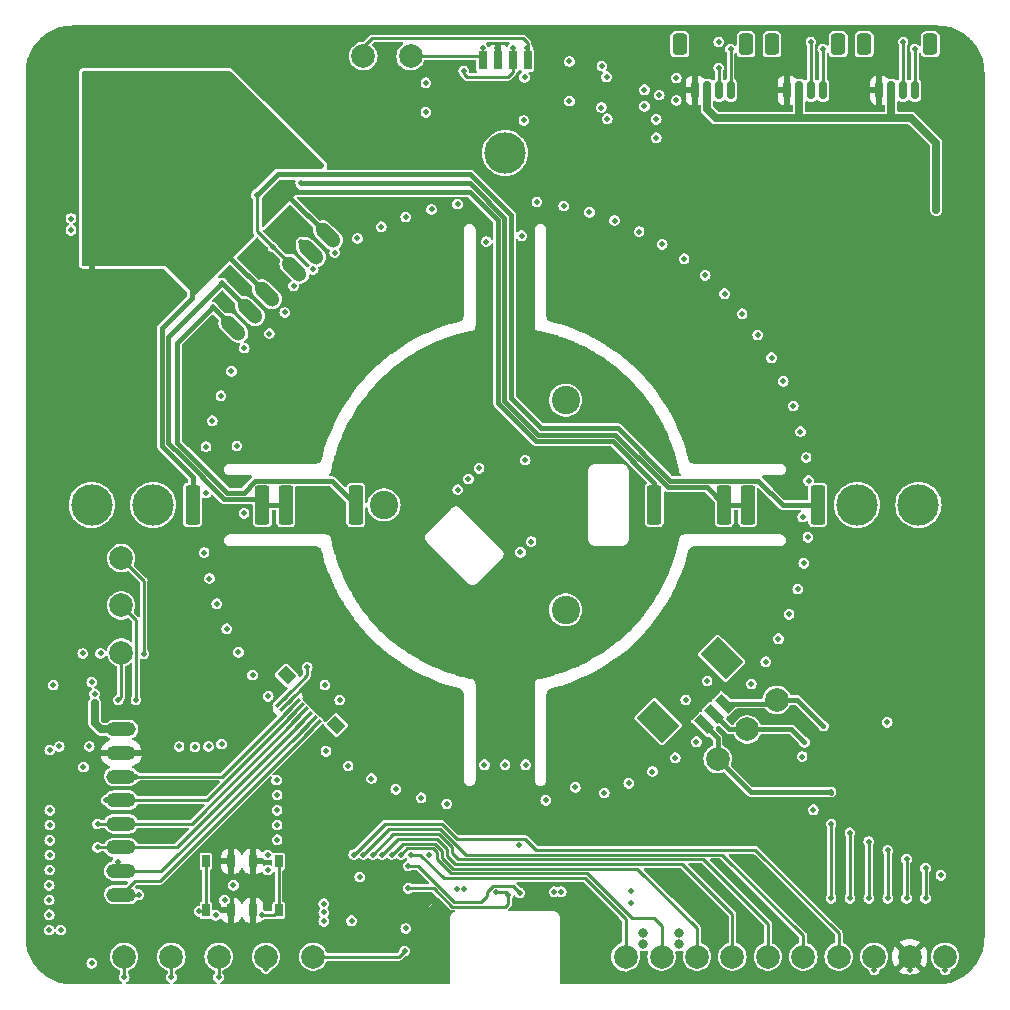
<source format=gbr>
%TF.GenerationSoftware,KiCad,Pcbnew,9.0.1*%
%TF.CreationDate,2025-04-25T15:08:37+02:00*%
%TF.ProjectId,view_base,76696577-5f62-4617-9365-2e6b69636164,0.1.0*%
%TF.SameCoordinates,Original*%
%TF.FileFunction,Copper,L4,Bot*%
%TF.FilePolarity,Positive*%
%FSLAX46Y46*%
G04 Gerber Fmt 4.6, Leading zero omitted, Abs format (unit mm)*
G04 Created by KiCad (PCBNEW 9.0.1) date 2025-04-25 15:08:37*
%MOMM*%
%LPD*%
G01*
G04 APERTURE LIST*
G04 Aperture macros list*
%AMRoundRect*
0 Rectangle with rounded corners*
0 $1 Rounding radius*
0 $2 $3 $4 $5 $6 $7 $8 $9 X,Y pos of 4 corners*
0 Add a 4 corners polygon primitive as box body*
4,1,4,$2,$3,$4,$5,$6,$7,$8,$9,$2,$3,0*
0 Add four circle primitives for the rounded corners*
1,1,$1+$1,$2,$3*
1,1,$1+$1,$4,$5*
1,1,$1+$1,$6,$7*
1,1,$1+$1,$8,$9*
0 Add four rect primitives between the rounded corners*
20,1,$1+$1,$2,$3,$4,$5,0*
20,1,$1+$1,$4,$5,$6,$7,0*
20,1,$1+$1,$6,$7,$8,$9,0*
20,1,$1+$1,$8,$9,$2,$3,0*%
%AMHorizOval*
0 Thick line with rounded ends*
0 $1 width*
0 $2 $3 position (X,Y) of the first rounded end (center of the circle)*
0 $4 $5 position (X,Y) of the second rounded end (center of the circle)*
0 Add line between two ends*
20,1,$1,$2,$3,$4,$5,0*
0 Add two circle primitives to create the rounded ends*
1,1,$1,$2,$3*
1,1,$1,$4,$5*%
%AMRotRect*
0 Rectangle, with rotation*
0 The origin of the aperture is its center*
0 $1 length*
0 $2 width*
0 $3 Rotation angle, in degrees counterclockwise*
0 Add horizontal line*
21,1,$1,$2,0,0,$3*%
G04 Aperture macros list end*
%TA.AperFunction,EtchedComponent*%
%ADD10C,0.000000*%
%TD*%
%TA.AperFunction,ComponentPad*%
%ADD11C,2.400000*%
%TD*%
%TA.AperFunction,ComponentPad*%
%ADD12C,3.500000*%
%TD*%
%TA.AperFunction,ComponentPad*%
%ADD13O,1.000000X1.800000*%
%TD*%
%TA.AperFunction,ComponentPad*%
%ADD14O,1.000000X2.200000*%
%TD*%
%TA.AperFunction,ComponentPad*%
%ADD15C,0.600000*%
%TD*%
%TA.AperFunction,SMDPad,CuDef*%
%ADD16O,2.500000X1.250000*%
%TD*%
%TA.AperFunction,SMDPad,CuDef*%
%ADD17HorizOval,1.250000X-0.441942X0.441942X0.441942X-0.441942X0*%
%TD*%
%TA.AperFunction,SMDPad,CuDef*%
%ADD18R,0.700000X1.600000*%
%TD*%
%TA.AperFunction,SMDPad,CuDef*%
%ADD19RotRect,2.100000X2.999999X45.000000*%
%TD*%
%TA.AperFunction,SMDPad,CuDef*%
%ADD20RotRect,0.800000X1.600000X45.000000*%
%TD*%
%TA.AperFunction,SMDPad,CuDef*%
%ADD21C,2.000000*%
%TD*%
%TA.AperFunction,SMDPad,CuDef*%
%ADD22RoundRect,0.250000X0.362500X1.425000X-0.362500X1.425000X-0.362500X-1.425000X0.362500X-1.425000X0*%
%TD*%
%TA.AperFunction,SMDPad,CuDef*%
%ADD23R,0.650000X1.050000*%
%TD*%
%TA.AperFunction,SMDPad,CuDef*%
%ADD24RoundRect,0.150000X-0.150000X-0.625000X0.150000X-0.625000X0.150000X0.625000X-0.150000X0.625000X0*%
%TD*%
%TA.AperFunction,SMDPad,CuDef*%
%ADD25RoundRect,0.250000X-0.350000X-0.650000X0.350000X-0.650000X0.350000X0.650000X-0.350000X0.650000X0*%
%TD*%
%TA.AperFunction,SMDPad,CuDef*%
%ADD26C,0.500000*%
%TD*%
%TA.AperFunction,SMDPad,CuDef*%
%ADD27RoundRect,0.250000X-0.362500X-1.425000X0.362500X-1.425000X0.362500X1.425000X-0.362500X1.425000X0*%
%TD*%
%TA.AperFunction,SMDPad,CuDef*%
%ADD28RotRect,0.300000X1.800000X315.000000*%
%TD*%
%TA.AperFunction,SMDPad,CuDef*%
%ADD29RotRect,1.200000X1.075000X315.000000*%
%TD*%
%TA.AperFunction,ViaPad*%
%ADD30C,0.500000*%
%TD*%
%TA.AperFunction,ViaPad*%
%ADD31C,0.800000*%
%TD*%
%TA.AperFunction,Conductor*%
%ADD32C,0.250000*%
%TD*%
%TA.AperFunction,Conductor*%
%ADD33C,0.400000*%
%TD*%
%TA.AperFunction,Conductor*%
%ADD34C,0.650000*%
%TD*%
G04 APERTURE END LIST*
D10*
%TA.AperFunction,EtchedComponent*%
%TO.C,NT1*%
G36*
X111250000Y-80500000D02*
G01*
X110750000Y-80500000D01*
X110750000Y-79500000D01*
X111250000Y-79500000D01*
X111250000Y-80500000D01*
G37*
%TD.AperFunction*%
%TD*%
D11*
%TO.P,H4,1,1*%
%TO.N,unconnected-(H4-Pad1)*%
X151125427Y-91122500D03*
%TD*%
%TO.P,H1,1,1*%
%TO.N,unconnected-(H1-Pad1)*%
X151125427Y-108877499D03*
%TD*%
%TO.P,H2,1,1*%
%TO.N,unconnected-(H2-Pad1)*%
X135749146Y-100000000D03*
%TD*%
D12*
%TO.P,H3,1,1*%
%TO.N,unconnected-(H3-Pad1)*%
X116200000Y-100000000D03*
%TD*%
%TO.P,H5,1,1*%
%TO.N,unconnected-(H5-Pad1)*%
X146000000Y-70200000D03*
%TD*%
%TO.P,H6,1,1*%
%TO.N,unconnected-(H6-Pad1)*%
X175800000Y-100000000D03*
%TD*%
D13*
%TO.P,J1,S1,SHIELD*%
%TO.N,GND*%
X140380000Y-135000000D03*
D14*
X140380000Y-139000000D03*
D13*
X151620000Y-135000000D03*
D14*
X151620000Y-139000000D03*
%TD*%
D15*
%TO.P,U8,PAD,PAD*%
%TO.N,GND*%
X176650000Y-122300000D03*
X177650000Y-122300000D03*
X176650000Y-121300000D03*
X177650000Y-121300000D03*
%TD*%
D12*
%TO.P,H7,1,1*%
%TO.N,unconnected-(H7-Pad1)*%
X181000000Y-100000000D03*
%TD*%
%TO.P,H8,1,1*%
%TO.N,unconnected-(H8-Pad1)*%
X111000000Y-100000000D03*
%TD*%
D16*
%TO.P,J4,1,Pin_1*%
%TO.N,+3V3*%
X113500000Y-119000000D03*
%TO.P,J4,2,Pin_2*%
%TO.N,GND*%
X113500000Y-121000000D03*
%TO.P,J4,3,Pin_3*%
%TO.N,/LCD_RST*%
X113500000Y-123000000D03*
%TO.P,J4,4,Pin_4*%
%TO.N,/LCD_SCK*%
X113500000Y-125000000D03*
%TO.P,J4,5,Pin_5*%
%TO.N,/LCD_DATA*%
X113500000Y-127000000D03*
%TO.P,J4,6,Pin_6*%
%TO.N,/LCD_BACKLIGHT*%
X113500000Y-129000000D03*
%TO.P,J4,7,Pin_7*%
%TO.N,/LCD_CS*%
X113500000Y-131000000D03*
%TO.P,J4,8,Pin_8*%
%TO.N,/LCD_CMD*%
X113500000Y-133000000D03*
%TD*%
D17*
%TO.P,J2,1,Pin_1*%
%TO.N,/STRAIN_E+*%
X128171573Y-80000000D03*
%TO.P,J2,2,Pin_2*%
%TO.N,/STRAIN_S+*%
X129585787Y-78585786D03*
%TO.P,J2,3,Pin_3*%
%TO.N,GNDA*%
X131000000Y-77171573D03*
%TD*%
D18*
%TO.P,U3,1,SCL*%
%TO.N,SCL*%
X147905000Y-62350000D03*
%TO.P,U3,2,VDD*%
%TO.N,+3V3*%
X146635000Y-62350000D03*
%TO.P,U3,3,GND*%
%TO.N,GND*%
X145365000Y-62350000D03*
%TO.P,U3,4,SDA*%
%TO.N,SDA*%
X144095000Y-62350000D03*
%TD*%
D17*
%TO.P,J3,1,Pin_1*%
%TO.N,/STRAIN_E+*%
X123000000Y-85000000D03*
%TO.P,J3,2,Pin_2*%
%TO.N,/STRAIN_S-*%
X124414214Y-83585786D03*
%TO.P,J3,3,Pin_3*%
%TO.N,GNDA*%
X125828427Y-82171573D03*
%TD*%
D19*
%TO.P,J6,*%
%TO.N,*%
X158962269Y-118336513D03*
X164336280Y-112962502D03*
D20*
%TO.P,J6,1,Pin_1*%
%TO.N,Net-(J6-Pin_1)*%
X162816000Y-118584000D03*
%TO.P,J6,2,Pin_2*%
%TO.N,Net-(J6-Pin_2)*%
X163699883Y-117700117D03*
%TO.P,J6,3,Pin_3*%
%TO.N,Net-(J6-Pin_3)*%
X164583767Y-116816233D03*
%TD*%
D21*
%TO.P,TP1,1,1*%
%TO.N,+5V*%
X177250000Y-138250000D03*
%TD*%
%TO.P,TP3,1,1*%
%TO.N,+3V3*%
X183250000Y-138250000D03*
%TD*%
%TO.P,TP2,1,1*%
%TO.N,GND*%
X180250000Y-138250000D03*
%TD*%
%TO.P,TP8,1,1*%
%TO.N,SDA*%
X138000000Y-62000000D03*
%TD*%
%TO.P,TP9,1,1*%
%TO.N,SCL*%
X134000000Y-62000000D03*
%TD*%
%TO.P,TP14,1,1*%
%TO.N,Net-(J6-Pin_3)*%
X169000000Y-116500000D03*
%TD*%
%TO.P,TP15,1,1*%
%TO.N,Net-(J6-Pin_2)*%
X166500000Y-119000000D03*
%TD*%
%TO.P,TP16,1,1*%
%TO.N,Net-(J6-Pin_1)*%
X164000000Y-121500000D03*
%TD*%
%TO.P,TP5,1,1*%
%TO.N,/MAG_CSN*%
X113500000Y-104500000D03*
%TD*%
%TO.P,TP7,1,1*%
%TO.N,/MAG_DO*%
X113500000Y-112500000D03*
%TD*%
%TO.P,TP4,1,1*%
%TO.N,/LED_DATA_5V*%
X129750000Y-138250000D03*
%TD*%
%TO.P,TP6,1,1*%
%TO.N,/MAG_CLK*%
X113500000Y-108500000D03*
%TD*%
%TO.P,TP13,1,1*%
%TO.N,/USB_SERIAL_RXI*%
X113750000Y-138250000D03*
%TD*%
%TO.P,TP12,1,1*%
%TO.N,/USB_SERIAL_TXO*%
X117750000Y-138250000D03*
%TD*%
D22*
%TO.P,R3,1*%
%TO.N,/STRAIN_E+*%
X172462500Y-100000000D03*
%TO.P,R3,2*%
%TO.N,/STRAIN_S+*%
X166537500Y-100000000D03*
%TD*%
D23*
%TO.P,SW1,1,1*%
%TO.N,/ESP32_EN*%
X126825000Y-134325000D03*
X126825000Y-130175000D03*
%TO.P,SW1,2,2*%
%TO.N,GND*%
X124675000Y-134325000D03*
X124675000Y-130175000D03*
%TD*%
D21*
%TO.P,TP17,1,1*%
%TO.N,Net-(U7-IO40)*%
X162250000Y-138250000D03*
%TD*%
D24*
%TO.P,J7,1,Pin_1*%
%TO.N,GND*%
X162100000Y-64875000D03*
%TO.P,J7,2,Pin_2*%
%TO.N,+5V*%
X163100000Y-64875000D03*
%TO.P,J7,3,Pin_3*%
%TO.N,SDA*%
X164100000Y-64875000D03*
%TO.P,J7,4,Pin_4*%
%TO.N,SCL*%
X165100000Y-64875000D03*
D25*
%TO.P,J7,MP*%
%TO.N,N/C*%
X160800000Y-61000000D03*
X166400000Y-61000000D03*
%TD*%
D26*
%TO.P,NT1,1,1*%
%TO.N,GNDA*%
X111000000Y-79500000D03*
%TO.P,NT1,2,2*%
%TO.N,GND*%
X111000000Y-80500000D03*
%TD*%
D27*
%TO.P,R7,1*%
%TO.N,GNDA*%
X119537500Y-100000000D03*
%TO.P,R7,2*%
%TO.N,/STRAIN_S-*%
X125462500Y-100000000D03*
%TD*%
D21*
%TO.P,TP10,1,1*%
%TO.N,/ESP32_EN*%
X125750000Y-138250000D03*
%TD*%
%TO.P,TP19,1,1*%
%TO.N,Net-(U7-IO42)*%
X156250000Y-138250000D03*
%TD*%
%TO.P,TP22,1,1*%
%TO.N,Net-(U7-IO47)*%
X171250000Y-138250000D03*
%TD*%
%TO.P,TP23,1,1*%
%TO.N,Net-(U7-IO48)*%
X168250000Y-138250000D03*
%TD*%
D24*
%TO.P,J9,1,Pin_1*%
%TO.N,GND*%
X169900000Y-64875000D03*
%TO.P,J9,2,Pin_2*%
%TO.N,+5V*%
X170900000Y-64875000D03*
%TO.P,J9,3,Pin_3*%
%TO.N,SDA*%
X171900000Y-64875000D03*
%TO.P,J9,4,Pin_4*%
%TO.N,SCL*%
X172900000Y-64875000D03*
D25*
%TO.P,J9,MP*%
%TO.N,N/C*%
X168600000Y-61000000D03*
X174200000Y-61000000D03*
%TD*%
D24*
%TO.P,J8,1,Pin_1*%
%TO.N,GND*%
X177700000Y-64875000D03*
%TO.P,J8,2,Pin_2*%
%TO.N,+5V*%
X178700000Y-64875000D03*
%TO.P,J8,3,Pin_3*%
%TO.N,SDA*%
X179700000Y-64875000D03*
%TO.P,J8,4,Pin_4*%
%TO.N,SCL*%
X180700000Y-64875000D03*
D25*
%TO.P,J8,MP*%
%TO.N,N/C*%
X176400000Y-61000000D03*
X182000000Y-61000000D03*
%TD*%
D22*
%TO.P,R4,1*%
%TO.N,/STRAIN_S+*%
X164562500Y-100000000D03*
%TO.P,R4,2*%
%TO.N,GNDA*%
X158637500Y-100000000D03*
%TD*%
D23*
%TO.P,SW2,1,1*%
%TO.N,/ESP32_BOOT*%
X120675000Y-130175000D03*
X120675000Y-134325000D03*
%TO.P,SW2,2,2*%
%TO.N,GND*%
X122825000Y-130175000D03*
X122825000Y-134325000D03*
%TD*%
D21*
%TO.P,TP11,1,1*%
%TO.N,/ESP32_BOOT*%
X121750000Y-138250000D03*
%TD*%
D28*
%TO.P,J5,1,Pin_1*%
%TO.N,+3V3*%
X127248750Y-116408960D03*
%TO.P,J5,2,Pin_2*%
%TO.N,GND*%
X127602303Y-116762514D03*
%TO.P,J5,3,Pin_3*%
%TO.N,/LCD_RST*%
X127955857Y-117116067D03*
%TO.P,J5,4,Pin_4*%
%TO.N,/LCD_SCK*%
X128309410Y-117469620D03*
%TO.P,J5,5,Pin_5*%
%TO.N,/LCD_DATA*%
X128662964Y-117823174D03*
%TO.P,J5,6,Pin_6*%
%TO.N,/LCD_BACKLIGHT*%
X129016517Y-118176727D03*
%TO.P,J5,7,Pin_7*%
%TO.N,/LCD_CS*%
X129370070Y-118530281D03*
%TO.P,J5,8,Pin_8*%
%TO.N,/LCD_CMD*%
X129723624Y-118883834D03*
D29*
%TO.P,J5,9*%
%TO.N,N/C*%
X127496237Y-114429061D03*
X131703523Y-118636347D03*
%TD*%
D21*
%TO.P,TP18,1,1*%
%TO.N,Net-(U7-IO41)*%
X159250000Y-138250000D03*
%TD*%
D27*
%TO.P,R6,1*%
%TO.N,/STRAIN_S-*%
X127437500Y-100000000D03*
%TO.P,R6,2*%
%TO.N,/STRAIN_E+*%
X133362500Y-100000000D03*
%TD*%
D21*
%TO.P,TP20,1,1*%
%TO.N,Net-(U7-IO45)*%
X165250000Y-138250000D03*
%TD*%
%TO.P,TP21,1,1*%
%TO.N,Net-(U7-IO46)*%
X174250000Y-138250000D03*
%TD*%
D30*
%TO.N,GND*%
X174050000Y-104950000D03*
X175750000Y-115700000D03*
X166600000Y-62400000D03*
X185250000Y-122000000D03*
X157250000Y-80500000D03*
X185250000Y-131000000D03*
X170300000Y-60100000D03*
X114900000Y-92300000D03*
X130000000Y-114500000D03*
X185250000Y-70050000D03*
X134750000Y-70800000D03*
X106500000Y-138000000D03*
X122300000Y-121400000D03*
X174050000Y-95050000D03*
X181050000Y-117300000D03*
X130550000Y-125250000D03*
X185250000Y-124000000D03*
X131150000Y-125250000D03*
X122600000Y-127200000D03*
X166450000Y-109550000D03*
X174750000Y-115700000D03*
X126450000Y-88750000D03*
X163300000Y-85550000D03*
X125500000Y-90500000D03*
X167850000Y-94200000D03*
X131750000Y-75350000D03*
X134000000Y-70800000D03*
X147400000Y-78200000D03*
X132400000Y-129600000D03*
X185250000Y-67050000D03*
X135500000Y-70800000D03*
X125550000Y-109600000D03*
X149650000Y-74650000D03*
X133050000Y-81500000D03*
X164250000Y-78200000D03*
X130600000Y-129600000D03*
X171800000Y-112000000D03*
X167800000Y-62400000D03*
X155550000Y-79550000D03*
X170650000Y-114250000D03*
X185250000Y-70650000D03*
X153350000Y-72500000D03*
X185250000Y-121000000D03*
X166450000Y-90500000D03*
X145350000Y-61350000D03*
X120200000Y-112050000D03*
X131800000Y-129600000D03*
X180250000Y-139350000D03*
X162350000Y-76700000D03*
X121800000Y-121900000D03*
X136450000Y-79550000D03*
X121300000Y-114250000D03*
X185250000Y-65850000D03*
X185250000Y-120000000D03*
X127500000Y-87050000D03*
X146000000Y-65500000D03*
X145250000Y-120000000D03*
X170600000Y-85800000D03*
X121350000Y-85750000D03*
X153700000Y-121200000D03*
X161449995Y-133700003D03*
X129950000Y-125250000D03*
X160500000Y-82750000D03*
X173500000Y-92600000D03*
X155750000Y-73250000D03*
X173500000Y-107350000D03*
X130400000Y-132800000D03*
X162300000Y-123300000D03*
X115700000Y-92300000D03*
X172750000Y-90250000D03*
X185250000Y-65250000D03*
X138250000Y-78800000D03*
X165550000Y-88750000D03*
X137800000Y-131500000D03*
X169300000Y-83700000D03*
X130100000Y-84050000D03*
X136450000Y-120450000D03*
X126250000Y-131750000D03*
X167800000Y-105850000D03*
X158900000Y-81550000D03*
X160200000Y-124650000D03*
X185250000Y-130000000D03*
X116150000Y-97100000D03*
X185250000Y-129000000D03*
X108000000Y-116750000D03*
X185250000Y-68850000D03*
X185250000Y-71850000D03*
X185250000Y-128000000D03*
X185250000Y-68250000D03*
X147100000Y-65500000D03*
X158050000Y-74200000D03*
X131750000Y-125250000D03*
X185250000Y-67650000D03*
X166700000Y-121800000D03*
X167200000Y-62400000D03*
X143750000Y-65500000D03*
X185250000Y-71250000D03*
X150000000Y-101300000D03*
X134700000Y-80450000D03*
X117000000Y-132750000D03*
X174630000Y-96720000D03*
X107500000Y-138000000D03*
X145200000Y-65500000D03*
X167200000Y-107750000D03*
X140150000Y-78200000D03*
X140150000Y-121850000D03*
X107500000Y-137250000D03*
X161000000Y-66700000D03*
X134750000Y-119550000D03*
X118500000Y-107350000D03*
X160250000Y-75350000D03*
X171800000Y-88000000D03*
X131200000Y-129600000D03*
X120200000Y-88000000D03*
X124800000Y-107750000D03*
X185250000Y-125000000D03*
X180700000Y-60200000D03*
X167800000Y-81700000D03*
X185250000Y-126000000D03*
X153700000Y-78850000D03*
X185250000Y-123000000D03*
X164500000Y-87100000D03*
X151850000Y-121800000D03*
X172750000Y-109750000D03*
X116950000Y-97100000D03*
X174350000Y-102500000D03*
X118500000Y-134250000D03*
X155500000Y-120500000D03*
X123000000Y-100600000D03*
X117500000Y-133250000D03*
X185250000Y-119000000D03*
X124800000Y-92300000D03*
X185250000Y-118000000D03*
X161900000Y-84050000D03*
X118000000Y-133750000D03*
X122200000Y-127800000D03*
X185250000Y-132000000D03*
X126450000Y-111300000D03*
X161450000Y-132700004D03*
X138300000Y-121250000D03*
X167250000Y-121250000D03*
X166100000Y-79850000D03*
X124200000Y-105850000D03*
X185250000Y-66450000D03*
X185250000Y-127000000D03*
X171250000Y-123100000D03*
X182050000Y-117300000D03*
X119250000Y-109750000D03*
X185250000Y-69450000D03*
X151850000Y-78200000D03*
X167200000Y-92350000D03*
X150950000Y-71950000D03*
%TO.N,/USB_D-*%
X146250000Y-133000000D03*
X145200000Y-132800000D03*
X137800000Y-132450000D03*
%TO.N,/USB_D+*%
X137800000Y-130550000D03*
X147250000Y-132850000D03*
%TO.N,/STRAIN_E+*%
X125000000Y-73750000D03*
X121250000Y-83250000D03*
X126350000Y-78150000D03*
%TO.N,/STRAIN_S-*%
X122050000Y-81200000D03*
%TO.N,/STRAIN_S+*%
X128750000Y-77750000D03*
X128750000Y-72750000D03*
%TO.N,/ESP32_EN*%
X125750000Y-139250000D03*
X125400000Y-134700000D03*
%TO.N,/ESP32_BOOT*%
X120100000Y-134400000D03*
X108400000Y-136000000D03*
X111000000Y-138800000D03*
X121750000Y-140000000D03*
X107450000Y-120750000D03*
%TO.N,/USB_SERIAL_RXI*%
X107400000Y-133450000D03*
X113750000Y-140000000D03*
%TO.N,/USB_SERIAL_TXO*%
X107400000Y-132200000D03*
X117750000Y-140000000D03*
%TO.N,/LED_DATA_5V*%
X139600000Y-129600000D03*
X147200000Y-128800000D03*
X137500000Y-137760000D03*
%TO.N,/LCD_CMD*%
X115000000Y-133000000D03*
X107400000Y-134700000D03*
%TO.N,/LCD_CS*%
X119750000Y-120500000D03*
X113200000Y-130200000D03*
%TO.N,/LCD_BACKLIGHT*%
X111500000Y-129000000D03*
X123000000Y-132200000D03*
%TO.N,/LCD_DATA*%
X122000000Y-120250000D03*
X111500000Y-127000000D03*
%TO.N,/LCD_SCK*%
X112250000Y-125000000D03*
X122250000Y-133450000D03*
%TO.N,/LCD_RST*%
X114750000Y-123000000D03*
X118400000Y-120450000D03*
%TO.N,/MAG_DO*%
X113250000Y-116500000D03*
X143800000Y-96900000D03*
%TO.N,/MAG_CLK*%
X114750000Y-116500000D03*
X142900000Y-97800000D03*
%TO.N,/MAG_CSN*%
X142000000Y-98700000D03*
X115400000Y-112600000D03*
%TO.N,/STRAIN_SCK*%
X107750000Y-115250000D03*
X107400000Y-136000000D03*
%TO.N,/TMC_UH*%
X173600000Y-133300000D03*
X173600000Y-127000000D03*
X126650000Y-123300000D03*
%TO.N,/TMC_VH*%
X175200000Y-133300000D03*
X126700000Y-124550000D03*
X175200000Y-127750000D03*
%TO.N,/TMC_WH*%
X176800000Y-133300000D03*
X126700000Y-125850000D03*
X176800000Y-128500000D03*
%TO.N,/TMC_UL*%
X126700000Y-127100000D03*
X178400000Y-129250000D03*
X178400000Y-133300000D03*
%TO.N,/TMC_WL*%
X126700000Y-128350000D03*
X180000000Y-130000000D03*
X180000000Y-133300000D03*
%TO.N,/TMC_VL*%
X125900000Y-129650000D03*
X181600000Y-130750000D03*
X181600000Y-133300000D03*
%TO.N,/TMC_DIAG*%
X182900000Y-131350000D03*
X125900000Y-130900000D03*
%TO.N,/LED_DATA_3V3*%
X133000000Y-135200000D03*
X121500000Y-134750000D03*
%TO.N,GNDA*%
X126000000Y-67500000D03*
X126250000Y-75000000D03*
X110750000Y-77750000D03*
X111500000Y-70250000D03*
X119750000Y-63750000D03*
X115250000Y-63750000D03*
X121250000Y-80000000D03*
X111500000Y-71750000D03*
X115250000Y-79250000D03*
X111500000Y-65750000D03*
X122250000Y-79000000D03*
X123750000Y-77500000D03*
X111500000Y-68000000D03*
X120750000Y-80500000D03*
X119000000Y-63750000D03*
X110750000Y-78500000D03*
X121750000Y-79500000D03*
X123250000Y-78000000D03*
X116750000Y-79250000D03*
X127000000Y-68500000D03*
X129500000Y-71000000D03*
X126500000Y-68000000D03*
X124000000Y-65500000D03*
X111500000Y-63750000D03*
X120250000Y-81000000D03*
X116000000Y-79250000D03*
X129000000Y-70500000D03*
X114500000Y-79250000D03*
X122750000Y-78500000D03*
X111500000Y-71000000D03*
X123000000Y-64500000D03*
X113750000Y-79250000D03*
X118500000Y-80250000D03*
X120500000Y-63750000D03*
X111500000Y-68750000D03*
X111500000Y-69500000D03*
X111000000Y-64500000D03*
X118250000Y-63750000D03*
X128500000Y-70000000D03*
X128000000Y-69500000D03*
X123500000Y-65000000D03*
X112250000Y-63750000D03*
X112250000Y-79250000D03*
X113000000Y-79250000D03*
X113000000Y-63750000D03*
X111500000Y-67250000D03*
X121250000Y-63750000D03*
X110675000Y-63750000D03*
X122000000Y-63750000D03*
X124250000Y-77000000D03*
X125750000Y-75500000D03*
X116000000Y-63750000D03*
X113750000Y-63750000D03*
X119500000Y-81250000D03*
X116750000Y-63750000D03*
X111500000Y-65000000D03*
X119000000Y-80750000D03*
X118000000Y-79750000D03*
X114500000Y-63750000D03*
X124500000Y-66000000D03*
X117500000Y-79250000D03*
X117500000Y-63750000D03*
X126750000Y-74500000D03*
X125500000Y-67000000D03*
X127500000Y-69000000D03*
X125000000Y-66500000D03*
X111500000Y-66500000D03*
%TO.N,+5V*%
X142500000Y-132500000D03*
X155270000Y-75920000D03*
X147750000Y-122000000D03*
X123920000Y-86720000D03*
X170390000Y-91620000D03*
X156699995Y-132699999D03*
X121210000Y-92870000D03*
X171640000Y-102730000D03*
X144400000Y-77700000D03*
X160400000Y-121400000D03*
X120700000Y-99000000D03*
X169560000Y-89530000D03*
X127350000Y-83700000D03*
X150150000Y-132750000D03*
X141900000Y-132500000D03*
X161160000Y-79150000D03*
X125940000Y-116200000D03*
X121600000Y-108370000D03*
X124620000Y-114410000D03*
X126040000Y-85490000D03*
X121940000Y-90760000D03*
X141060000Y-125310000D03*
X149450000Y-125000000D03*
X171490000Y-95980000D03*
X120970000Y-106230000D03*
X163100000Y-114900000D03*
X135510000Y-76440000D03*
X177250000Y-139350000D03*
X166070000Y-83810000D03*
X171300000Y-104940000D03*
X138890000Y-124790000D03*
X182500000Y-75000000D03*
X131590000Y-78630000D03*
X166850000Y-115150000D03*
X146000000Y-122000000D03*
X182500000Y-74250000D03*
X133500000Y-77440000D03*
X171200000Y-101000000D03*
X123900000Y-100700000D03*
X159310000Y-77930000D03*
X141980000Y-74530000D03*
X172100000Y-125800000D03*
X162200000Y-120050000D03*
X128100000Y-81440000D03*
X120520000Y-104030000D03*
X148700000Y-74340000D03*
X147400000Y-77200000D03*
X168080000Y-113280000D03*
X123300000Y-95000000D03*
X130840000Y-120850000D03*
X136750000Y-124070000D03*
X151950000Y-123900000D03*
X153140000Y-75220000D03*
X182500000Y-73500000D03*
X161300000Y-116500000D03*
X129750000Y-80050000D03*
X144250000Y-122000000D03*
X169150000Y-111330000D03*
X134690000Y-123170000D03*
X170050000Y-109250000D03*
X130750000Y-115250000D03*
X133700000Y-131500000D03*
X156480000Y-123570000D03*
X168570000Y-87530000D03*
X164580000Y-82120000D03*
X122440000Y-110480000D03*
X154390000Y-124380000D03*
X150750000Y-132750000D03*
X167390000Y-85600000D03*
X132000000Y-116500000D03*
X120680000Y-95060000D03*
X137590000Y-75610000D03*
X122830000Y-88680000D03*
X156699999Y-133699999D03*
X150970000Y-74690000D03*
X157350000Y-76850000D03*
X162940000Y-80550000D03*
X158480000Y-122570000D03*
X137600000Y-135860000D03*
X139780000Y-74980000D03*
X132710000Y-122100000D03*
X171010000Y-93790000D03*
X171700000Y-97950000D03*
X171150000Y-121300000D03*
X170780000Y-107130000D03*
X123430000Y-112480000D03*
%TO.N,+3V3*%
X146650000Y-61350000D03*
X129250000Y-113750000D03*
X148200000Y-103100000D03*
X178350000Y-118400000D03*
X109250000Y-76750000D03*
X111000000Y-115000000D03*
X160500000Y-63850000D03*
X142500000Y-63250000D03*
D31*
X157700001Y-136200003D03*
D30*
X160500000Y-65750000D03*
X147300000Y-104000000D03*
X111250000Y-116000000D03*
D31*
X157700000Y-137200000D03*
D30*
X147700000Y-96200000D03*
X157800000Y-64850000D03*
X183250000Y-139350000D03*
X111250000Y-116750000D03*
D31*
X160700000Y-137200000D03*
D30*
X157800000Y-66250000D03*
X130650000Y-135250000D03*
X130650000Y-133750000D03*
X109250000Y-75750000D03*
D31*
X160700002Y-136200003D03*
D30*
X130650000Y-134500000D03*
%TO.N,Net-(J6-Pin_1)*%
X173600000Y-124300000D03*
%TO.N,Net-(J6-Pin_2)*%
X171350000Y-120100000D03*
%TO.N,Net-(J6-Pin_3)*%
X172950000Y-118700000D03*
%TO.N,Net-(U7-IO40)*%
X136400000Y-129600000D03*
X107450000Y-128400000D03*
%TO.N,Net-(U7-IO41)*%
X107450000Y-129650000D03*
X137200000Y-129600000D03*
%TO.N,Net-(U7-IO42)*%
X107450000Y-130900000D03*
X138000000Y-129600000D03*
%TO.N,Net-(U7-IO45)*%
X135600000Y-129600000D03*
X108250000Y-120450000D03*
%TO.N,Net-(U7-IO46)*%
X120900000Y-120450000D03*
X133200000Y-129600000D03*
%TO.N,Net-(U7-IO47)*%
X134000000Y-129600000D03*
X110800000Y-120450000D03*
%TO.N,SDA*%
X164100000Y-60800000D03*
X111749999Y-112575000D03*
X164100000Y-63000000D03*
X171900000Y-60800000D03*
X107450000Y-127100000D03*
X154600000Y-63750000D03*
X144100000Y-61350000D03*
X179700000Y-60800000D03*
%TO.N,SCL*%
X110250002Y-112575002D03*
X147900000Y-61350000D03*
X172900000Y-61400000D03*
X107450000Y-125850000D03*
X154650000Y-67300000D03*
X180700000Y-61400000D03*
X165100000Y-61400000D03*
%TO.N,Net-(U7-IO48)*%
X134800000Y-129600000D03*
X110300000Y-122200000D03*
%TO.N,+2V8*%
X159050000Y-65300000D03*
X154150000Y-66350000D03*
X154200000Y-62850000D03*
X147650000Y-63800000D03*
X158800000Y-68900000D03*
X158800000Y-67350000D03*
X147600000Y-67450000D03*
X139300000Y-64250000D03*
X151450000Y-65800000D03*
X151450000Y-62450000D03*
X139300000Y-66750000D03*
%TD*%
D32*
%TO.N,GND*%
X147400000Y-78200000D02*
X148000000Y-77600000D01*
X145350000Y-62335000D02*
X145365000Y-62350000D01*
X127602303Y-116762514D02*
X129864817Y-114500000D01*
X129864817Y-114500000D02*
X130000000Y-114500000D01*
X145350000Y-61350000D02*
X145350000Y-62335000D01*
X148000000Y-77600000D02*
X148000000Y-75100000D01*
X180250000Y-139350000D02*
X180250000Y-138250000D01*
%TO.N,/USB_D-*%
X146000000Y-134000000D02*
X146250000Y-133750000D01*
X146050000Y-132800000D02*
X146250000Y-133000000D01*
X139950000Y-132450000D02*
X141500000Y-134000000D01*
X141500000Y-134000000D02*
X146000000Y-134000000D01*
X146250000Y-133750000D02*
X146250000Y-133000000D01*
X145200000Y-132800000D02*
X146050000Y-132800000D01*
X137800000Y-132450000D02*
X139950000Y-132450000D01*
%TO.N,/USB_D+*%
X145000000Y-132250000D02*
X146650000Y-132250000D01*
X138615686Y-130550000D02*
X141665686Y-133600000D01*
X144000000Y-133600000D02*
X144500000Y-133100000D01*
X137800000Y-130550000D02*
X138615686Y-130550000D01*
X144500000Y-132750000D02*
X145000000Y-132250000D01*
X146650000Y-132250000D02*
X147250000Y-132850000D01*
X141665686Y-133600000D02*
X144000000Y-133600000D01*
X144500000Y-133100000D02*
X144500000Y-132750000D01*
D33*
%TO.N,/STRAIN_E+*%
X131337500Y-97975000D02*
X124851472Y-97975000D01*
X146500000Y-75445070D02*
X146500000Y-90945776D01*
X121250000Y-83250000D02*
X118250000Y-86250000D01*
X123875973Y-98950499D02*
X122450499Y-98950499D01*
X149054224Y-93500000D02*
X155554930Y-93500000D01*
X143054930Y-72000000D02*
X146500000Y-75445070D01*
X159737001Y-97686361D02*
X160001139Y-97950499D01*
X155554930Y-93500000D02*
X159737001Y-97682071D01*
X118475000Y-94975000D02*
X118250000Y-94750000D01*
X169500000Y-100000000D02*
X172462500Y-100000000D01*
X124851472Y-97975000D02*
X123875973Y-98950499D01*
X159737001Y-97682071D02*
X159737001Y-97686361D01*
X125000000Y-73750000D02*
X126750000Y-72000000D01*
D32*
X125000000Y-76800000D02*
X125750000Y-77550000D01*
D33*
X146500000Y-90945776D02*
X149054224Y-93500000D01*
X126750000Y-72000000D02*
X143054930Y-72000000D01*
X121250000Y-83250000D02*
X123000000Y-85000000D01*
D32*
X125750000Y-77550000D02*
X128171573Y-79971573D01*
D33*
X133362500Y-100000000D02*
X131337500Y-97975000D01*
X122450499Y-98950499D02*
X118475000Y-94975000D01*
D32*
X128171573Y-79971573D02*
X128171573Y-80000000D01*
D33*
X118250000Y-86250000D02*
X118250000Y-87000000D01*
X118250000Y-94750000D02*
X118250000Y-87000000D01*
D32*
X125000000Y-73750000D02*
X125000000Y-76800000D01*
D33*
X160001139Y-97950499D02*
X167450499Y-97950499D01*
X167450499Y-97950499D02*
X169500000Y-100000000D01*
%TO.N,/STRAIN_S-*%
X122222888Y-99500000D02*
X118611444Y-95888556D01*
X122025000Y-81225000D02*
X117500000Y-85750000D01*
X125462500Y-100000000D02*
X124962500Y-99500000D01*
X117500000Y-85750000D02*
X117500000Y-86900000D01*
X124962500Y-99500000D02*
X122222888Y-99500000D01*
X118611444Y-95888556D02*
X117500000Y-94777112D01*
X122050000Y-81200000D02*
X122050000Y-81221572D01*
X117500000Y-94777112D02*
X117500000Y-86900000D01*
X125462500Y-100000000D02*
X127437500Y-100000000D01*
X122050000Y-81221572D02*
X124414214Y-83585786D01*
%TO.N,/STRAIN_S+*%
X163062500Y-98500000D02*
X164562500Y-100000000D01*
X133500000Y-72750000D02*
X143027112Y-72750000D01*
X148826613Y-94049501D02*
X155327319Y-94049501D01*
X143138556Y-72861444D02*
X143388556Y-73111444D01*
X159187500Y-97913972D02*
X159773528Y-98500000D01*
X145950499Y-75673387D02*
X145950499Y-91173387D01*
X155327319Y-94049501D02*
X159187500Y-97909682D01*
X145950499Y-91173387D02*
X148826613Y-94049501D01*
X166537500Y-100000000D02*
X164562500Y-100000000D01*
X143388556Y-73111444D02*
X145950499Y-75673387D01*
X133500000Y-72750000D02*
X128750000Y-72750000D01*
X159187500Y-97909682D02*
X159187500Y-97913972D01*
X159773528Y-98500000D02*
X163062500Y-98500000D01*
X143027112Y-72750000D02*
X143138556Y-72861444D01*
D32*
%TO.N,/ESP32_EN*%
X126825000Y-130175000D02*
X126825000Y-134325000D01*
X125400000Y-134700000D02*
X126450000Y-134700000D01*
X126450000Y-134700000D02*
X126825000Y-134325000D01*
%TO.N,/ESP32_BOOT*%
X120700000Y-134200000D02*
X120675000Y-134225000D01*
X120100000Y-134400000D02*
X120600000Y-134400000D01*
X120675000Y-134225000D02*
X120675000Y-134325000D01*
X121750000Y-140000000D02*
X121750000Y-138250000D01*
X120675000Y-134175000D02*
X120700000Y-134200000D01*
X120675000Y-130175000D02*
X120675000Y-134175000D01*
X120600000Y-134400000D02*
X120675000Y-134325000D01*
%TO.N,/USB_SERIAL_RXI*%
X113750000Y-140000000D02*
X113750000Y-138250000D01*
%TO.N,/USB_SERIAL_TXO*%
X117750000Y-140000000D02*
X117750000Y-138250000D01*
%TO.N,/LED_DATA_5V*%
X129750000Y-138250000D02*
X137010000Y-138250000D01*
X137010000Y-138250000D02*
X137500000Y-137760000D01*
%TO.N,/LCD_CMD*%
X114665686Y-131834314D02*
X116773144Y-131834314D01*
X116773144Y-131834314D02*
X129723624Y-118883834D01*
X115000000Y-133000000D02*
X113500000Y-133000000D01*
X113500000Y-133000000D02*
X114665686Y-131834314D01*
%TO.N,/LCD_CS*%
X113200000Y-130700000D02*
X113500000Y-131000000D01*
X113500000Y-131000000D02*
X116900351Y-131000000D01*
X113200000Y-130200000D02*
X113200000Y-130700000D01*
X116900351Y-131000000D02*
X129370070Y-118530281D01*
%TO.N,/LCD_BACKLIGHT*%
X113500000Y-129000000D02*
X118193244Y-129000000D01*
X111500000Y-129000000D02*
X113500000Y-129000000D01*
X118193244Y-129000000D02*
X129016517Y-118176727D01*
%TO.N,/LCD_DATA*%
X119486138Y-127000000D02*
X128662964Y-117823174D01*
X111500000Y-127000000D02*
X113500000Y-127000000D01*
X113500000Y-127000000D02*
X119486138Y-127000000D01*
%TO.N,/LCD_SCK*%
X120779030Y-125000000D02*
X128309410Y-117469620D01*
X113500000Y-125000000D02*
X120779030Y-125000000D01*
%TO.N,/LCD_RST*%
X113500000Y-123000000D02*
X114750000Y-123000000D01*
X114750000Y-123000000D02*
X122071924Y-123000000D01*
X122071924Y-123000000D02*
X127955857Y-117116067D01*
%TO.N,/MAG_DO*%
X113250000Y-116500000D02*
X113500000Y-116250000D01*
X113500000Y-116250000D02*
X113500000Y-112500000D01*
%TO.N,/MAG_CLK*%
X114750000Y-116500000D02*
X114775000Y-116475000D01*
X114775000Y-109775000D02*
X113500000Y-108500000D01*
X114775000Y-116475000D02*
X114775000Y-109775000D01*
%TO.N,/MAG_CSN*%
X115400000Y-106400000D02*
X113500000Y-104500000D01*
X115400000Y-112600000D02*
X115400000Y-106400000D01*
%TO.N,/TMC_UH*%
X173600000Y-127000000D02*
X173600000Y-133300000D01*
%TO.N,/TMC_VH*%
X175200000Y-127750000D02*
X175200000Y-133300000D01*
%TO.N,/TMC_WH*%
X176800000Y-128500000D02*
X176800000Y-133300000D01*
%TO.N,/TMC_UL*%
X178400000Y-129250000D02*
X178400000Y-133300000D01*
%TO.N,/TMC_WL*%
X180000000Y-130000000D02*
X180000000Y-133300000D01*
%TO.N,/TMC_VL*%
X181600000Y-130750000D02*
X181600000Y-133300000D01*
D33*
%TO.N,GNDA*%
X116950000Y-95004929D02*
X116950000Y-94050000D01*
X145400998Y-91400998D02*
X145400998Y-75900998D01*
X119537500Y-100000000D02*
X119537500Y-97591724D01*
X158637500Y-100000000D02*
X158637500Y-98137500D01*
X127525000Y-73725000D02*
X127750000Y-73500000D01*
X145400998Y-75900998D02*
X143125000Y-73625000D01*
X126750000Y-74500000D02*
X127525000Y-73725000D01*
X119500000Y-81250000D02*
X119500000Y-82450000D01*
X131000000Y-77171573D02*
X130971573Y-77171573D01*
X143000000Y-73500000D02*
X143125000Y-73625000D01*
X119500000Y-82450000D02*
X116950000Y-85000000D01*
X130971573Y-77171573D02*
X127525000Y-73725000D01*
X125821573Y-82171573D02*
X122650000Y-79000000D01*
X116950000Y-94050000D02*
X116950000Y-85000000D01*
X129000000Y-73500000D02*
X143000000Y-73500000D01*
X117972183Y-96027112D02*
X116950000Y-95004929D01*
X117972888Y-96027112D02*
X117972183Y-96027112D01*
X119537500Y-97591724D02*
X117972888Y-96027112D01*
X155099002Y-94599002D02*
X148599002Y-94599002D01*
X158637500Y-98137500D02*
X155099002Y-94599002D01*
X122650000Y-79000000D02*
X122250000Y-79000000D01*
X127750000Y-73500000D02*
X129000000Y-73500000D01*
X148599002Y-94599002D02*
X145400998Y-91400998D01*
D32*
%TO.N,+5V*%
X177250000Y-139350000D02*
X177250000Y-138250000D01*
D34*
X182500000Y-69350000D02*
X180400000Y-67250000D01*
X163850000Y-67250000D02*
X163100000Y-66500000D01*
X170900000Y-64875000D02*
X170900000Y-67150000D01*
X178700000Y-64875000D02*
X178700000Y-66950000D01*
X182500000Y-73500000D02*
X182500000Y-69350000D01*
X180400000Y-67250000D02*
X163850000Y-67250000D01*
X163100000Y-66500000D02*
X163100000Y-64875000D01*
X182500000Y-73500000D02*
X182500000Y-74250000D01*
X182500000Y-74250000D02*
X182500000Y-75000000D01*
%TO.N,+3V3*%
X111250000Y-116750000D02*
X111250000Y-118500000D01*
D32*
X146635000Y-62350000D02*
X146635000Y-63365000D01*
X129250000Y-114407710D02*
X129250000Y-113750000D01*
X127248750Y-116408960D02*
X129250000Y-114407710D01*
D34*
X111750000Y-119000000D02*
X113500000Y-119000000D01*
D32*
X146250000Y-63750000D02*
X142750000Y-63750000D01*
X142500000Y-63500000D02*
X142500000Y-63250000D01*
X146635000Y-63365000D02*
X146250000Y-63750000D01*
D34*
X111250000Y-118500000D02*
X111750000Y-119000000D01*
D32*
X146650000Y-61350000D02*
X146650000Y-62335000D01*
X142750000Y-63750000D02*
X142500000Y-63500000D01*
X183250000Y-139350000D02*
X183250000Y-138250000D01*
X146650000Y-62335000D02*
X146635000Y-62350000D01*
D33*
%TO.N,Net-(J6-Pin_1)*%
X164000000Y-119768000D02*
X164000000Y-121500000D01*
X173550000Y-124300000D02*
X173600000Y-124350000D01*
X166800000Y-124300000D02*
X173550000Y-124300000D01*
X164000000Y-119768000D02*
X162816000Y-118584000D01*
X164000000Y-121500000D02*
X166800000Y-124300000D01*
%TO.N,Net-(J6-Pin_2)*%
X163699883Y-117700117D02*
X164999766Y-119000000D01*
X166500000Y-119000000D02*
X170250000Y-119000000D01*
X170250000Y-119000000D02*
X171350000Y-120100000D01*
X164999766Y-119000000D02*
X166500000Y-119000000D01*
%TO.N,Net-(J6-Pin_3)*%
X172950000Y-118700000D02*
X170750000Y-116500000D01*
X170750000Y-116500000D02*
X169000000Y-116500000D01*
X168683767Y-116816233D02*
X169000000Y-116500000D01*
X164583767Y-116816233D02*
X168683767Y-116816233D01*
D32*
%TO.N,Net-(U7-IO40)*%
X140682843Y-129317157D02*
X140682843Y-129917157D01*
X141565686Y-130800000D02*
X157200000Y-130800000D01*
X136400000Y-129600000D02*
X137325000Y-128675000D01*
X140040686Y-128675000D02*
X140682843Y-129317157D01*
X162250000Y-135850000D02*
X162250000Y-138250000D01*
X157200000Y-130800000D02*
X162250000Y-135850000D01*
X140682843Y-129917157D02*
X141565686Y-130800000D01*
X137325000Y-128675000D02*
X140040686Y-128675000D01*
%TO.N,Net-(U7-IO41)*%
X158600000Y-135000000D02*
X159250000Y-135650000D01*
X140200000Y-129400000D02*
X140200000Y-130000000D01*
X159250000Y-135650000D02*
X159250000Y-138250000D01*
X141400000Y-131200000D02*
X152965686Y-131200000D01*
X140200000Y-130000000D02*
X141400000Y-131200000D01*
X152965686Y-131200000D02*
X156765686Y-135000000D01*
X137725000Y-129075000D02*
X139875000Y-129075000D01*
X137200000Y-129600000D02*
X137725000Y-129075000D01*
X156765686Y-135000000D02*
X158600000Y-135000000D01*
X139875000Y-129075000D02*
X140200000Y-129400000D01*
%TO.N,Net-(U7-IO42)*%
X138000000Y-129600000D02*
X138800000Y-129600000D01*
X138800000Y-129600000D02*
X140800000Y-131600000D01*
X140800000Y-131600000D02*
X152800000Y-131600000D01*
X156250000Y-135050000D02*
X156250000Y-138250000D01*
X152800000Y-131600000D02*
X156250000Y-135050000D01*
%TO.N,Net-(U7-IO45)*%
X161000000Y-130400000D02*
X165250000Y-134650000D01*
X141082843Y-129151472D02*
X141082843Y-129682843D01*
X136925000Y-128275000D02*
X140206372Y-128275000D01*
X141082843Y-129682843D02*
X141800000Y-130400000D01*
X135600000Y-129600000D02*
X136925000Y-128275000D01*
X165250000Y-134650000D02*
X165250000Y-138250000D01*
X141800000Y-130400000D02*
X161000000Y-130400000D01*
X140206372Y-128275000D02*
X141082843Y-129151472D01*
%TO.N,Net-(U7-IO46)*%
X148600000Y-129200000D02*
X167200000Y-129200000D01*
X141903428Y-128275000D02*
X147675000Y-128275000D01*
X167200000Y-129200000D02*
X174250000Y-136250000D01*
X174250000Y-136250000D02*
X174250000Y-138250000D01*
X140628429Y-127000000D02*
X141903428Y-128275000D01*
X133200000Y-129600000D02*
X135800000Y-127000000D01*
X135800000Y-127000000D02*
X140628429Y-127000000D01*
X147675000Y-128275000D02*
X148600000Y-129200000D01*
%TO.N,Net-(U7-IO47)*%
X136200000Y-127400000D02*
X140462743Y-127400000D01*
X142662741Y-129600000D02*
X164400000Y-129600000D01*
X134000000Y-129600000D02*
X136200000Y-127400000D01*
X171250000Y-136450000D02*
X171250000Y-138250000D01*
X164400000Y-129600000D02*
X171250000Y-136450000D01*
X140462743Y-127400000D02*
X142662741Y-129600000D01*
%TO.N,SDA*%
X138000000Y-62000000D02*
X143745000Y-62000000D01*
X143745000Y-62000000D02*
X144095000Y-62350000D01*
X164100000Y-63000000D02*
X164100000Y-64875000D01*
X179700000Y-60800000D02*
X179700000Y-64875000D01*
X171900000Y-60800000D02*
X171900000Y-64875000D01*
%TO.N,SCL*%
X165100000Y-64875000D02*
X165100000Y-61400000D01*
X172900000Y-61400000D02*
X172900000Y-64875000D01*
X180700000Y-61400000D02*
X180700000Y-64875000D01*
X147905000Y-62350000D02*
X147905000Y-61455000D01*
X147500000Y-60500000D02*
X134750000Y-60500000D01*
X134000000Y-61250000D02*
X134000000Y-62000000D01*
X147900000Y-61450000D02*
X147905000Y-61445000D01*
X134750000Y-60500000D02*
X134000000Y-61250000D01*
X147905000Y-61455000D02*
X147900000Y-61450000D01*
X147905000Y-61445000D02*
X147905000Y-60905000D01*
X147905000Y-60905000D02*
X147500000Y-60500000D01*
%TO.N,Net-(U7-IO48)*%
X141482842Y-129482842D02*
X142000000Y-130000000D01*
X140372058Y-127875000D02*
X141482843Y-128985787D01*
X162800000Y-130000000D02*
X168250000Y-135450000D01*
X141482843Y-128985787D02*
X141482842Y-129482842D01*
X136525000Y-127875000D02*
X140372058Y-127875000D01*
X142000000Y-130000000D02*
X162800000Y-130000000D01*
X134800000Y-129600000D02*
X136525000Y-127875000D01*
X168250000Y-135450000D02*
X168250000Y-138250000D01*
%TD*%
%TA.AperFunction,Conductor*%
%TO.N,GND*%
G36*
X153100000Y-135000000D02*
G01*
X155663306Y-135000000D01*
X155834181Y-135170875D01*
X155867666Y-135232198D01*
X155870500Y-135258556D01*
X155870500Y-136963780D01*
X155850815Y-137030819D01*
X155798904Y-137076162D01*
X155620357Y-137159418D01*
X155440539Y-137285329D01*
X155285329Y-137440539D01*
X155159420Y-137620356D01*
X155066653Y-137819295D01*
X155009838Y-138031328D01*
X154990707Y-138250000D01*
X155009838Y-138468671D01*
X155009839Y-138468674D01*
X155066653Y-138680703D01*
X155159421Y-138879646D01*
X155285326Y-139059457D01*
X155440543Y-139214674D01*
X155620354Y-139340579D01*
X155819297Y-139433347D01*
X156031326Y-139490161D01*
X156250000Y-139509292D01*
X156399999Y-139496169D01*
X156399999Y-140599499D01*
X150744500Y-140599499D01*
X150677461Y-140579814D01*
X150631706Y-140527010D01*
X150620500Y-140475499D01*
X150620500Y-134982937D01*
X150627693Y-134958440D01*
X150621561Y-134911862D01*
X150620500Y-134895677D01*
X150620500Y-134843607D01*
X150618749Y-134835937D01*
X150620202Y-134812211D01*
X150608907Y-134784943D01*
X150602577Y-134765081D01*
X150595403Y-134733650D01*
X150584982Y-134712010D01*
X150580716Y-134686105D01*
X150566462Y-134667529D01*
X150553118Y-134645843D01*
X150546467Y-134632033D01*
X150523033Y-134602648D01*
X150512193Y-134576096D01*
X150501089Y-134567576D01*
X150500000Y-134500000D01*
X150422323Y-134500000D01*
X150417351Y-134496966D01*
X150387965Y-134473531D01*
X150374157Y-134466882D01*
X150352471Y-134453538D01*
X150341489Y-134445111D01*
X150339665Y-134445306D01*
X150307991Y-134435017D01*
X150286354Y-134424597D01*
X150254915Y-134417422D01*
X150235056Y-134411092D01*
X150217866Y-134403972D01*
X150184065Y-134401251D01*
X150176393Y-134399500D01*
X150124330Y-134399500D01*
X150108145Y-134398439D01*
X150073453Y-134393871D01*
X150037063Y-134399500D01*
X148800000Y-134399500D01*
X148800000Y-133300000D01*
X153100000Y-133300000D01*
X153100000Y-135000000D01*
G37*
%TD.AperFunction*%
%TD*%
%TA.AperFunction,Conductor*%
%TO.N,GNDA*%
G36*
X122691274Y-63270002D02*
G01*
X122711832Y-63286490D01*
X130660071Y-71160907D01*
X130694386Y-71223060D01*
X130689652Y-71293898D01*
X130660487Y-71339512D01*
X130491403Y-71508596D01*
X130429094Y-71542620D01*
X130402310Y-71545500D01*
X126782609Y-71545500D01*
X126768502Y-71544708D01*
X126749970Y-71542620D01*
X126732814Y-71540687D01*
X126732813Y-71540687D01*
X126676163Y-71551405D01*
X126671521Y-71552193D01*
X126608432Y-71561702D01*
X126603638Y-71563280D01*
X126547223Y-71593096D01*
X126543020Y-71595218D01*
X126485525Y-71622906D01*
X126481419Y-71625820D01*
X126436300Y-71670938D01*
X126432910Y-71674203D01*
X126386123Y-71717616D01*
X126374581Y-71732657D01*
X124857159Y-73250079D01*
X124803563Y-73281880D01*
X124788265Y-73286371D01*
X124666226Y-73364802D01*
X124571223Y-73474441D01*
X124510957Y-73606406D01*
X124490311Y-73749999D01*
X124510957Y-73893593D01*
X124510957Y-73893594D01*
X124510958Y-73893596D01*
X124571223Y-74025557D01*
X124571223Y-74025558D01*
X124589723Y-74046908D01*
X124619217Y-74111488D01*
X124620500Y-74129422D01*
X124620500Y-76747574D01*
X124617818Y-76773431D01*
X124615581Y-76784099D01*
X124619532Y-76815793D01*
X124620500Y-76831380D01*
X124620500Y-76831448D01*
X124623955Y-76852159D01*
X124624705Y-76857304D01*
X124632241Y-76917751D01*
X124632276Y-76917861D01*
X124661255Y-76971410D01*
X124663638Y-76976039D01*
X124690406Y-77030793D01*
X124690461Y-77030866D01*
X124735271Y-77072118D01*
X124739041Y-77075735D01*
X124742569Y-77079264D01*
X124776585Y-77141581D01*
X124771510Y-77212396D01*
X124742556Y-77257442D01*
X119837788Y-82162211D01*
X119775476Y-82196237D01*
X119704661Y-82191172D01*
X119660924Y-82163518D01*
X117175000Y-79750000D01*
X110301000Y-79750000D01*
X110232879Y-79729998D01*
X110186386Y-79676342D01*
X110175000Y-79624000D01*
X110175000Y-63376000D01*
X110195002Y-63307879D01*
X110248658Y-63261386D01*
X110301000Y-63250000D01*
X122623153Y-63250000D01*
X122691274Y-63270002D01*
G37*
%TD.AperFunction*%
%TA.AperFunction,Conductor*%
G36*
X128205508Y-72474502D02*
G01*
X128252001Y-72528158D01*
X128262105Y-72598432D01*
X128262104Y-72598432D01*
X128240311Y-72749999D01*
X128260957Y-72893593D01*
X128321223Y-73025558D01*
X128416226Y-73135197D01*
X128553508Y-73223424D01*
X128551608Y-73226380D01*
X128586022Y-73248496D01*
X128615516Y-73313076D01*
X128605414Y-73383350D01*
X128579894Y-73420105D01*
X125594595Y-76405404D01*
X125532283Y-76439430D01*
X125461468Y-76434365D01*
X125404632Y-76391818D01*
X125379821Y-76325298D01*
X125379500Y-76316309D01*
X125379500Y-74129421D01*
X125399502Y-74061300D01*
X125410272Y-74046913D01*
X125428777Y-74025558D01*
X125471091Y-73932900D01*
X125496603Y-73896155D01*
X126901357Y-72491402D01*
X126963667Y-72457379D01*
X126990450Y-72454500D01*
X128137387Y-72454500D01*
X128205508Y-72474502D01*
G37*
%TD.AperFunction*%
%TD*%
%TA.AperFunction,Conductor*%
%TO.N,GND*%
G36*
X141280854Y-134170470D02*
G01*
X141290052Y-134181677D01*
X141301376Y-134198624D01*
X141324376Y-134213992D01*
X141324378Y-134213994D01*
X141350534Y-134231471D01*
X141392505Y-134259515D01*
X141472867Y-134275500D01*
X141472868Y-134275500D01*
X141500000Y-134280897D01*
X141519984Y-134276921D01*
X141534420Y-134275500D01*
X141710119Y-134275500D01*
X141757685Y-134292813D01*
X141782995Y-134336650D01*
X141774205Y-134386500D01*
X141735428Y-134419037D01*
X141726597Y-134421641D01*
X141713649Y-134424597D01*
X141713646Y-134424598D01*
X141713647Y-134424598D01*
X141653612Y-134453509D01*
X141646656Y-134454205D01*
X141643428Y-134456682D01*
X141630489Y-134464644D01*
X141612034Y-134473531D01*
X141549950Y-134523042D01*
X141542478Y-134525552D01*
X141541161Y-134527269D01*
X141528595Y-134540072D01*
X141523853Y-134543853D01*
X141520072Y-134548595D01*
X141507269Y-134561161D01*
X141505570Y-134562464D01*
X141503042Y-134569950D01*
X141479078Y-134600000D01*
X141400000Y-134600000D01*
X141400000Y-134753786D01*
X141396483Y-134769195D01*
X141392707Y-134781043D01*
X141390629Y-134786060D01*
X141391438Y-134791103D01*
X141390915Y-134793594D01*
X141379500Y-134843607D01*
X141379500Y-134898945D01*
X141378867Y-134908603D01*
X141376363Y-134927618D01*
X141379396Y-134934747D01*
X141379500Y-134938678D01*
X141379500Y-140525499D01*
X141362187Y-140573065D01*
X141318350Y-140598375D01*
X141305500Y-140599499D01*
X139000000Y-140599499D01*
X139000000Y-134600000D01*
X140300000Y-133300000D01*
X140410384Y-133300000D01*
X141280854Y-134170470D01*
G37*
%TD.AperFunction*%
%TD*%
%TA.AperFunction,Conductor*%
%TO.N,GND*%
G36*
X127711494Y-116631421D02*
G01*
X127747458Y-116680921D01*
X127752303Y-116711514D01*
X127752303Y-116782931D01*
X127733396Y-116841122D01*
X127723307Y-116852935D01*
X127692724Y-116883518D01*
X127638207Y-116911295D01*
X127622720Y-116912514D01*
X127479886Y-116912514D01*
X127421695Y-116893607D01*
X127385731Y-116844107D01*
X127385731Y-116782921D01*
X127409882Y-116743510D01*
X127511882Y-116641510D01*
X127566399Y-116613733D01*
X127581886Y-116612514D01*
X127653303Y-116612514D01*
X127711494Y-116631421D01*
G37*
%TD.AperFunction*%
%TA.AperFunction,Conductor*%
G36*
X146353895Y-60844407D02*
G01*
X146389859Y-60893907D01*
X146389859Y-60955093D01*
X146360899Y-60994952D01*
X146361272Y-60995276D01*
X146357509Y-60999618D01*
X146353895Y-61004593D01*
X146352186Y-61005760D01*
X146267117Y-61103936D01*
X146241149Y-61160798D01*
X146199777Y-61205875D01*
X146139810Y-61218026D01*
X146089671Y-61195127D01*
X146089298Y-61195626D01*
X146087007Y-61193910D01*
X146084154Y-61192608D01*
X146081819Y-61190027D01*
X145960962Y-61099553D01*
X145824094Y-61048504D01*
X145766218Y-61042282D01*
X145760944Y-61042000D01*
X145619001Y-61042000D01*
X145619000Y-61042001D01*
X145619000Y-62505000D01*
X145600093Y-62563191D01*
X145550593Y-62599155D01*
X145520000Y-62604000D01*
X145210000Y-62604000D01*
X145151809Y-62585093D01*
X145115845Y-62535593D01*
X145111000Y-62505000D01*
X145111000Y-61042000D01*
X144969056Y-61042000D01*
X144963781Y-61042282D01*
X144905905Y-61048504D01*
X144769037Y-61099553D01*
X144652643Y-61186686D01*
X144594728Y-61206423D01*
X144536273Y-61188349D01*
X144503260Y-61148559D01*
X144499689Y-61140740D01*
X144482882Y-61103937D01*
X144482881Y-61103934D01*
X144388728Y-60995276D01*
X144389791Y-60994354D01*
X144362042Y-60960420D01*
X144358548Y-60899334D01*
X144391626Y-60847861D01*
X144448642Y-60825662D01*
X144454296Y-60825500D01*
X146295704Y-60825500D01*
X146353895Y-60844407D01*
G37*
%TD.AperFunction*%
%TA.AperFunction,Conductor*%
G36*
X182602292Y-59400605D02*
G01*
X182772950Y-59408495D01*
X182970905Y-59418221D01*
X182979679Y-59419047D01*
X183163357Y-59444668D01*
X183348291Y-59472101D01*
X183356398Y-59473654D01*
X183539341Y-59516681D01*
X183718833Y-59561642D01*
X183726150Y-59563781D01*
X183904680Y-59623618D01*
X183906415Y-59624219D01*
X184079073Y-59685997D01*
X184085689Y-59688637D01*
X184258314Y-59764858D01*
X184260592Y-59765900D01*
X184425877Y-59844074D01*
X184431691Y-59847065D01*
X184596800Y-59939030D01*
X184599447Y-59940560D01*
X184755998Y-60034393D01*
X184761040Y-60037627D01*
X184917079Y-60144516D01*
X184920102Y-60146671D01*
X185066551Y-60255285D01*
X185070792Y-60258614D01*
X185180242Y-60349500D01*
X185216373Y-60379503D01*
X185219611Y-60382313D01*
X185354620Y-60504678D01*
X185358140Y-60508028D01*
X185491970Y-60641858D01*
X185495320Y-60645378D01*
X185617685Y-60780387D01*
X185620495Y-60783625D01*
X185634093Y-60800000D01*
X185741377Y-60929198D01*
X185744722Y-60933457D01*
X185765863Y-60961963D01*
X185853325Y-61079893D01*
X185855482Y-61082919D01*
X185962371Y-61238958D01*
X185965611Y-61244010D01*
X186059417Y-61400515D01*
X186060990Y-61403237D01*
X186152925Y-61568291D01*
X186155932Y-61574137D01*
X186234084Y-61739376D01*
X186235154Y-61741716D01*
X186311357Y-61914300D01*
X186314005Y-61920936D01*
X186375757Y-62093521D01*
X186376412Y-62095411D01*
X186436204Y-62273805D01*
X186438369Y-62281212D01*
X186483317Y-62460654D01*
X186500725Y-62534667D01*
X186526343Y-62643589D01*
X186526344Y-62643591D01*
X186527900Y-62651726D01*
X186555337Y-62836689D01*
X186580949Y-63020299D01*
X186581779Y-63029116D01*
X186591512Y-63227237D01*
X186599394Y-63397707D01*
X186599500Y-63402280D01*
X186599500Y-136597718D01*
X186599394Y-136602291D01*
X186591512Y-136772760D01*
X186581779Y-136970880D01*
X186580949Y-136979699D01*
X186555337Y-137163308D01*
X186527900Y-137348269D01*
X186526342Y-137356407D01*
X186483310Y-137539372D01*
X186438372Y-137718777D01*
X186436208Y-137726178D01*
X186376403Y-137904611D01*
X186375748Y-137906502D01*
X186314006Y-138079060D01*
X186311358Y-138085696D01*
X186235154Y-138258281D01*
X186234084Y-138260621D01*
X186155937Y-138425850D01*
X186152931Y-138431696D01*
X186060986Y-138596768D01*
X186059412Y-138599490D01*
X185965607Y-138755995D01*
X185962367Y-138761047D01*
X185855484Y-138917077D01*
X185853327Y-138920103D01*
X185744726Y-139066535D01*
X185741372Y-139070807D01*
X185620507Y-139216359D01*
X185617697Y-139219597D01*
X185495310Y-139354630D01*
X185491960Y-139358150D01*
X185358150Y-139491960D01*
X185354630Y-139495310D01*
X185219596Y-139617698D01*
X185216358Y-139620508D01*
X185070814Y-139741366D01*
X185066542Y-139744720D01*
X184920081Y-139853343D01*
X184917055Y-139855500D01*
X184761056Y-139962361D01*
X184756004Y-139965601D01*
X184599506Y-140059403D01*
X184596784Y-140060977D01*
X184431685Y-140152936D01*
X184425839Y-140155942D01*
X184260642Y-140234075D01*
X184258302Y-140235145D01*
X184085697Y-140311358D01*
X184079061Y-140314006D01*
X183906477Y-140375757D01*
X183904587Y-140376412D01*
X183726193Y-140436204D01*
X183718786Y-140438369D01*
X183539345Y-140483317D01*
X183356407Y-140526344D01*
X183348273Y-140527900D01*
X183163311Y-140555337D01*
X182979700Y-140580949D01*
X182970883Y-140581779D01*
X182772574Y-140591521D01*
X182620496Y-140598552D01*
X182602312Y-140599393D01*
X182597742Y-140599499D01*
X156400000Y-140599499D01*
X156400000Y-139443255D01*
X156579936Y-139409619D01*
X156579937Y-139409618D01*
X156579940Y-139409618D01*
X156787401Y-139329247D01*
X156976562Y-139212124D01*
X157140981Y-139062236D01*
X157275058Y-138884689D01*
X157374229Y-138685528D01*
X157435115Y-138471536D01*
X157455643Y-138250000D01*
X157435115Y-138028464D01*
X157398179Y-137898647D01*
X157400440Y-137837506D01*
X157438208Y-137789369D01*
X157497058Y-137772625D01*
X157531283Y-137780092D01*
X157543238Y-137785044D01*
X157700000Y-137805682D01*
X157856762Y-137785044D01*
X157982077Y-137733136D01*
X158043069Y-137728336D01*
X158095239Y-137760305D01*
X158118654Y-137816833D01*
X158115180Y-137851693D01*
X158064885Y-138028462D01*
X158060197Y-138079060D01*
X158044357Y-138250000D01*
X158064885Y-138471536D01*
X158121857Y-138671772D01*
X158125772Y-138685530D01*
X158224940Y-138884686D01*
X158224941Y-138884687D01*
X158224942Y-138884689D01*
X158359019Y-139062236D01*
X158523438Y-139212124D01*
X158712599Y-139329247D01*
X158902350Y-139402757D01*
X158920063Y-139409619D01*
X159138755Y-139450500D01*
X159138757Y-139450500D01*
X159361245Y-139450500D01*
X159579936Y-139409619D01*
X159579937Y-139409618D01*
X159579940Y-139409618D01*
X159787401Y-139329247D01*
X159976562Y-139212124D01*
X160140981Y-139062236D01*
X160275058Y-138884689D01*
X160374229Y-138685528D01*
X160435115Y-138471536D01*
X160455643Y-138250000D01*
X160435115Y-138028464D01*
X160398179Y-137898647D01*
X160400440Y-137837506D01*
X160438208Y-137789369D01*
X160497058Y-137772625D01*
X160531283Y-137780092D01*
X160543238Y-137785044D01*
X160700000Y-137805682D01*
X160856762Y-137785044D01*
X160982077Y-137733136D01*
X161043069Y-137728336D01*
X161095239Y-137760305D01*
X161118654Y-137816833D01*
X161115180Y-137851693D01*
X161064885Y-138028462D01*
X161060197Y-138079060D01*
X161044357Y-138250000D01*
X161064885Y-138471536D01*
X161121857Y-138671772D01*
X161125772Y-138685530D01*
X161224940Y-138884686D01*
X161224941Y-138884687D01*
X161224942Y-138884689D01*
X161359019Y-139062236D01*
X161523438Y-139212124D01*
X161712599Y-139329247D01*
X161902350Y-139402757D01*
X161920063Y-139409619D01*
X162138755Y-139450500D01*
X162138757Y-139450500D01*
X162361245Y-139450500D01*
X162579936Y-139409619D01*
X162579937Y-139409618D01*
X162579940Y-139409618D01*
X162787401Y-139329247D01*
X162976562Y-139212124D01*
X163140981Y-139062236D01*
X163275058Y-138884689D01*
X163374229Y-138685528D01*
X163435115Y-138471536D01*
X163455643Y-138250000D01*
X163435115Y-138028464D01*
X163374229Y-137814472D01*
X163275058Y-137615311D01*
X163140981Y-137437764D01*
X162976562Y-137287876D01*
X162787401Y-137170753D01*
X162787399Y-137170752D01*
X162638737Y-137113160D01*
X162591306Y-137074508D01*
X162575500Y-137020845D01*
X162575500Y-135868522D01*
X162575877Y-135859892D01*
X162576019Y-135858275D01*
X162579263Y-135821193D01*
X162569206Y-135783663D01*
X162567337Y-135775231D01*
X162563582Y-135753936D01*
X162560588Y-135736955D01*
X162559828Y-135735640D01*
X162549944Y-135711776D01*
X162549553Y-135710316D01*
X162527261Y-135678480D01*
X162522625Y-135671201D01*
X162503194Y-135637545D01*
X162473434Y-135612573D01*
X162467066Y-135606739D01*
X160115920Y-133255593D01*
X157754829Y-130894503D01*
X157727053Y-130839987D01*
X157736624Y-130779555D01*
X157779889Y-130736290D01*
X157824834Y-130725500D01*
X160824166Y-130725500D01*
X160882357Y-130744407D01*
X160894170Y-130754496D01*
X164895504Y-134755830D01*
X164923281Y-134810347D01*
X164924500Y-134825834D01*
X164924500Y-137020845D01*
X164905593Y-137079036D01*
X164861263Y-137113160D01*
X164712600Y-137170752D01*
X164523436Y-137287877D01*
X164359020Y-137437763D01*
X164224940Y-137615313D01*
X164127759Y-137810479D01*
X164125771Y-137814472D01*
X164064885Y-138028464D01*
X164044357Y-138250000D01*
X164064885Y-138471536D01*
X164121857Y-138671772D01*
X164125772Y-138685530D01*
X164224940Y-138884686D01*
X164224941Y-138884687D01*
X164224942Y-138884689D01*
X164359019Y-139062236D01*
X164523438Y-139212124D01*
X164712599Y-139329247D01*
X164902350Y-139402757D01*
X164920063Y-139409619D01*
X165138755Y-139450500D01*
X165138757Y-139450500D01*
X165361245Y-139450500D01*
X165579936Y-139409619D01*
X165579937Y-139409618D01*
X165579940Y-139409618D01*
X165787401Y-139329247D01*
X165976562Y-139212124D01*
X166140981Y-139062236D01*
X166275058Y-138884689D01*
X166374229Y-138685528D01*
X166435115Y-138471536D01*
X166455643Y-138250000D01*
X166435115Y-138028464D01*
X166374229Y-137814472D01*
X166275058Y-137615311D01*
X166140981Y-137437764D01*
X165976562Y-137287876D01*
X165787401Y-137170753D01*
X165787399Y-137170752D01*
X165638737Y-137113160D01*
X165591306Y-137074508D01*
X165575500Y-137020845D01*
X165575500Y-134668533D01*
X165575877Y-134659903D01*
X165579264Y-134621193D01*
X165569203Y-134583647D01*
X165567335Y-134575220D01*
X165562544Y-134548049D01*
X165560588Y-134536955D01*
X165559834Y-134535650D01*
X165549943Y-134511768D01*
X165549942Y-134511765D01*
X165549554Y-134510316D01*
X165527260Y-134478477D01*
X165522633Y-134471215D01*
X165503194Y-134437545D01*
X165487763Y-134424597D01*
X165473428Y-134412568D01*
X165467060Y-134406734D01*
X161554830Y-130494504D01*
X161527053Y-130439987D01*
X161536624Y-130379555D01*
X161579889Y-130336290D01*
X161624834Y-130325500D01*
X162624166Y-130325500D01*
X162682357Y-130344407D01*
X162694170Y-130354496D01*
X167895504Y-135555830D01*
X167923281Y-135610347D01*
X167924500Y-135625834D01*
X167924500Y-137020845D01*
X167905593Y-137079036D01*
X167861263Y-137113160D01*
X167712600Y-137170752D01*
X167523436Y-137287877D01*
X167359020Y-137437763D01*
X167224940Y-137615313D01*
X167127759Y-137810479D01*
X167125771Y-137814472D01*
X167064885Y-138028464D01*
X167044357Y-138250000D01*
X167064885Y-138471536D01*
X167121857Y-138671772D01*
X167125772Y-138685530D01*
X167224940Y-138884686D01*
X167224941Y-138884687D01*
X167224942Y-138884689D01*
X167359019Y-139062236D01*
X167523438Y-139212124D01*
X167712599Y-139329247D01*
X167902350Y-139402757D01*
X167920063Y-139409619D01*
X168138755Y-139450500D01*
X168138757Y-139450500D01*
X168361245Y-139450500D01*
X168579936Y-139409619D01*
X168579937Y-139409618D01*
X168579940Y-139409618D01*
X168787401Y-139329247D01*
X168976562Y-139212124D01*
X169140981Y-139062236D01*
X169275058Y-138884689D01*
X169374229Y-138685528D01*
X169435115Y-138471536D01*
X169455643Y-138250000D01*
X169435115Y-138028464D01*
X169374229Y-137814472D01*
X169275058Y-137615311D01*
X169140981Y-137437764D01*
X168976562Y-137287876D01*
X168787401Y-137170753D01*
X168787399Y-137170752D01*
X168717987Y-137143861D01*
X168638735Y-137113159D01*
X168591305Y-137074508D01*
X168575499Y-137020845D01*
X168575499Y-136278483D01*
X168575499Y-135468510D01*
X168575874Y-135459929D01*
X168579264Y-135421193D01*
X168569203Y-135383647D01*
X168567335Y-135375220D01*
X168566543Y-135370732D01*
X168560588Y-135336955D01*
X168559834Y-135335650D01*
X168549943Y-135311768D01*
X168549942Y-135311765D01*
X168549554Y-135310316D01*
X168527260Y-135278477D01*
X168522633Y-135271215D01*
X168503194Y-135237545D01*
X168489237Y-135225834D01*
X168473428Y-135212568D01*
X168467060Y-135206734D01*
X163354830Y-130094504D01*
X163327053Y-130039987D01*
X163336624Y-129979555D01*
X163379889Y-129936290D01*
X163424834Y-129925500D01*
X164224166Y-129925500D01*
X164282357Y-129944407D01*
X164294170Y-129954496D01*
X170895504Y-136555830D01*
X170923281Y-136610347D01*
X170924500Y-136625834D01*
X170924500Y-137020845D01*
X170905593Y-137079036D01*
X170861263Y-137113160D01*
X170712600Y-137170752D01*
X170523436Y-137287877D01*
X170359020Y-137437763D01*
X170224940Y-137615313D01*
X170127759Y-137810479D01*
X170125771Y-137814472D01*
X170064885Y-138028464D01*
X170044357Y-138250000D01*
X170064885Y-138471536D01*
X170121857Y-138671772D01*
X170125772Y-138685530D01*
X170224940Y-138884686D01*
X170224941Y-138884687D01*
X170224942Y-138884689D01*
X170359019Y-139062236D01*
X170523438Y-139212124D01*
X170712599Y-139329247D01*
X170902350Y-139402757D01*
X170920063Y-139409619D01*
X171138755Y-139450500D01*
X171138757Y-139450500D01*
X171361245Y-139450500D01*
X171579936Y-139409619D01*
X171579937Y-139409618D01*
X171579940Y-139409618D01*
X171787401Y-139329247D01*
X171976562Y-139212124D01*
X172140981Y-139062236D01*
X172275058Y-138884689D01*
X172374229Y-138685528D01*
X172435115Y-138471536D01*
X172455643Y-138250000D01*
X172435115Y-138028464D01*
X172374229Y-137814472D01*
X172275058Y-137615311D01*
X172140981Y-137437764D01*
X171976562Y-137287876D01*
X171787401Y-137170753D01*
X171787399Y-137170752D01*
X171717987Y-137143861D01*
X171638735Y-137113159D01*
X171591305Y-137074508D01*
X171575499Y-137020848D01*
X171575499Y-136468535D01*
X171575876Y-136459905D01*
X171576699Y-136450500D01*
X171579264Y-136421193D01*
X171569203Y-136383647D01*
X171567335Y-136375220D01*
X171561824Y-136343965D01*
X171560588Y-136336955D01*
X171559834Y-136335650D01*
X171549943Y-136311768D01*
X171549603Y-136310500D01*
X171549554Y-136310316D01*
X171527260Y-136278477D01*
X171522633Y-136271215D01*
X171503194Y-136237545D01*
X171473428Y-136212568D01*
X171467060Y-136206734D01*
X164954830Y-129694504D01*
X164927053Y-129639987D01*
X164936624Y-129579555D01*
X164979889Y-129536290D01*
X165024834Y-129525500D01*
X167024166Y-129525500D01*
X167082357Y-129544407D01*
X167094170Y-129554496D01*
X173895504Y-136355830D01*
X173923281Y-136410347D01*
X173924500Y-136425834D01*
X173924500Y-137020845D01*
X173905593Y-137079036D01*
X173861263Y-137113160D01*
X173712600Y-137170752D01*
X173523436Y-137287877D01*
X173359020Y-137437763D01*
X173224940Y-137615313D01*
X173127759Y-137810479D01*
X173125771Y-137814472D01*
X173064885Y-138028464D01*
X173044357Y-138250000D01*
X173064885Y-138471536D01*
X173121857Y-138671772D01*
X173125772Y-138685530D01*
X173224940Y-138884686D01*
X173224941Y-138884687D01*
X173224942Y-138884689D01*
X173359019Y-139062236D01*
X173523438Y-139212124D01*
X173712599Y-139329247D01*
X173902350Y-139402757D01*
X173920063Y-139409619D01*
X174138755Y-139450500D01*
X174138757Y-139450500D01*
X174361245Y-139450500D01*
X174579936Y-139409619D01*
X174579937Y-139409618D01*
X174579940Y-139409618D01*
X174787401Y-139329247D01*
X174976562Y-139212124D01*
X175140981Y-139062236D01*
X175275058Y-138884689D01*
X175374229Y-138685528D01*
X175435115Y-138471536D01*
X175455643Y-138250000D01*
X176044357Y-138250000D01*
X176064885Y-138471536D01*
X176121857Y-138671772D01*
X176125772Y-138685530D01*
X176224940Y-138884686D01*
X176224941Y-138884687D01*
X176224942Y-138884689D01*
X176359019Y-139062236D01*
X176523438Y-139212124D01*
X176712599Y-139329247D01*
X176712601Y-139329248D01*
X176724523Y-139333866D01*
X176742569Y-139340857D01*
X176790000Y-139379507D01*
X176804799Y-139419082D01*
X176813302Y-139478224D01*
X176867118Y-139596065D01*
X176925988Y-139664004D01*
X176951951Y-139693967D01*
X177060931Y-139764004D01*
X177185228Y-139800500D01*
X177314772Y-139800500D01*
X177439069Y-139764004D01*
X177548049Y-139693967D01*
X177632882Y-139596063D01*
X177632881Y-139596063D01*
X177632883Y-139596062D01*
X177684471Y-139483102D01*
X179376107Y-139483102D01*
X179563261Y-139597791D01*
X179782559Y-139688627D01*
X180013368Y-139744040D01*
X180249999Y-139762662D01*
X180486631Y-139744040D01*
X180717440Y-139688627D01*
X180936734Y-139597792D01*
X181123891Y-139483102D01*
X180249999Y-138609210D01*
X179376107Y-139483102D01*
X177684471Y-139483102D01*
X177686696Y-139478229D01*
X177686696Y-139478227D01*
X177686697Y-139478226D01*
X177695200Y-139419080D01*
X177722195Y-139364176D01*
X177757426Y-139340858D01*
X177787401Y-139329247D01*
X177976562Y-139212124D01*
X178140981Y-139062236D01*
X178275058Y-138884689D01*
X178374229Y-138685528D01*
X178435115Y-138471536D01*
X178455643Y-138250000D01*
X178455643Y-138249999D01*
X178737337Y-138249999D01*
X178755959Y-138486631D01*
X178811372Y-138717440D01*
X178902208Y-138936738D01*
X179016896Y-139123891D01*
X179890788Y-138249999D01*
X180609210Y-138249999D01*
X181483102Y-139123891D01*
X181597792Y-138936734D01*
X181688627Y-138717440D01*
X181744040Y-138486631D01*
X181762662Y-138250000D01*
X182044357Y-138250000D01*
X182064885Y-138471536D01*
X182121857Y-138671772D01*
X182125772Y-138685530D01*
X182224940Y-138884686D01*
X182224941Y-138884687D01*
X182224942Y-138884689D01*
X182359019Y-139062236D01*
X182523438Y-139212124D01*
X182712599Y-139329247D01*
X182712601Y-139329248D01*
X182724523Y-139333866D01*
X182742569Y-139340857D01*
X182790000Y-139379507D01*
X182804799Y-139419082D01*
X182813302Y-139478224D01*
X182867118Y-139596065D01*
X182925988Y-139664004D01*
X182951951Y-139693967D01*
X183060931Y-139764004D01*
X183185228Y-139800500D01*
X183314772Y-139800500D01*
X183439069Y-139764004D01*
X183548049Y-139693967D01*
X183632882Y-139596063D01*
X183632881Y-139596063D01*
X183632883Y-139596062D01*
X183686696Y-139478229D01*
X183686696Y-139478227D01*
X183686697Y-139478226D01*
X183695200Y-139419080D01*
X183722195Y-139364176D01*
X183757426Y-139340858D01*
X183787401Y-139329247D01*
X183976562Y-139212124D01*
X184140981Y-139062236D01*
X184275058Y-138884689D01*
X184374229Y-138685528D01*
X184435115Y-138471536D01*
X184455643Y-138250000D01*
X184435115Y-138028464D01*
X184374229Y-137814472D01*
X184275058Y-137615311D01*
X184140981Y-137437764D01*
X183976562Y-137287876D01*
X183787401Y-137170753D01*
X183787399Y-137170752D01*
X183579936Y-137090380D01*
X183361245Y-137049500D01*
X183361243Y-137049500D01*
X183138757Y-137049500D01*
X183138755Y-137049500D01*
X182920063Y-137090380D01*
X182712600Y-137170752D01*
X182523436Y-137287877D01*
X182359020Y-137437763D01*
X182224940Y-137615313D01*
X182127759Y-137810479D01*
X182125771Y-137814472D01*
X182064885Y-138028464D01*
X182044357Y-138250000D01*
X181762662Y-138250000D01*
X181762662Y-138249999D01*
X181744040Y-138013368D01*
X181688627Y-137782559D01*
X181597791Y-137563261D01*
X181483102Y-137376107D01*
X180609210Y-138249999D01*
X179890788Y-138249999D01*
X179016896Y-137376107D01*
X178902206Y-137563266D01*
X178811372Y-137782559D01*
X178755959Y-138013368D01*
X178737337Y-138249999D01*
X178455643Y-138249999D01*
X178435115Y-138028464D01*
X178374229Y-137814472D01*
X178275058Y-137615311D01*
X178140981Y-137437764D01*
X177976562Y-137287876D01*
X177787401Y-137170753D01*
X177787399Y-137170752D01*
X177579936Y-137090380D01*
X177361245Y-137049500D01*
X177361243Y-137049500D01*
X177138757Y-137049500D01*
X177138755Y-137049500D01*
X176920063Y-137090380D01*
X176712600Y-137170752D01*
X176523436Y-137287877D01*
X176359020Y-137437763D01*
X176224940Y-137615313D01*
X176127759Y-137810479D01*
X176125771Y-137814472D01*
X176064885Y-138028464D01*
X176044357Y-138250000D01*
X175455643Y-138250000D01*
X175435115Y-138028464D01*
X175374229Y-137814472D01*
X175275058Y-137615311D01*
X175140981Y-137437764D01*
X174976562Y-137287876D01*
X174787401Y-137170753D01*
X174787399Y-137170752D01*
X174638737Y-137113160D01*
X174591306Y-137074508D01*
X174575500Y-137020845D01*
X174575500Y-137016896D01*
X179376107Y-137016896D01*
X180249999Y-137890788D01*
X181123891Y-137016896D01*
X180936738Y-136902208D01*
X180717440Y-136811372D01*
X180486631Y-136755959D01*
X180250000Y-136737337D01*
X180013368Y-136755959D01*
X179782559Y-136811372D01*
X179563266Y-136902206D01*
X179376107Y-137016896D01*
X174575500Y-137016896D01*
X174575500Y-136268533D01*
X174575877Y-136259903D01*
X174579264Y-136221193D01*
X174576207Y-136209784D01*
X174569203Y-136183647D01*
X174567335Y-136175220D01*
X174563768Y-136154991D01*
X174560588Y-136136955D01*
X174559834Y-136135650D01*
X174549943Y-136111768D01*
X174549942Y-136111765D01*
X174549554Y-136110316D01*
X174527260Y-136078477D01*
X174522633Y-136071215D01*
X174503194Y-136037545D01*
X174489236Y-136025833D01*
X174473428Y-136012568D01*
X174467060Y-136006734D01*
X171760326Y-133300000D01*
X173144866Y-133300000D01*
X173163302Y-133428227D01*
X173217116Y-133546062D01*
X173301949Y-133643965D01*
X173301951Y-133643967D01*
X173410931Y-133714004D01*
X173535228Y-133750500D01*
X173664772Y-133750500D01*
X173789069Y-133714004D01*
X173898049Y-133643967D01*
X173982882Y-133546063D01*
X173982881Y-133546063D01*
X173982883Y-133546062D01*
X174036697Y-133428227D01*
X174048058Y-133349211D01*
X174055133Y-133300000D01*
X174744866Y-133300000D01*
X174763302Y-133428227D01*
X174817116Y-133546062D01*
X174901949Y-133643965D01*
X174901951Y-133643967D01*
X175010931Y-133714004D01*
X175135228Y-133750500D01*
X175264772Y-133750500D01*
X175389069Y-133714004D01*
X175498049Y-133643967D01*
X175582882Y-133546063D01*
X175582881Y-133546063D01*
X175582883Y-133546062D01*
X175636697Y-133428227D01*
X175648058Y-133349211D01*
X175655133Y-133300000D01*
X176344866Y-133300000D01*
X176363302Y-133428227D01*
X176417116Y-133546062D01*
X176501949Y-133643965D01*
X176501951Y-133643967D01*
X176610931Y-133714004D01*
X176735228Y-133750500D01*
X176864772Y-133750500D01*
X176989069Y-133714004D01*
X177098049Y-133643967D01*
X177182882Y-133546063D01*
X177182881Y-133546063D01*
X177182883Y-133546062D01*
X177236697Y-133428227D01*
X177248058Y-133349211D01*
X177255133Y-133300000D01*
X177944866Y-133300000D01*
X177963302Y-133428227D01*
X178017116Y-133546062D01*
X178101949Y-133643965D01*
X178101951Y-133643967D01*
X178210931Y-133714004D01*
X178335228Y-133750500D01*
X178464772Y-133750500D01*
X178589069Y-133714004D01*
X178698049Y-133643967D01*
X178782882Y-133546063D01*
X178782881Y-133546063D01*
X178782883Y-133546062D01*
X178836697Y-133428227D01*
X178848058Y-133349211D01*
X178855133Y-133300000D01*
X179544866Y-133300000D01*
X179563302Y-133428227D01*
X179617116Y-133546062D01*
X179701949Y-133643965D01*
X179701951Y-133643967D01*
X179810931Y-133714004D01*
X179935228Y-133750500D01*
X180064772Y-133750500D01*
X180189069Y-133714004D01*
X180298049Y-133643967D01*
X180382882Y-133546063D01*
X180382881Y-133546063D01*
X180382883Y-133546062D01*
X180436697Y-133428227D01*
X180448058Y-133349211D01*
X180455133Y-133300000D01*
X181144866Y-133300000D01*
X181163302Y-133428227D01*
X181217116Y-133546062D01*
X181301949Y-133643965D01*
X181301951Y-133643967D01*
X181410931Y-133714004D01*
X181535228Y-133750500D01*
X181664772Y-133750500D01*
X181789069Y-133714004D01*
X181898049Y-133643967D01*
X181982882Y-133546063D01*
X181982881Y-133546063D01*
X181982883Y-133546062D01*
X182036697Y-133428227D01*
X182048058Y-133349211D01*
X182055133Y-133300000D01*
X182053119Y-133285995D01*
X182036697Y-133171774D01*
X181982882Y-133053936D01*
X181949680Y-133015618D01*
X181925863Y-132959258D01*
X181925500Y-132950788D01*
X181925500Y-131350000D01*
X182444866Y-131350000D01*
X182463302Y-131478227D01*
X182517116Y-131596062D01*
X182601949Y-131693965D01*
X182601951Y-131693967D01*
X182710931Y-131764004D01*
X182835228Y-131800500D01*
X182964772Y-131800500D01*
X183089069Y-131764004D01*
X183198049Y-131693967D01*
X183282882Y-131596063D01*
X183282881Y-131596063D01*
X183282883Y-131596062D01*
X183336697Y-131478227D01*
X183355133Y-131350000D01*
X183336697Y-131221772D01*
X183282883Y-131103937D01*
X183198050Y-131006034D01*
X183198049Y-131006033D01*
X183143559Y-130971014D01*
X183089068Y-130935995D01*
X182964772Y-130899500D01*
X182835228Y-130899500D01*
X182710931Y-130935995D01*
X182601949Y-131006034D01*
X182517116Y-131103937D01*
X182463302Y-131221772D01*
X182444866Y-131350000D01*
X181925500Y-131350000D01*
X181925500Y-131099211D01*
X181944407Y-131041020D01*
X181949680Y-131034381D01*
X181974242Y-131006034D01*
X181982882Y-130996063D01*
X182036697Y-130878226D01*
X182055133Y-130750000D01*
X182052065Y-130728663D01*
X182036697Y-130621772D01*
X181982883Y-130503937D01*
X181898050Y-130406034D01*
X181898049Y-130406033D01*
X181793666Y-130338950D01*
X181789068Y-130335995D01*
X181664772Y-130299500D01*
X181535228Y-130299500D01*
X181410931Y-130335995D01*
X181301949Y-130406034D01*
X181217116Y-130503937D01*
X181163302Y-130621772D01*
X181144866Y-130749999D01*
X181163302Y-130878225D01*
X181217118Y-130996063D01*
X181250320Y-131034381D01*
X181274137Y-131090740D01*
X181274500Y-131099211D01*
X181274500Y-132950788D01*
X181255593Y-133008979D01*
X181250320Y-133015618D01*
X181217117Y-133053936D01*
X181163302Y-133171774D01*
X181144866Y-133300000D01*
X180455133Y-133300000D01*
X180453119Y-133285995D01*
X180436697Y-133171774D01*
X180382882Y-133053936D01*
X180349680Y-133015618D01*
X180325863Y-132959258D01*
X180325500Y-132950788D01*
X180325500Y-130349211D01*
X180344407Y-130291020D01*
X180349680Y-130284381D01*
X180359404Y-130273158D01*
X180382882Y-130246063D01*
X180436697Y-130128226D01*
X180455133Y-130000000D01*
X180453348Y-129987587D01*
X180436697Y-129871772D01*
X180382883Y-129753937D01*
X180298050Y-129656034D01*
X180298049Y-129656033D01*
X180243559Y-129621014D01*
X180189068Y-129585995D01*
X180064772Y-129549500D01*
X179935228Y-129549500D01*
X179810931Y-129585995D01*
X179701949Y-129656034D01*
X179617116Y-129753937D01*
X179563302Y-129871772D01*
X179544866Y-130000000D01*
X179563302Y-130128225D01*
X179617118Y-130246063D01*
X179650320Y-130284381D01*
X179674137Y-130340740D01*
X179674500Y-130349211D01*
X179674500Y-132950788D01*
X179655593Y-133008979D01*
X179650320Y-133015618D01*
X179617117Y-133053936D01*
X179563302Y-133171774D01*
X179544866Y-133300000D01*
X178855133Y-133300000D01*
X178853119Y-133285995D01*
X178836697Y-133171774D01*
X178782882Y-133053936D01*
X178749680Y-133015618D01*
X178725863Y-132959258D01*
X178725500Y-132950788D01*
X178725500Y-131294504D01*
X178725500Y-129599207D01*
X178744406Y-129541020D01*
X178749675Y-129534386D01*
X178782882Y-129496063D01*
X178836697Y-129378226D01*
X178855133Y-129250000D01*
X178842195Y-129160013D01*
X178836697Y-129121772D01*
X178782883Y-129003937D01*
X178698050Y-128906034D01*
X178698049Y-128906033D01*
X178596451Y-128840740D01*
X178589068Y-128835995D01*
X178464772Y-128799500D01*
X178335228Y-128799500D01*
X178210931Y-128835995D01*
X178101949Y-128906034D01*
X178017116Y-129003937D01*
X177963302Y-129121772D01*
X177944866Y-129249999D01*
X177963302Y-129378225D01*
X178017118Y-129496063D01*
X178050320Y-129534381D01*
X178074137Y-129590740D01*
X178074500Y-129599211D01*
X178074500Y-132950788D01*
X178055593Y-133008979D01*
X178050320Y-133015618D01*
X178017117Y-133053936D01*
X177963302Y-133171774D01*
X177944866Y-133300000D01*
X177255133Y-133300000D01*
X177253119Y-133285995D01*
X177236697Y-133171774D01*
X177182882Y-133053936D01*
X177149680Y-133015618D01*
X177125863Y-132959258D01*
X177125500Y-132950788D01*
X177125500Y-128849211D01*
X177144407Y-128791020D01*
X177149680Y-128784381D01*
X177167336Y-128764004D01*
X177182882Y-128746063D01*
X177236697Y-128628226D01*
X177255133Y-128500000D01*
X177252003Y-128478227D01*
X177236697Y-128371772D01*
X177182883Y-128253937D01*
X177098050Y-128156034D01*
X177098049Y-128156033D01*
X176996451Y-128090740D01*
X176989068Y-128085995D01*
X176864772Y-128049500D01*
X176735228Y-128049500D01*
X176610931Y-128085995D01*
X176501949Y-128156034D01*
X176417116Y-128253937D01*
X176363302Y-128371772D01*
X176344866Y-128500000D01*
X176363302Y-128628225D01*
X176417118Y-128746063D01*
X176450320Y-128784381D01*
X176474137Y-128840740D01*
X176474500Y-128849211D01*
X176474500Y-132950788D01*
X176455593Y-133008979D01*
X176450320Y-133015618D01*
X176417117Y-133053936D01*
X176363302Y-133171774D01*
X176344866Y-133300000D01*
X175655133Y-133300000D01*
X175653119Y-133285995D01*
X175636697Y-133171774D01*
X175582882Y-133053936D01*
X175549680Y-133015618D01*
X175525863Y-132959258D01*
X175525500Y-132950788D01*
X175525500Y-128099211D01*
X175544407Y-128041020D01*
X175549680Y-128034381D01*
X175574242Y-128006034D01*
X175582882Y-127996063D01*
X175636697Y-127878226D01*
X175655133Y-127750000D01*
X175649599Y-127711507D01*
X175636697Y-127621772D01*
X175582883Y-127503937D01*
X175498050Y-127406034D01*
X175498049Y-127406033D01*
X175402157Y-127344407D01*
X175389068Y-127335995D01*
X175264772Y-127299500D01*
X175135228Y-127299500D01*
X175010931Y-127335995D01*
X174901949Y-127406034D01*
X174817116Y-127503937D01*
X174763302Y-127621772D01*
X174744866Y-127749999D01*
X174763302Y-127878225D01*
X174817118Y-127996063D01*
X174850320Y-128034381D01*
X174874137Y-128090740D01*
X174874500Y-128099211D01*
X174874500Y-132950788D01*
X174855593Y-133008979D01*
X174850320Y-133015618D01*
X174817117Y-133053936D01*
X174763302Y-133171774D01*
X174744866Y-133300000D01*
X174055133Y-133300000D01*
X174053119Y-133285995D01*
X174036697Y-133171774D01*
X173982882Y-133053936D01*
X173949680Y-133015618D01*
X173925863Y-132959258D01*
X173925500Y-132950788D01*
X173925500Y-127349211D01*
X173944407Y-127291020D01*
X173949680Y-127284381D01*
X173959404Y-127273158D01*
X173982882Y-127246063D01*
X174036697Y-127128226D01*
X174055133Y-127000000D01*
X174051075Y-126971774D01*
X174036697Y-126871772D01*
X173982883Y-126753937D01*
X173898050Y-126656034D01*
X173898049Y-126656033D01*
X173828051Y-126611048D01*
X173789068Y-126585995D01*
X173664772Y-126549500D01*
X173535228Y-126549500D01*
X173410931Y-126585995D01*
X173301949Y-126656034D01*
X173217116Y-126753937D01*
X173163302Y-126871772D01*
X173144866Y-126999999D01*
X173163302Y-127128225D01*
X173217118Y-127246063D01*
X173250320Y-127284381D01*
X173274137Y-127340740D01*
X173274500Y-127349211D01*
X173274500Y-132950788D01*
X173255593Y-133008979D01*
X173250320Y-133015618D01*
X173217117Y-133053936D01*
X173163302Y-133171774D01*
X173144866Y-133300000D01*
X171760326Y-133300000D01*
X167443268Y-128982942D01*
X167437434Y-128976574D01*
X167412454Y-128946805D01*
X167378794Y-128927370D01*
X167371514Y-128922732D01*
X167339685Y-128900446D01*
X167338225Y-128900055D01*
X167314352Y-128890166D01*
X167313045Y-128889412D01*
X167313043Y-128889411D01*
X167313042Y-128889411D01*
X167274778Y-128882663D01*
X167266350Y-128880795D01*
X167228807Y-128870735D01*
X167193330Y-128873839D01*
X167190093Y-128874123D01*
X167181466Y-128874500D01*
X148775834Y-128874500D01*
X148717643Y-128855593D01*
X148705830Y-128845504D01*
X147918268Y-128057942D01*
X147912434Y-128051574D01*
X147887454Y-128021805D01*
X147853794Y-128002370D01*
X147846514Y-127997732D01*
X147814685Y-127975446D01*
X147813225Y-127975055D01*
X147789352Y-127965166D01*
X147788045Y-127964412D01*
X147788043Y-127964411D01*
X147788042Y-127964411D01*
X147749778Y-127957663D01*
X147741350Y-127955795D01*
X147703807Y-127945735D01*
X147668330Y-127948839D01*
X147665093Y-127949123D01*
X147656466Y-127949500D01*
X142079262Y-127949500D01*
X142021071Y-127930593D01*
X142009258Y-127920504D01*
X140871697Y-126782942D01*
X140865863Y-126776574D01*
X140840883Y-126746805D01*
X140807223Y-126727370D01*
X140799943Y-126722732D01*
X140768114Y-126700446D01*
X140766654Y-126700055D01*
X140742781Y-126690166D01*
X140741474Y-126689412D01*
X140741472Y-126689411D01*
X140741471Y-126689411D01*
X140703207Y-126682663D01*
X140694779Y-126680795D01*
X140657236Y-126670735D01*
X140621759Y-126673839D01*
X140618522Y-126674123D01*
X140609895Y-126674500D01*
X135818526Y-126674500D01*
X135809898Y-126674123D01*
X135807971Y-126673954D01*
X135771193Y-126670736D01*
X135733656Y-126680794D01*
X135725227Y-126682663D01*
X135686954Y-126689412D01*
X135685645Y-126690168D01*
X135661780Y-126700053D01*
X135660318Y-126700444D01*
X135628484Y-126722734D01*
X135621205Y-126727371D01*
X135587543Y-126746806D01*
X135562573Y-126776564D01*
X135556741Y-126782930D01*
X133219170Y-129120504D01*
X133164653Y-129148281D01*
X133149166Y-129149500D01*
X133135228Y-129149500D01*
X133010931Y-129185995D01*
X132901949Y-129256034D01*
X132817116Y-129353937D01*
X132763302Y-129471772D01*
X132744866Y-129600000D01*
X132763302Y-129728227D01*
X132817116Y-129846062D01*
X132882049Y-129920999D01*
X132901951Y-129943967D01*
X133010931Y-130014004D01*
X133135228Y-130050500D01*
X133264772Y-130050500D01*
X133389069Y-130014004D01*
X133498049Y-129943967D01*
X133525181Y-129912653D01*
X133577573Y-129881058D01*
X133638534Y-129886293D01*
X133674818Y-129912654D01*
X133682049Y-129920999D01*
X133701951Y-129943967D01*
X133810931Y-130014004D01*
X133935228Y-130050500D01*
X134064772Y-130050500D01*
X134189069Y-130014004D01*
X134298049Y-129943967D01*
X134325181Y-129912653D01*
X134377573Y-129881058D01*
X134438534Y-129886293D01*
X134474818Y-129912654D01*
X134482049Y-129920999D01*
X134501951Y-129943967D01*
X134610931Y-130014004D01*
X134735228Y-130050500D01*
X134864772Y-130050500D01*
X134989069Y-130014004D01*
X135098049Y-129943967D01*
X135125181Y-129912653D01*
X135177573Y-129881058D01*
X135238534Y-129886293D01*
X135274818Y-129912654D01*
X135282049Y-129920999D01*
X135301951Y-129943967D01*
X135410931Y-130014004D01*
X135535228Y-130050500D01*
X135664772Y-130050500D01*
X135789069Y-130014004D01*
X135898049Y-129943967D01*
X135925181Y-129912653D01*
X135977573Y-129881058D01*
X136038534Y-129886293D01*
X136074818Y-129912654D01*
X136082049Y-129920999D01*
X136101951Y-129943967D01*
X136210931Y-130014004D01*
X136335228Y-130050500D01*
X136464772Y-130050500D01*
X136589069Y-130014004D01*
X136698049Y-129943967D01*
X136725181Y-129912653D01*
X136777573Y-129881058D01*
X136838534Y-129886293D01*
X136874818Y-129912654D01*
X136882049Y-129920999D01*
X136901951Y-129943967D01*
X137010931Y-130014004D01*
X137135228Y-130050500D01*
X137264772Y-130050500D01*
X137389069Y-130014004D01*
X137498049Y-129943967D01*
X137525181Y-129912653D01*
X137577573Y-129881058D01*
X137638534Y-129886293D01*
X137674818Y-129912654D01*
X137711272Y-129954724D01*
X137709349Y-129956389D01*
X137734864Y-129987587D01*
X137738363Y-130048672D01*
X137705288Y-130100147D01*
X137670505Y-130118503D01*
X137610931Y-130135995D01*
X137501949Y-130206034D01*
X137417116Y-130303937D01*
X137363302Y-130421772D01*
X137344866Y-130550000D01*
X137363302Y-130678227D01*
X137417116Y-130796062D01*
X137501949Y-130893965D01*
X137501951Y-130893967D01*
X137610931Y-130964004D01*
X137735228Y-131000500D01*
X137864772Y-131000500D01*
X137989069Y-130964004D01*
X138022134Y-130942754D01*
X138102331Y-130891216D01*
X138155854Y-130875500D01*
X138439852Y-130875500D01*
X138498043Y-130894407D01*
X138509856Y-130904496D01*
X139560856Y-131955496D01*
X139588633Y-132010013D01*
X139579062Y-132070445D01*
X139535797Y-132113710D01*
X139490852Y-132124500D01*
X138155854Y-132124500D01*
X138102331Y-132108784D01*
X137989070Y-132035996D01*
X137864772Y-131999500D01*
X137735228Y-131999500D01*
X137610931Y-132035995D01*
X137501949Y-132106034D01*
X137417116Y-132203937D01*
X137363302Y-132321772D01*
X137344866Y-132449999D01*
X137363302Y-132578227D01*
X137417116Y-132696062D01*
X137485949Y-132775500D01*
X137501951Y-132793967D01*
X137610931Y-132864004D01*
X137735228Y-132900500D01*
X137864772Y-132900500D01*
X137989069Y-132864004D01*
X138044741Y-132828226D01*
X138102331Y-132791216D01*
X138155854Y-132775500D01*
X139774166Y-132775500D01*
X139832357Y-132794407D01*
X139844170Y-132804496D01*
X140339674Y-133300000D01*
X140300000Y-133300000D01*
X139870771Y-133729228D01*
X139817277Y-133757822D01*
X139663788Y-133883788D01*
X139537822Y-134037277D01*
X139509228Y-134090771D01*
X139000000Y-134600000D01*
X139000000Y-140599499D01*
X121987597Y-140599499D01*
X121929406Y-140580592D01*
X121893442Y-140531092D01*
X121893442Y-140469906D01*
X121929406Y-140420406D01*
X121934073Y-140417215D01*
X121965268Y-140397167D01*
X122048049Y-140343967D01*
X122132882Y-140246063D01*
X122132881Y-140246063D01*
X122132883Y-140246062D01*
X122186697Y-140128227D01*
X122205133Y-140000000D01*
X122186697Y-139871774D01*
X122132882Y-139753936D01*
X122099680Y-139715618D01*
X122075863Y-139659258D01*
X122075500Y-139650788D01*
X122075500Y-139479155D01*
X122094407Y-139420964D01*
X122138737Y-139386840D01*
X122160972Y-139378226D01*
X122287401Y-139329247D01*
X122476562Y-139212124D01*
X122640981Y-139062236D01*
X122775058Y-138884689D01*
X122874229Y-138685528D01*
X122935115Y-138471536D01*
X122955643Y-138250000D01*
X124544357Y-138250000D01*
X124564885Y-138471536D01*
X124621857Y-138671772D01*
X124625772Y-138685530D01*
X124724940Y-138884686D01*
X124724941Y-138884687D01*
X124724942Y-138884689D01*
X124859019Y-139062236D01*
X125023438Y-139212124D01*
X125212599Y-139329247D01*
X125270214Y-139351567D01*
X125317646Y-139390218D01*
X125324503Y-139402751D01*
X125332821Y-139420964D01*
X125367118Y-139496065D01*
X125451949Y-139593965D01*
X125451951Y-139593967D01*
X125560931Y-139664004D01*
X125685228Y-139700500D01*
X125814772Y-139700500D01*
X125939069Y-139664004D01*
X126048049Y-139593967D01*
X126132882Y-139496063D01*
X126175494Y-139402754D01*
X126216865Y-139357679D01*
X126229780Y-139351569D01*
X126287401Y-139329247D01*
X126476562Y-139212124D01*
X126640981Y-139062236D01*
X126775058Y-138884689D01*
X126874229Y-138685528D01*
X126935115Y-138471536D01*
X126955643Y-138250000D01*
X128544357Y-138250000D01*
X128564885Y-138471536D01*
X128621857Y-138671772D01*
X128625772Y-138685530D01*
X128724940Y-138884686D01*
X128724941Y-138884687D01*
X128724942Y-138884689D01*
X128859019Y-139062236D01*
X129023438Y-139212124D01*
X129212599Y-139329247D01*
X129402350Y-139402757D01*
X129420063Y-139409619D01*
X129638755Y-139450500D01*
X129638757Y-139450500D01*
X129861245Y-139450500D01*
X130079936Y-139409619D01*
X130079937Y-139409618D01*
X130079940Y-139409618D01*
X130287401Y-139329247D01*
X130476562Y-139212124D01*
X130640981Y-139062236D01*
X130775058Y-138884689D01*
X130874229Y-138685528D01*
X130885075Y-138647405D01*
X130919186Y-138596612D01*
X130976638Y-138575568D01*
X130980296Y-138575500D01*
X136991466Y-138575500D01*
X137000093Y-138575876D01*
X137013357Y-138577037D01*
X137038805Y-138579264D01*
X137038805Y-138579263D01*
X137038807Y-138579264D01*
X137076359Y-138569201D01*
X137084777Y-138567335D01*
X137123045Y-138560588D01*
X137124346Y-138559836D01*
X137148232Y-138549942D01*
X137149684Y-138549554D01*
X137181529Y-138527254D01*
X137188785Y-138522632D01*
X137222455Y-138503194D01*
X137247447Y-138473408D01*
X137253259Y-138467065D01*
X137480829Y-138239496D01*
X137535346Y-138211719D01*
X137550833Y-138210500D01*
X137564772Y-138210500D01*
X137689069Y-138174004D01*
X137798049Y-138103967D01*
X137882882Y-138006063D01*
X137882881Y-138006063D01*
X137882883Y-138006062D01*
X137936697Y-137888227D01*
X137955133Y-137760000D01*
X137936697Y-137631772D01*
X137882883Y-137513937D01*
X137798050Y-137416034D01*
X137798049Y-137416033D01*
X137723557Y-137368160D01*
X137689068Y-137345995D01*
X137564772Y-137309500D01*
X137435228Y-137309500D01*
X137310931Y-137345995D01*
X137201949Y-137416034D01*
X137117116Y-137513937D01*
X137063302Y-137631772D01*
X137050428Y-137721318D01*
X137023432Y-137776226D01*
X137022440Y-137777232D01*
X136904171Y-137895503D01*
X136849655Y-137923281D01*
X136834167Y-137924500D01*
X130980296Y-137924500D01*
X130922105Y-137905593D01*
X130886141Y-137856093D01*
X130885075Y-137852593D01*
X130883791Y-137848080D01*
X130874229Y-137814472D01*
X130775058Y-137615311D01*
X130640981Y-137437764D01*
X130476562Y-137287876D01*
X130287401Y-137170753D01*
X130287399Y-137170752D01*
X130079936Y-137090380D01*
X129861245Y-137049500D01*
X129861243Y-137049500D01*
X129638757Y-137049500D01*
X129638755Y-137049500D01*
X129420063Y-137090380D01*
X129212600Y-137170752D01*
X129023436Y-137287877D01*
X128859020Y-137437763D01*
X128724940Y-137615313D01*
X128627759Y-137810479D01*
X128625771Y-137814472D01*
X128564885Y-138028464D01*
X128544357Y-138250000D01*
X126955643Y-138250000D01*
X126935115Y-138028464D01*
X126874229Y-137814472D01*
X126775058Y-137615311D01*
X126640981Y-137437764D01*
X126476562Y-137287876D01*
X126287401Y-137170753D01*
X126287399Y-137170752D01*
X126079936Y-137090380D01*
X125861245Y-137049500D01*
X125861243Y-137049500D01*
X125638757Y-137049500D01*
X125638755Y-137049500D01*
X125420063Y-137090380D01*
X125212600Y-137170752D01*
X125023436Y-137287877D01*
X124859020Y-137437763D01*
X124724940Y-137615313D01*
X124627759Y-137810479D01*
X124625771Y-137814472D01*
X124564885Y-138028464D01*
X124544357Y-138250000D01*
X122955643Y-138250000D01*
X122935115Y-138028464D01*
X122874229Y-137814472D01*
X122775058Y-137615311D01*
X122640981Y-137437764D01*
X122476562Y-137287876D01*
X122287401Y-137170753D01*
X122287399Y-137170752D01*
X122079936Y-137090380D01*
X121861245Y-137049500D01*
X121861243Y-137049500D01*
X121638757Y-137049500D01*
X121638755Y-137049500D01*
X121420063Y-137090380D01*
X121212600Y-137170752D01*
X121023436Y-137287877D01*
X120859020Y-137437763D01*
X120724940Y-137615313D01*
X120627759Y-137810479D01*
X120625771Y-137814472D01*
X120564885Y-138028464D01*
X120544357Y-138250000D01*
X120564885Y-138471536D01*
X120621857Y-138671772D01*
X120625772Y-138685530D01*
X120724940Y-138884686D01*
X120724941Y-138884687D01*
X120724942Y-138884689D01*
X120859019Y-139062236D01*
X121023438Y-139212124D01*
X121212599Y-139329247D01*
X121287178Y-139358139D01*
X121361263Y-139386840D01*
X121408694Y-139425492D01*
X121424500Y-139479155D01*
X121424500Y-139650788D01*
X121405593Y-139708979D01*
X121400320Y-139715618D01*
X121367117Y-139753936D01*
X121313302Y-139871774D01*
X121294866Y-139999999D01*
X121313302Y-140128227D01*
X121367116Y-140246062D01*
X121451949Y-140343965D01*
X121451951Y-140343967D01*
X121502421Y-140376402D01*
X121565927Y-140417215D01*
X121604658Y-140464581D01*
X121608150Y-140525667D01*
X121575071Y-140577139D01*
X121518054Y-140599338D01*
X121512403Y-140599499D01*
X117987597Y-140599499D01*
X117929406Y-140580592D01*
X117893442Y-140531092D01*
X117893442Y-140469906D01*
X117929406Y-140420406D01*
X117934073Y-140417215D01*
X117965268Y-140397167D01*
X118048049Y-140343967D01*
X118132882Y-140246063D01*
X118132881Y-140246063D01*
X118132883Y-140246062D01*
X118186697Y-140128227D01*
X118205133Y-140000000D01*
X118186697Y-139871774D01*
X118132882Y-139753936D01*
X118099680Y-139715618D01*
X118075863Y-139659258D01*
X118075500Y-139650788D01*
X118075500Y-139479155D01*
X118094407Y-139420964D01*
X118138737Y-139386840D01*
X118160972Y-139378226D01*
X118287401Y-139329247D01*
X118476562Y-139212124D01*
X118640981Y-139062236D01*
X118775058Y-138884689D01*
X118874229Y-138685528D01*
X118935115Y-138471536D01*
X118955643Y-138250000D01*
X118935115Y-138028464D01*
X118874229Y-137814472D01*
X118775058Y-137615311D01*
X118640981Y-137437764D01*
X118476562Y-137287876D01*
X118287401Y-137170753D01*
X118287399Y-137170752D01*
X118079936Y-137090380D01*
X117861245Y-137049500D01*
X117861243Y-137049500D01*
X117638757Y-137049500D01*
X117638755Y-137049500D01*
X117420063Y-137090380D01*
X117212600Y-137170752D01*
X117023436Y-137287877D01*
X116859020Y-137437763D01*
X116724940Y-137615313D01*
X116627759Y-137810479D01*
X116625771Y-137814472D01*
X116564885Y-138028464D01*
X116544357Y-138250000D01*
X116564885Y-138471536D01*
X116621857Y-138671772D01*
X116625772Y-138685530D01*
X116724940Y-138884686D01*
X116724941Y-138884687D01*
X116724942Y-138884689D01*
X116859019Y-139062236D01*
X117023438Y-139212124D01*
X117212599Y-139329247D01*
X117287178Y-139358139D01*
X117361263Y-139386840D01*
X117408694Y-139425492D01*
X117424500Y-139479155D01*
X117424500Y-139650788D01*
X117405593Y-139708979D01*
X117400320Y-139715618D01*
X117367117Y-139753936D01*
X117313302Y-139871774D01*
X117294866Y-140000000D01*
X117313302Y-140128227D01*
X117367116Y-140246062D01*
X117451949Y-140343965D01*
X117451951Y-140343967D01*
X117502421Y-140376402D01*
X117565927Y-140417215D01*
X117604658Y-140464581D01*
X117608150Y-140525667D01*
X117575071Y-140577139D01*
X117518054Y-140599338D01*
X117512403Y-140599499D01*
X113987597Y-140599499D01*
X113929406Y-140580592D01*
X113893442Y-140531092D01*
X113893442Y-140469906D01*
X113929406Y-140420406D01*
X113934073Y-140417215D01*
X113965268Y-140397167D01*
X114048049Y-140343967D01*
X114132882Y-140246063D01*
X114132881Y-140246063D01*
X114132883Y-140246062D01*
X114186697Y-140128227D01*
X114205133Y-140000000D01*
X114186697Y-139871774D01*
X114132882Y-139753936D01*
X114099680Y-139715618D01*
X114075863Y-139659258D01*
X114075500Y-139650788D01*
X114075500Y-139479155D01*
X114094407Y-139420964D01*
X114138737Y-139386840D01*
X114160972Y-139378226D01*
X114287401Y-139329247D01*
X114476562Y-139212124D01*
X114640981Y-139062236D01*
X114775058Y-138884689D01*
X114874229Y-138685528D01*
X114935115Y-138471536D01*
X114955643Y-138250000D01*
X114935115Y-138028464D01*
X114874229Y-137814472D01*
X114775058Y-137615311D01*
X114640981Y-137437764D01*
X114476562Y-137287876D01*
X114287401Y-137170753D01*
X114287399Y-137170752D01*
X114079936Y-137090380D01*
X113861245Y-137049500D01*
X113861243Y-137049500D01*
X113638757Y-137049500D01*
X113638755Y-137049500D01*
X113420063Y-137090380D01*
X113212600Y-137170752D01*
X113023436Y-137287877D01*
X112859020Y-137437763D01*
X112724940Y-137615313D01*
X112627759Y-137810479D01*
X112625771Y-137814472D01*
X112564885Y-138028464D01*
X112544357Y-138250000D01*
X112564885Y-138471536D01*
X112621857Y-138671772D01*
X112625772Y-138685530D01*
X112724940Y-138884686D01*
X112724941Y-138884687D01*
X112724942Y-138884689D01*
X112859019Y-139062236D01*
X113023438Y-139212124D01*
X113212599Y-139329247D01*
X113287178Y-139358139D01*
X113361263Y-139386840D01*
X113408694Y-139425492D01*
X113424500Y-139479155D01*
X113424500Y-139650788D01*
X113405593Y-139708979D01*
X113400320Y-139715618D01*
X113367117Y-139753936D01*
X113313302Y-139871774D01*
X113294866Y-140000000D01*
X113313302Y-140128227D01*
X113367116Y-140246062D01*
X113451949Y-140343965D01*
X113451951Y-140343967D01*
X113502421Y-140376402D01*
X113565927Y-140417215D01*
X113604658Y-140464581D01*
X113608150Y-140525667D01*
X113575071Y-140577139D01*
X113518054Y-140599338D01*
X113512403Y-140599499D01*
X109402281Y-140599499D01*
X109397708Y-140599393D01*
X109396518Y-140599338D01*
X109395422Y-140599287D01*
X109227239Y-140591511D01*
X109029118Y-140581778D01*
X109020299Y-140580948D01*
X108836691Y-140555336D01*
X108651729Y-140527899D01*
X108643591Y-140526341D01*
X108460627Y-140483309D01*
X108281221Y-140438371D01*
X108273820Y-140436207D01*
X108095387Y-140376402D01*
X108093496Y-140375747D01*
X107920938Y-140314005D01*
X107914302Y-140311357D01*
X107741717Y-140235153D01*
X107739377Y-140234083D01*
X107574148Y-140155936D01*
X107568302Y-140152930D01*
X107403230Y-140060985D01*
X107400508Y-140059411D01*
X107243992Y-139965600D01*
X107238969Y-139962379D01*
X107082891Y-139855463D01*
X107079907Y-139853335D01*
X106933454Y-139744717D01*
X106929208Y-139741384D01*
X106815640Y-139647078D01*
X106783626Y-139620494D01*
X106780388Y-139617684D01*
X106645379Y-139495319D01*
X106641859Y-139491969D01*
X106508029Y-139358139D01*
X106504679Y-139354619D01*
X106382314Y-139219610D01*
X106379504Y-139216372D01*
X106376863Y-139213191D01*
X106258607Y-139070782D01*
X106255289Y-139066555D01*
X106146644Y-138920065D01*
X106144550Y-138917129D01*
X106064315Y-138800000D01*
X110544866Y-138800000D01*
X110563302Y-138928227D01*
X110617116Y-139046062D01*
X110638558Y-139070807D01*
X110701951Y-139143967D01*
X110810931Y-139214004D01*
X110935228Y-139250500D01*
X111064772Y-139250500D01*
X111189069Y-139214004D01*
X111298049Y-139143967D01*
X111382882Y-139046063D01*
X111382881Y-139046063D01*
X111382883Y-139046062D01*
X111436697Y-138928227D01*
X111455133Y-138800000D01*
X111436697Y-138671772D01*
X111382883Y-138553937D01*
X111298050Y-138456034D01*
X111298049Y-138456033D01*
X111243559Y-138421014D01*
X111189068Y-138385995D01*
X111064772Y-138349500D01*
X110935228Y-138349500D01*
X110810931Y-138385995D01*
X110701949Y-138456034D01*
X110617116Y-138553937D01*
X110563302Y-138671772D01*
X110544866Y-138800000D01*
X106064315Y-138800000D01*
X106037609Y-138761014D01*
X106034413Y-138756030D01*
X105940580Y-138599479D01*
X105939013Y-138596768D01*
X105938926Y-138596612D01*
X105847057Y-138431676D01*
X105844074Y-138425873D01*
X105765901Y-138260591D01*
X105764859Y-138258313D01*
X105688632Y-138085673D01*
X105686002Y-138079084D01*
X105624239Y-137906468D01*
X105623596Y-137904611D01*
X105620543Y-137895503D01*
X105563789Y-137726171D01*
X105561627Y-137718774D01*
X105516690Y-137539372D01*
X105499015Y-137464223D01*
X105473651Y-137356383D01*
X105472106Y-137348317D01*
X105444663Y-137163308D01*
X105419048Y-136979682D01*
X105418222Y-136970904D01*
X105408488Y-136772760D01*
X105400607Y-136602291D01*
X105400501Y-136597719D01*
X105400501Y-136000000D01*
X106944866Y-136000000D01*
X106963302Y-136128227D01*
X107017116Y-136246062D01*
X107101949Y-136343965D01*
X107101951Y-136343967D01*
X107210931Y-136414004D01*
X107335228Y-136450500D01*
X107464772Y-136450500D01*
X107589069Y-136414004D01*
X107698049Y-136343967D01*
X107782882Y-136246063D01*
X107782881Y-136246063D01*
X107782883Y-136246062D01*
X107809947Y-136186802D01*
X107851319Y-136141724D01*
X107911285Y-136129573D01*
X107966942Y-136154991D01*
X107990053Y-136186802D01*
X108017116Y-136246062D01*
X108101949Y-136343965D01*
X108101951Y-136343967D01*
X108210931Y-136414004D01*
X108335228Y-136450500D01*
X108464772Y-136450500D01*
X108589069Y-136414004D01*
X108698049Y-136343967D01*
X108782882Y-136246063D01*
X108782881Y-136246063D01*
X108782883Y-136246062D01*
X108836697Y-136128227D01*
X108855133Y-136000000D01*
X108836697Y-135871772D01*
X108831320Y-135859999D01*
X137144866Y-135859999D01*
X137163302Y-135988227D01*
X137217116Y-136106062D01*
X137298516Y-136200003D01*
X137301951Y-136203967D01*
X137410931Y-136274004D01*
X137535228Y-136310500D01*
X137664772Y-136310500D01*
X137789069Y-136274004D01*
X137898049Y-136203967D01*
X137982882Y-136106063D01*
X137982881Y-136106063D01*
X137982883Y-136106062D01*
X138036697Y-135988227D01*
X138055133Y-135860000D01*
X138036697Y-135731772D01*
X137982883Y-135613937D01*
X137898050Y-135516034D01*
X137898049Y-135516033D01*
X137828283Y-135471197D01*
X137789068Y-135445995D01*
X137664772Y-135409500D01*
X137535228Y-135409500D01*
X137410931Y-135445995D01*
X137301949Y-135516034D01*
X137217116Y-135613937D01*
X137163302Y-135731772D01*
X137144866Y-135859999D01*
X108831320Y-135859999D01*
X108782883Y-135753937D01*
X108698050Y-135656034D01*
X108698049Y-135656033D01*
X108643559Y-135621014D01*
X108589068Y-135585995D01*
X108464772Y-135549500D01*
X108335228Y-135549500D01*
X108210931Y-135585995D01*
X108101949Y-135656034D01*
X108017117Y-135753936D01*
X107990053Y-135813198D01*
X107948681Y-135858275D01*
X107888714Y-135870426D01*
X107833058Y-135845008D01*
X107809947Y-135813198D01*
X107782882Y-135753936D01*
X107698050Y-135656034D01*
X107698049Y-135656033D01*
X107643559Y-135621014D01*
X107589068Y-135585995D01*
X107464772Y-135549500D01*
X107335228Y-135549500D01*
X107210931Y-135585995D01*
X107101949Y-135656034D01*
X107017116Y-135753937D01*
X106963302Y-135871772D01*
X106944866Y-136000000D01*
X105400501Y-136000000D01*
X105400501Y-134700000D01*
X106944866Y-134700000D01*
X106963302Y-134828227D01*
X107017116Y-134946062D01*
X107096090Y-135037203D01*
X107101951Y-135043967D01*
X107210931Y-135114004D01*
X107335228Y-135150500D01*
X107464772Y-135150500D01*
X107589069Y-135114004D01*
X107698049Y-135043967D01*
X107782882Y-134946063D01*
X107782881Y-134946063D01*
X107782883Y-134946062D01*
X107836697Y-134828227D01*
X107855133Y-134700000D01*
X107836697Y-134571772D01*
X107782883Y-134453937D01*
X107736147Y-134400000D01*
X119644866Y-134400000D01*
X119663302Y-134528227D01*
X119717116Y-134646062D01*
X119801949Y-134743965D01*
X119801951Y-134743967D01*
X119910931Y-134814004D01*
X120035228Y-134850500D01*
X120064424Y-134850500D01*
X120122615Y-134869407D01*
X120158579Y-134918907D01*
X120160934Y-134927933D01*
X120205447Y-134994552D01*
X120240176Y-135017757D01*
X120271769Y-135038867D01*
X120330252Y-135050500D01*
X120330253Y-135050500D01*
X121019746Y-135050500D01*
X121019748Y-135050500D01*
X121078231Y-135038867D01*
X121078233Y-135038865D01*
X121086591Y-135037203D01*
X121147353Y-135044394D01*
X121180724Y-135069469D01*
X121201951Y-135093967D01*
X121310931Y-135164004D01*
X121435228Y-135200500D01*
X121564772Y-135200500D01*
X121689069Y-135164004D01*
X121798049Y-135093967D01*
X121864085Y-135017755D01*
X121916479Y-134986161D01*
X121977440Y-134991396D01*
X122023681Y-135031464D01*
X122031661Y-135047991D01*
X122049553Y-135095962D01*
X122137096Y-135212903D01*
X122254037Y-135300446D01*
X122390905Y-135351495D01*
X122448781Y-135357717D01*
X122454056Y-135358000D01*
X122570999Y-135358000D01*
X122571000Y-135357999D01*
X123079000Y-135357999D01*
X123079001Y-135358000D01*
X123195944Y-135358000D01*
X123201218Y-135357717D01*
X123259094Y-135351495D01*
X123395962Y-135300446D01*
X123512903Y-135212903D01*
X123600446Y-135095962D01*
X123651495Y-134959094D01*
X123651567Y-134958426D01*
X123652626Y-134956061D01*
X123655841Y-134947443D01*
X123656395Y-134947649D01*
X123676586Y-134902590D01*
X123729647Y-134872123D01*
X123790481Y-134878663D01*
X123835854Y-134919712D01*
X123848433Y-134958426D01*
X123848504Y-134959094D01*
X123899553Y-135095962D01*
X123987096Y-135212903D01*
X124104037Y-135300446D01*
X124240905Y-135351495D01*
X124298781Y-135357717D01*
X124304056Y-135358000D01*
X124420999Y-135358000D01*
X124421000Y-135357999D01*
X124929000Y-135357999D01*
X124929001Y-135358000D01*
X125045944Y-135358000D01*
X125051218Y-135357717D01*
X125109094Y-135351495D01*
X125245962Y-135300446D01*
X125313349Y-135250000D01*
X130194866Y-135250000D01*
X130213302Y-135378227D01*
X130267116Y-135496062D01*
X130344030Y-135584826D01*
X130351951Y-135593967D01*
X130460931Y-135664004D01*
X130585228Y-135700500D01*
X130714772Y-135700500D01*
X130839069Y-135664004D01*
X130948049Y-135593967D01*
X131032882Y-135496063D01*
X131032881Y-135496063D01*
X131032883Y-135496062D01*
X131086697Y-135378227D01*
X131105133Y-135250000D01*
X131097944Y-135200000D01*
X132544866Y-135200000D01*
X132563302Y-135328227D01*
X132617116Y-135446062D01*
X132701949Y-135543965D01*
X132701951Y-135543967D01*
X132810931Y-135614004D01*
X132935228Y-135650500D01*
X133064772Y-135650500D01*
X133189069Y-135614004D01*
X133298049Y-135543967D01*
X133382882Y-135446063D01*
X133382881Y-135446063D01*
X133382883Y-135446062D01*
X133436697Y-135328227D01*
X133455133Y-135200000D01*
X133436697Y-135071772D01*
X133382883Y-134953937D01*
X133298050Y-134856034D01*
X133298049Y-134856033D01*
X133243559Y-134821014D01*
X133189068Y-134785995D01*
X133064772Y-134749500D01*
X132935228Y-134749500D01*
X132810931Y-134785995D01*
X132701949Y-134856034D01*
X132617116Y-134953937D01*
X132563302Y-135071772D01*
X132544866Y-135200000D01*
X131097944Y-135200000D01*
X131086697Y-135121772D01*
X131032883Y-135003937D01*
X130977335Y-134939831D01*
X130953517Y-134883472D01*
X130967376Y-134823877D01*
X130977335Y-134810169D01*
X131032883Y-134746062D01*
X131086697Y-134628227D01*
X131102060Y-134521370D01*
X131105133Y-134500000D01*
X131103659Y-134489750D01*
X131086697Y-134371772D01*
X131032883Y-134253937D01*
X130977335Y-134189831D01*
X130953517Y-134133472D01*
X130967376Y-134073877D01*
X130977335Y-134060169D01*
X131032883Y-133996062D01*
X131086697Y-133878227D01*
X131105133Y-133750000D01*
X131086697Y-133621772D01*
X131032883Y-133503937D01*
X130948050Y-133406034D01*
X130948049Y-133406033D01*
X130893558Y-133371014D01*
X130839068Y-133335995D01*
X130714772Y-133299500D01*
X130585228Y-133299500D01*
X130460931Y-133335995D01*
X130351949Y-133406034D01*
X130267116Y-133503937D01*
X130213302Y-133621772D01*
X130194866Y-133750000D01*
X130213302Y-133878227D01*
X130267115Y-133996060D01*
X130322665Y-134060169D01*
X130346482Y-134116529D01*
X130332623Y-134176124D01*
X130322665Y-134189831D01*
X130267115Y-134253939D01*
X130213302Y-134371772D01*
X130194866Y-134500000D01*
X130213302Y-134628227D01*
X130267115Y-134746060D01*
X130322665Y-134810169D01*
X130346482Y-134866529D01*
X130332623Y-134926124D01*
X130322665Y-134939831D01*
X130267115Y-135003939D01*
X130213302Y-135121772D01*
X130194866Y-135250000D01*
X125313349Y-135250000D01*
X125362903Y-135212904D01*
X125379921Y-135190172D01*
X125429930Y-135154918D01*
X125459175Y-135150500D01*
X125464772Y-135150500D01*
X125589069Y-135114004D01*
X125622134Y-135092754D01*
X125702331Y-135041216D01*
X125755854Y-135025500D01*
X126371733Y-135025500D01*
X126404419Y-135035415D01*
X126421767Y-135038865D01*
X126421769Y-135038867D01*
X126480252Y-135050500D01*
X126480253Y-135050500D01*
X127169747Y-135050500D01*
X127169748Y-135050500D01*
X127228231Y-135038867D01*
X127294552Y-134994552D01*
X127338867Y-134928231D01*
X127350500Y-134869748D01*
X127350500Y-133780252D01*
X127338867Y-133721769D01*
X127318244Y-133690905D01*
X127294552Y-133655447D01*
X127221706Y-133606773D01*
X127176802Y-133581626D01*
X127151185Y-133526061D01*
X127150500Y-133514440D01*
X127150500Y-131500000D01*
X133244866Y-131500000D01*
X133263302Y-131628227D01*
X133317116Y-131746062D01*
X133385949Y-131825500D01*
X133401951Y-131843967D01*
X133510931Y-131914004D01*
X133635228Y-131950500D01*
X133764772Y-131950500D01*
X133889069Y-131914004D01*
X133998049Y-131843967D01*
X134082882Y-131746063D01*
X134082881Y-131746063D01*
X134082883Y-131746062D01*
X134136697Y-131628227D01*
X134155133Y-131499999D01*
X134136697Y-131371772D01*
X134082883Y-131253937D01*
X133998050Y-131156034D01*
X133998049Y-131156033D01*
X133896451Y-131090740D01*
X133889068Y-131085995D01*
X133764772Y-131049500D01*
X133635228Y-131049500D01*
X133510931Y-131085995D01*
X133401949Y-131156034D01*
X133317116Y-131253937D01*
X133263302Y-131371772D01*
X133244866Y-131500000D01*
X127150500Y-131500000D01*
X127150500Y-130985571D01*
X127169406Y-130927384D01*
X127218906Y-130891420D01*
X127227935Y-130889064D01*
X127228229Y-130888867D01*
X127228231Y-130888867D01*
X127294552Y-130844552D01*
X127338867Y-130778231D01*
X127350500Y-130719748D01*
X127350500Y-129630252D01*
X127338867Y-129571769D01*
X127316014Y-129537568D01*
X127294552Y-129505447D01*
X127228231Y-129461133D01*
X127228230Y-129461133D01*
X127169748Y-129449500D01*
X126480252Y-129449500D01*
X126421769Y-129461133D01*
X126421768Y-129461133D01*
X126402455Y-129464975D01*
X126402006Y-129462718D01*
X126373202Y-129470840D01*
X126315799Y-129449660D01*
X126287040Y-129413043D01*
X126282882Y-129403937D01*
X126282881Y-129403936D01*
X126282880Y-129403933D01*
X126198050Y-129306034D01*
X126198049Y-129306033D01*
X126143559Y-129271014D01*
X126089068Y-129235995D01*
X125964772Y-129199500D01*
X125835228Y-129199500D01*
X125710931Y-129235995D01*
X125601949Y-129306034D01*
X125561757Y-129352419D01*
X125509361Y-129384015D01*
X125448400Y-129378779D01*
X125407684Y-129346917D01*
X125362901Y-129287094D01*
X125245962Y-129199553D01*
X125109094Y-129148504D01*
X125051218Y-129142282D01*
X125045944Y-129142000D01*
X124929001Y-129142000D01*
X124929000Y-129142001D01*
X124929000Y-129920998D01*
X124929001Y-129921000D01*
X125493514Y-129921000D01*
X125551705Y-129939907D01*
X125568328Y-129955163D01*
X125601951Y-129993967D01*
X125710931Y-130064004D01*
X125835228Y-130100500D01*
X125964772Y-130100500D01*
X126089069Y-130064004D01*
X126146977Y-130026788D01*
X126206151Y-130011234D01*
X126263168Y-130033433D01*
X126296247Y-130084905D01*
X126299500Y-130110073D01*
X126299500Y-130439926D01*
X126280593Y-130498117D01*
X126231093Y-130534081D01*
X126169907Y-130534081D01*
X126146977Y-130523210D01*
X126089070Y-130485996D01*
X125964772Y-130449500D01*
X125835228Y-130449500D01*
X125710929Y-130485996D01*
X125660523Y-130518390D01*
X125601348Y-130533945D01*
X125544331Y-130511746D01*
X125511252Y-130460273D01*
X125508000Y-130435106D01*
X125508000Y-130429000D01*
X124929001Y-130429000D01*
X124929000Y-130429001D01*
X124929000Y-131207999D01*
X124929001Y-131208000D01*
X125045944Y-131208000D01*
X125051218Y-131207717D01*
X125109094Y-131201495D01*
X125245962Y-131150446D01*
X125351178Y-131071681D01*
X125409092Y-131051944D01*
X125467547Y-131070018D01*
X125500561Y-131109808D01*
X125517118Y-131146065D01*
X125598502Y-131239987D01*
X125601951Y-131243967D01*
X125710931Y-131314004D01*
X125835228Y-131350500D01*
X125964772Y-131350500D01*
X126089069Y-131314004D01*
X126198049Y-131243967D01*
X126282882Y-131146063D01*
X126282881Y-131146063D01*
X126282883Y-131146062D01*
X126310447Y-131085707D01*
X126351819Y-131040629D01*
X126411785Y-131028478D01*
X126467441Y-131053896D01*
X126497528Y-131107173D01*
X126499500Y-131126833D01*
X126499500Y-133514424D01*
X126480593Y-133572615D01*
X126431093Y-133608579D01*
X126422066Y-133610934D01*
X126355447Y-133655447D01*
X126311133Y-133721768D01*
X126305418Y-133750500D01*
X126299788Y-133778807D01*
X126299500Y-133780253D01*
X126299500Y-134275500D01*
X126280593Y-134333691D01*
X126231093Y-134369655D01*
X126200500Y-134374500D01*
X125755854Y-134374500D01*
X125702331Y-134358784D01*
X125589070Y-134285996D01*
X125579108Y-134283071D01*
X125528601Y-134248535D01*
X125508040Y-134190908D01*
X125508000Y-134188081D01*
X125508000Y-133754055D01*
X125507717Y-133748781D01*
X125501495Y-133690905D01*
X125450446Y-133554037D01*
X125362903Y-133437096D01*
X125245962Y-133349553D01*
X125109094Y-133298504D01*
X125051218Y-133292282D01*
X125045944Y-133292000D01*
X124929000Y-133292000D01*
X124929000Y-135357999D01*
X124421000Y-135357999D01*
X124421000Y-133292001D01*
X124420999Y-133292000D01*
X124304056Y-133292000D01*
X124298781Y-133292282D01*
X124240905Y-133298504D01*
X124104037Y-133349553D01*
X123987096Y-133437096D01*
X123899553Y-133554037D01*
X123848504Y-133690905D01*
X123848433Y-133691574D01*
X123847373Y-133693937D01*
X123844159Y-133702557D01*
X123843604Y-133702350D01*
X123823413Y-133747410D01*
X123770353Y-133777876D01*
X123709518Y-133771336D01*
X123664146Y-133730287D01*
X123651567Y-133691574D01*
X123651495Y-133690905D01*
X123600446Y-133554037D01*
X123512903Y-133437096D01*
X123395962Y-133349553D01*
X123259094Y-133298504D01*
X123201218Y-133292282D01*
X123195944Y-133292000D01*
X123079001Y-133292000D01*
X123079000Y-133292001D01*
X123079000Y-135357999D01*
X122571000Y-135357999D01*
X122571000Y-134579001D01*
X122570999Y-134579000D01*
X121980786Y-134579000D01*
X121922595Y-134560093D01*
X121890732Y-134521126D01*
X121882881Y-134503934D01*
X121798050Y-134406034D01*
X121798049Y-134406033D01*
X121720249Y-134356034D01*
X121689068Y-134335995D01*
X121564772Y-134299500D01*
X121435228Y-134299500D01*
X121435226Y-134299500D01*
X121327390Y-134331162D01*
X121266230Y-134329414D01*
X121217777Y-134292051D01*
X121200500Y-134236172D01*
X121200500Y-133780253D01*
X121200500Y-133780252D01*
X121188867Y-133721769D01*
X121168244Y-133690905D01*
X121144552Y-133655447D01*
X121071705Y-133606772D01*
X121026802Y-133581625D01*
X121001186Y-133526060D01*
X121000500Y-133514424D01*
X121000500Y-133450000D01*
X121794866Y-133450000D01*
X121813302Y-133578227D01*
X121867115Y-133696060D01*
X121916992Y-133753622D01*
X121945828Y-133786901D01*
X121961273Y-133804725D01*
X121959457Y-133806298D01*
X121985250Y-133837835D01*
X121991999Y-133873762D01*
X121991999Y-134070998D01*
X121992001Y-134071000D01*
X122570999Y-134071000D01*
X122571000Y-134070999D01*
X122571000Y-133804403D01*
X122589907Y-133746212D01*
X122595172Y-133739583D01*
X122632882Y-133696063D01*
X122686697Y-133578226D01*
X122705133Y-133450000D01*
X122689888Y-133343965D01*
X122686697Y-133321772D01*
X122632883Y-133203937D01*
X122548050Y-133106034D01*
X122548049Y-133106033D01*
X122466986Y-133053937D01*
X122439068Y-133035995D01*
X122314772Y-132999500D01*
X122185228Y-132999500D01*
X122060931Y-133035995D01*
X121951949Y-133106034D01*
X121867116Y-133203937D01*
X121813302Y-133321772D01*
X121794866Y-133450000D01*
X121000500Y-133450000D01*
X121000500Y-132199999D01*
X122544866Y-132199999D01*
X122563302Y-132328227D01*
X122617116Y-132446062D01*
X122696386Y-132537545D01*
X122701951Y-132543967D01*
X122810931Y-132614004D01*
X122935228Y-132650500D01*
X123064772Y-132650500D01*
X123189069Y-132614004D01*
X123298049Y-132543967D01*
X123379471Y-132450000D01*
X123382883Y-132446062D01*
X123436697Y-132328227D01*
X123455133Y-132200000D01*
X123436697Y-132071772D01*
X123382883Y-131953937D01*
X123298050Y-131856034D01*
X123298049Y-131856033D01*
X123211638Y-131800500D01*
X123189068Y-131785995D01*
X123064772Y-131749500D01*
X122935228Y-131749500D01*
X122810931Y-131785995D01*
X122701949Y-131856034D01*
X122617116Y-131953937D01*
X122563302Y-132071772D01*
X122544866Y-132199999D01*
X121000500Y-132199999D01*
X121000500Y-130985575D01*
X121019407Y-130927384D01*
X121068907Y-130891420D01*
X121077935Y-130889064D01*
X121078229Y-130888867D01*
X121078231Y-130888867D01*
X121144552Y-130844552D01*
X121188867Y-130778231D01*
X121195289Y-130745944D01*
X121992000Y-130745944D01*
X121992282Y-130751212D01*
X121998504Y-130809094D01*
X122049553Y-130945962D01*
X122137096Y-131062903D01*
X122254037Y-131150446D01*
X122390905Y-131201495D01*
X122448781Y-131207717D01*
X122454056Y-131208000D01*
X122570999Y-131208000D01*
X122571000Y-131207999D01*
X123079000Y-131207999D01*
X123079001Y-131208000D01*
X123195944Y-131208000D01*
X123201218Y-131207717D01*
X123259094Y-131201495D01*
X123395962Y-131150446D01*
X123512903Y-131062903D01*
X123600446Y-130945962D01*
X123651495Y-130809094D01*
X123651567Y-130808426D01*
X123652626Y-130806061D01*
X123655841Y-130797443D01*
X123656395Y-130797649D01*
X123676586Y-130752590D01*
X123729647Y-130722123D01*
X123790481Y-130728663D01*
X123835854Y-130769712D01*
X123848433Y-130808426D01*
X123848504Y-130809094D01*
X123899553Y-130945962D01*
X123987096Y-131062903D01*
X124104037Y-131150446D01*
X124240905Y-131201495D01*
X124298781Y-131207717D01*
X124304056Y-131208000D01*
X124420999Y-131208000D01*
X124421000Y-131207999D01*
X124421000Y-129142001D01*
X124420999Y-129142000D01*
X124304056Y-129142000D01*
X124298781Y-129142282D01*
X124240905Y-129148504D01*
X124104037Y-129199553D01*
X123987096Y-129287096D01*
X123899553Y-129404037D01*
X123848504Y-129540905D01*
X123848433Y-129541574D01*
X123847373Y-129543937D01*
X123844159Y-129552557D01*
X123843604Y-129552350D01*
X123823413Y-129597410D01*
X123770353Y-129627876D01*
X123709518Y-129621336D01*
X123664146Y-129580287D01*
X123651567Y-129541574D01*
X123651495Y-129540905D01*
X123600446Y-129404037D01*
X123512903Y-129287096D01*
X123395962Y-129199553D01*
X123259094Y-129148504D01*
X123201218Y-129142282D01*
X123195944Y-129142000D01*
X123079001Y-129142000D01*
X123079000Y-129142001D01*
X123079000Y-131207999D01*
X122571000Y-131207999D01*
X122571000Y-130429001D01*
X122570999Y-130429000D01*
X121992001Y-130429000D01*
X121992000Y-130429001D01*
X121992000Y-130745944D01*
X121195289Y-130745944D01*
X121200500Y-130719748D01*
X121200500Y-129920999D01*
X121992000Y-129920999D01*
X121992001Y-129921000D01*
X122570999Y-129921000D01*
X122571000Y-129920998D01*
X122571000Y-129142000D01*
X122454056Y-129142000D01*
X122448781Y-129142282D01*
X122390905Y-129148504D01*
X122254037Y-129199553D01*
X122137096Y-129287096D01*
X122049553Y-129404037D01*
X121998504Y-129540905D01*
X121992282Y-129598781D01*
X121992000Y-129604055D01*
X121992000Y-129920999D01*
X121200500Y-129920999D01*
X121200500Y-129630252D01*
X121188867Y-129571769D01*
X121166014Y-129537568D01*
X121144552Y-129505447D01*
X121078231Y-129461133D01*
X121019748Y-129449500D01*
X120330252Y-129449500D01*
X120325225Y-129450500D01*
X120271768Y-129461133D01*
X120205447Y-129505447D01*
X120161133Y-129571768D01*
X120155316Y-129601010D01*
X120149500Y-129630252D01*
X120149500Y-130719748D01*
X120159848Y-130771772D01*
X120161133Y-130778231D01*
X120205447Y-130844552D01*
X120278296Y-130893228D01*
X120323195Y-130918370D01*
X120348813Y-130973934D01*
X120349500Y-130985575D01*
X120349500Y-133514424D01*
X120330593Y-133572615D01*
X120281093Y-133608579D01*
X120272066Y-133610934D01*
X120205447Y-133655447D01*
X120161133Y-133721768D01*
X120155418Y-133750500D01*
X120149788Y-133778807D01*
X120149500Y-133780253D01*
X120149500Y-133850500D01*
X120130593Y-133908691D01*
X120081093Y-133944655D01*
X120050500Y-133949500D01*
X120035228Y-133949500D01*
X119910931Y-133985995D01*
X119801949Y-134056034D01*
X119717116Y-134153937D01*
X119663302Y-134271772D01*
X119644866Y-134400000D01*
X107736147Y-134400000D01*
X107698050Y-134356034D01*
X107698049Y-134356033D01*
X107627335Y-134310588D01*
X107589068Y-134285995D01*
X107464772Y-134249500D01*
X107335228Y-134249500D01*
X107210931Y-134285995D01*
X107101949Y-134356034D01*
X107017116Y-134453937D01*
X106963302Y-134571772D01*
X106944866Y-134700000D01*
X105400501Y-134700000D01*
X105400501Y-133450000D01*
X106944866Y-133450000D01*
X106963302Y-133578227D01*
X107017116Y-133696062D01*
X107082341Y-133771336D01*
X107101951Y-133793967D01*
X107210931Y-133864004D01*
X107335228Y-133900500D01*
X107464772Y-133900500D01*
X107589069Y-133864004D01*
X107698049Y-133793967D01*
X107777434Y-133702350D01*
X107782883Y-133696062D01*
X107836697Y-133578227D01*
X107855133Y-133449999D01*
X107836697Y-133321772D01*
X107782883Y-133203937D01*
X107698050Y-133106034D01*
X107698049Y-133106033D01*
X107616986Y-133053937D01*
X107589068Y-133035995D01*
X107464772Y-132999500D01*
X107335228Y-132999500D01*
X107210931Y-133035995D01*
X107101949Y-133106034D01*
X107017116Y-133203937D01*
X106963302Y-133321772D01*
X106944866Y-133450000D01*
X105400501Y-133450000D01*
X105400501Y-132199999D01*
X106944866Y-132199999D01*
X106963302Y-132328227D01*
X107017116Y-132446062D01*
X107096386Y-132537545D01*
X107101951Y-132543967D01*
X107210931Y-132614004D01*
X107335228Y-132650500D01*
X107464772Y-132650500D01*
X107589069Y-132614004D01*
X107698049Y-132543967D01*
X107779471Y-132450000D01*
X107782883Y-132446062D01*
X107836697Y-132328227D01*
X107855133Y-132200000D01*
X107836697Y-132071772D01*
X107782883Y-131953937D01*
X107698050Y-131856034D01*
X107698049Y-131856033D01*
X107611638Y-131800500D01*
X107589068Y-131785995D01*
X107464772Y-131749500D01*
X107335228Y-131749500D01*
X107210931Y-131785995D01*
X107101949Y-131856034D01*
X107017116Y-131953937D01*
X106963302Y-132071772D01*
X106944866Y-132199999D01*
X105400501Y-132199999D01*
X105400501Y-130900000D01*
X106994866Y-130900000D01*
X107013302Y-131028227D01*
X107067116Y-131146062D01*
X107148502Y-131239987D01*
X107151951Y-131243967D01*
X107260931Y-131314004D01*
X107385228Y-131350500D01*
X107514772Y-131350500D01*
X107639069Y-131314004D01*
X107748049Y-131243967D01*
X107832882Y-131146063D01*
X107832881Y-131146063D01*
X107832883Y-131146062D01*
X107886697Y-131028227D01*
X107902492Y-130918370D01*
X107905133Y-130900000D01*
X107904159Y-130893228D01*
X107886697Y-130771772D01*
X107832883Y-130653937D01*
X107748050Y-130556034D01*
X107748049Y-130556033D01*
X107652308Y-130494504D01*
X107639068Y-130485995D01*
X107514772Y-130449500D01*
X107385228Y-130449500D01*
X107260931Y-130485995D01*
X107151949Y-130556034D01*
X107067116Y-130653937D01*
X107013302Y-130771772D01*
X106994866Y-130900000D01*
X105400501Y-130900000D01*
X105400501Y-129649999D01*
X106994866Y-129649999D01*
X107013302Y-129778227D01*
X107067116Y-129896062D01*
X107151949Y-129993965D01*
X107151951Y-129993967D01*
X107260931Y-130064004D01*
X107385228Y-130100500D01*
X107514772Y-130100500D01*
X107639069Y-130064004D01*
X107748049Y-129993967D01*
X107832882Y-129896063D01*
X107832881Y-129896063D01*
X107832883Y-129896062D01*
X107886697Y-129778227D01*
X107905133Y-129650000D01*
X107886697Y-129521772D01*
X107832883Y-129403937D01*
X107748050Y-129306034D01*
X107748049Y-129306033D01*
X107693558Y-129271014D01*
X107639068Y-129235995D01*
X107514772Y-129199500D01*
X107385228Y-129199500D01*
X107260931Y-129235995D01*
X107151949Y-129306034D01*
X107067116Y-129403937D01*
X107013302Y-129521772D01*
X106994866Y-129649999D01*
X105400501Y-129649999D01*
X105400501Y-129000000D01*
X111044866Y-129000000D01*
X111063302Y-129128227D01*
X111117116Y-129246062D01*
X111169082Y-129306034D01*
X111201951Y-129343967D01*
X111310931Y-129414004D01*
X111435228Y-129450500D01*
X111564772Y-129450500D01*
X111689069Y-129414004D01*
X111729750Y-129387860D01*
X111802331Y-129341216D01*
X111855854Y-129325500D01*
X112053663Y-129325500D01*
X112111854Y-129344407D01*
X112141130Y-129378127D01*
X112187713Y-129465991D01*
X112303956Y-129602843D01*
X112446899Y-129711506D01*
X112446900Y-129711506D01*
X112446901Y-129711507D01*
X112609862Y-129786901D01*
X112747824Y-129817268D01*
X112800588Y-129848242D01*
X112825071Y-129904315D01*
X112816595Y-129955079D01*
X112763301Y-130071775D01*
X112757651Y-130111078D01*
X112730655Y-130165986D01*
X112691269Y-130190806D01*
X112666938Y-130199004D01*
X112526338Y-130246377D01*
X112372482Y-130338950D01*
X112242123Y-130462433D01*
X112141362Y-130611045D01*
X112141360Y-130611047D01*
X112141360Y-130611049D01*
X112116079Y-130674500D01*
X112074898Y-130777855D01*
X112045849Y-130955044D01*
X112052174Y-131071681D01*
X112055571Y-131134339D01*
X112079847Y-131221774D01*
X112103608Y-131307354D01*
X112187713Y-131465991D01*
X112303956Y-131602843D01*
X112446899Y-131711506D01*
X112446900Y-131711506D01*
X112446901Y-131711507D01*
X112609862Y-131786901D01*
X112671644Y-131800500D01*
X112785219Y-131825500D01*
X113975166Y-131825500D01*
X114033357Y-131844407D01*
X114069321Y-131893907D01*
X114069321Y-131955093D01*
X114045170Y-131994503D01*
X113894171Y-132145503D01*
X113839654Y-132173281D01*
X113824167Y-132174500D01*
X112830240Y-132174500D01*
X112827586Y-132174788D01*
X112827579Y-132174789D01*
X112696494Y-132189045D01*
X112526337Y-132246378D01*
X112372482Y-132338950D01*
X112242123Y-132462433D01*
X112141362Y-132611045D01*
X112141360Y-132611047D01*
X112141360Y-132611049D01*
X112107488Y-132696062D01*
X112074898Y-132777855D01*
X112045849Y-132955044D01*
X112054976Y-133123357D01*
X112055571Y-133134339D01*
X112097678Y-133285995D01*
X112103608Y-133307354D01*
X112187713Y-133465991D01*
X112303956Y-133602843D01*
X112446899Y-133711506D01*
X112446900Y-133711506D01*
X112446901Y-133711507D01*
X112609862Y-133786901D01*
X112689375Y-133804403D01*
X112785219Y-133825500D01*
X112785221Y-133825500D01*
X114167080Y-133825500D01*
X114169760Y-133825500D01*
X114303505Y-133810954D01*
X114473662Y-133753622D01*
X114627517Y-133661050D01*
X114757875Y-133537569D01*
X114796020Y-133481308D01*
X114844324Y-133443755D01*
X114905477Y-133441766D01*
X114905851Y-133441875D01*
X114935227Y-133450500D01*
X114935228Y-133450500D01*
X115064772Y-133450500D01*
X115189069Y-133414004D01*
X115298049Y-133343967D01*
X115382882Y-133246063D01*
X115382881Y-133246063D01*
X115382883Y-133246062D01*
X115436697Y-133128227D01*
X115455133Y-132999999D01*
X115436697Y-132871772D01*
X115382883Y-132753937D01*
X115298050Y-132656034D01*
X115298049Y-132656033D01*
X115243559Y-132621014D01*
X115189068Y-132585995D01*
X115064772Y-132549500D01*
X114935228Y-132549500D01*
X114909065Y-132557181D01*
X114847905Y-132555431D01*
X114805723Y-132526281D01*
X114694100Y-132394868D01*
X114670839Y-132338277D01*
X114685283Y-132278821D01*
X114699541Y-132260783D01*
X114771517Y-132188808D01*
X114826033Y-132161033D01*
X114841519Y-132159814D01*
X116754610Y-132159814D01*
X116763237Y-132160190D01*
X116772863Y-132161033D01*
X116801949Y-132163578D01*
X116801949Y-132163577D01*
X116801951Y-132163578D01*
X116839503Y-132153515D01*
X116847921Y-132151649D01*
X116886189Y-132144902D01*
X116887490Y-132144150D01*
X116911376Y-132134256D01*
X116912828Y-132133868D01*
X116944673Y-132111568D01*
X116951929Y-132106946D01*
X116985599Y-132087508D01*
X117010586Y-132057728D01*
X117016398Y-132051384D01*
X120717783Y-128350000D01*
X126244866Y-128350000D01*
X126263302Y-128478227D01*
X126317116Y-128596062D01*
X126385083Y-128674500D01*
X126401951Y-128693967D01*
X126510931Y-128764004D01*
X126635228Y-128800500D01*
X126764772Y-128800500D01*
X126889069Y-128764004D01*
X126998049Y-128693967D01*
X127082882Y-128596063D01*
X127082881Y-128596063D01*
X127082883Y-128596062D01*
X127136697Y-128478227D01*
X127155133Y-128350000D01*
X127136697Y-128221772D01*
X127082883Y-128103937D01*
X126998050Y-128006034D01*
X126998049Y-128006033D01*
X126904225Y-127945736D01*
X126889068Y-127935995D01*
X126764772Y-127899500D01*
X126635228Y-127899500D01*
X126510931Y-127935995D01*
X126401949Y-128006034D01*
X126317116Y-128103937D01*
X126263302Y-128221772D01*
X126244866Y-128350000D01*
X120717783Y-128350000D01*
X121967783Y-127100000D01*
X126244866Y-127100000D01*
X126263302Y-127228227D01*
X126317116Y-127346062D01*
X126369082Y-127406034D01*
X126401951Y-127443967D01*
X126510931Y-127514004D01*
X126635228Y-127550500D01*
X126764772Y-127550500D01*
X126889069Y-127514004D01*
X126998049Y-127443967D01*
X127082882Y-127346063D01*
X127082881Y-127346063D01*
X127082883Y-127346062D01*
X127136697Y-127228227D01*
X127155133Y-127100000D01*
X127136697Y-126971772D01*
X127082883Y-126853937D01*
X126998050Y-126756034D01*
X126998049Y-126756033D01*
X126911551Y-126700444D01*
X126889068Y-126685995D01*
X126764772Y-126649500D01*
X126635228Y-126649500D01*
X126510931Y-126685995D01*
X126401949Y-126756034D01*
X126317116Y-126853937D01*
X126263302Y-126971772D01*
X126244866Y-127100000D01*
X121967783Y-127100000D01*
X123217784Y-125849999D01*
X126244866Y-125849999D01*
X126263302Y-125978227D01*
X126317116Y-126096062D01*
X126358626Y-126143967D01*
X126401951Y-126193967D01*
X126510931Y-126264004D01*
X126635228Y-126300500D01*
X126764772Y-126300500D01*
X126889069Y-126264004D01*
X126998049Y-126193967D01*
X127082882Y-126096063D01*
X127082881Y-126096063D01*
X127082883Y-126096062D01*
X127136697Y-125978227D01*
X127155133Y-125850000D01*
X127147944Y-125799999D01*
X171644866Y-125799999D01*
X171663302Y-125928227D01*
X171717116Y-126046062D01*
X171801949Y-126143965D01*
X171801951Y-126143967D01*
X171910931Y-126214004D01*
X172035228Y-126250500D01*
X172164772Y-126250500D01*
X172289069Y-126214004D01*
X172398049Y-126143967D01*
X172482882Y-126046063D01*
X172482881Y-126046063D01*
X172482883Y-126046062D01*
X172536697Y-125928227D01*
X172555133Y-125800000D01*
X172536697Y-125671772D01*
X172482883Y-125553937D01*
X172398050Y-125456034D01*
X172398049Y-125456033D01*
X172343559Y-125421014D01*
X172289068Y-125385995D01*
X172164772Y-125349500D01*
X172035228Y-125349500D01*
X171910931Y-125385995D01*
X171801949Y-125456034D01*
X171717116Y-125553937D01*
X171663302Y-125671772D01*
X171644866Y-125799999D01*
X127147944Y-125799999D01*
X127136697Y-125721772D01*
X127082883Y-125603937D01*
X126998050Y-125506034D01*
X126998049Y-125506033D01*
X126920249Y-125456034D01*
X126889068Y-125435995D01*
X126764772Y-125399500D01*
X126635228Y-125399500D01*
X126510931Y-125435995D01*
X126401949Y-125506034D01*
X126317116Y-125603937D01*
X126263302Y-125721772D01*
X126244866Y-125849999D01*
X123217784Y-125849999D01*
X123757783Y-125310000D01*
X140604866Y-125310000D01*
X140623302Y-125438227D01*
X140677116Y-125556062D01*
X140717652Y-125602843D01*
X140761951Y-125653967D01*
X140870931Y-125724004D01*
X140995228Y-125760500D01*
X141124772Y-125760500D01*
X141249069Y-125724004D01*
X141358049Y-125653967D01*
X141442882Y-125556063D01*
X141442881Y-125556063D01*
X141442883Y-125556062D01*
X141496697Y-125438227D01*
X141515133Y-125309999D01*
X141496697Y-125181772D01*
X141442883Y-125063937D01*
X141387482Y-125000000D01*
X148994866Y-125000000D01*
X149013302Y-125128227D01*
X149067116Y-125246062D01*
X149135949Y-125325500D01*
X149151951Y-125343967D01*
X149260931Y-125414004D01*
X149385228Y-125450500D01*
X149514772Y-125450500D01*
X149639069Y-125414004D01*
X149748049Y-125343967D01*
X149832882Y-125246063D01*
X149832881Y-125246063D01*
X149832883Y-125246062D01*
X149886697Y-125128227D01*
X149905133Y-124999999D01*
X149886697Y-124871772D01*
X149832883Y-124753937D01*
X149748050Y-124656034D01*
X149748049Y-124656033D01*
X149669385Y-124605479D01*
X149639068Y-124585995D01*
X149514772Y-124549500D01*
X149385228Y-124549500D01*
X149260931Y-124585995D01*
X149151949Y-124656034D01*
X149067116Y-124753937D01*
X149013302Y-124871772D01*
X148994866Y-125000000D01*
X141387482Y-125000000D01*
X141358050Y-124966034D01*
X141358049Y-124966033D01*
X141283660Y-124918226D01*
X141249068Y-124895995D01*
X141124772Y-124859500D01*
X140995228Y-124859500D01*
X140870931Y-124895995D01*
X140761949Y-124966034D01*
X140677116Y-125063937D01*
X140623302Y-125181772D01*
X140604866Y-125310000D01*
X123757783Y-125310000D01*
X124517784Y-124549999D01*
X126244866Y-124549999D01*
X126263302Y-124678227D01*
X126317116Y-124796062D01*
X126401949Y-124893965D01*
X126401951Y-124893967D01*
X126510931Y-124964004D01*
X126635228Y-125000500D01*
X126764772Y-125000500D01*
X126889069Y-124964004D01*
X126998049Y-124893967D01*
X127082882Y-124796063D01*
X127082881Y-124796063D01*
X127082883Y-124796062D01*
X127085652Y-124789999D01*
X138434866Y-124789999D01*
X138453302Y-124918227D01*
X138507116Y-125036062D01*
X138586976Y-125128226D01*
X138591951Y-125133967D01*
X138700931Y-125204004D01*
X138825228Y-125240500D01*
X138954772Y-125240500D01*
X139079069Y-125204004D01*
X139188049Y-125133967D01*
X139272882Y-125036063D01*
X139272881Y-125036063D01*
X139272883Y-125036062D01*
X139326697Y-124918227D01*
X139345133Y-124790000D01*
X139326697Y-124661772D01*
X139272883Y-124543937D01*
X139188050Y-124446034D01*
X139188049Y-124446033D01*
X139111995Y-124397156D01*
X139085298Y-124379999D01*
X153934866Y-124379999D01*
X153953302Y-124508227D01*
X154007116Y-124626062D01*
X154080801Y-124711099D01*
X154091951Y-124723967D01*
X154200931Y-124794004D01*
X154325228Y-124830500D01*
X154454772Y-124830500D01*
X154579069Y-124794004D01*
X154688049Y-124723967D01*
X154772882Y-124626063D01*
X154772881Y-124626063D01*
X154772883Y-124626062D01*
X154826697Y-124508227D01*
X154845133Y-124379999D01*
X154826697Y-124251772D01*
X154772883Y-124133937D01*
X154688050Y-124036034D01*
X154688049Y-124036033D01*
X154607090Y-123984004D01*
X154579068Y-123965995D01*
X154454772Y-123929500D01*
X154325228Y-123929500D01*
X154200931Y-123965995D01*
X154091949Y-124036034D01*
X154007116Y-124133937D01*
X153953302Y-124251772D01*
X153934866Y-124379999D01*
X139085298Y-124379999D01*
X139079068Y-124375995D01*
X138954772Y-124339500D01*
X138825228Y-124339500D01*
X138700931Y-124375995D01*
X138591949Y-124446034D01*
X138507116Y-124543937D01*
X138453302Y-124661772D01*
X138434866Y-124789999D01*
X127085652Y-124789999D01*
X127136697Y-124678227D01*
X127147155Y-124605486D01*
X127155133Y-124550000D01*
X127142543Y-124462431D01*
X127136697Y-124421772D01*
X127082883Y-124303937D01*
X126998050Y-124206034D01*
X126998049Y-124206033D01*
X126904732Y-124146062D01*
X126889068Y-124135995D01*
X126764772Y-124099500D01*
X126635228Y-124099500D01*
X126510931Y-124135995D01*
X126401949Y-124206034D01*
X126317116Y-124303937D01*
X126263302Y-124421772D01*
X126244866Y-124549999D01*
X124517784Y-124549999D01*
X124997784Y-124069999D01*
X136294866Y-124069999D01*
X136313302Y-124198227D01*
X136367116Y-124316062D01*
X136437384Y-124397156D01*
X136451951Y-124413967D01*
X136560931Y-124484004D01*
X136685228Y-124520500D01*
X136814772Y-124520500D01*
X136939069Y-124484004D01*
X137048049Y-124413967D01*
X137132882Y-124316063D01*
X137132881Y-124316063D01*
X137132883Y-124316062D01*
X137186697Y-124198227D01*
X137205133Y-124070000D01*
X137186697Y-123941772D01*
X137167620Y-123900000D01*
X151494866Y-123900000D01*
X151513302Y-124028227D01*
X151567116Y-124146062D01*
X151619082Y-124206034D01*
X151651951Y-124243967D01*
X151760931Y-124314004D01*
X151885228Y-124350500D01*
X152014772Y-124350500D01*
X152139069Y-124314004D01*
X152248049Y-124243967D01*
X152332882Y-124146063D01*
X152332881Y-124146063D01*
X152332883Y-124146062D01*
X152386697Y-124028227D01*
X152399127Y-123941772D01*
X152405133Y-123900000D01*
X152403120Y-123885996D01*
X152386697Y-123771772D01*
X152332883Y-123653937D01*
X152260152Y-123570000D01*
X156024866Y-123570000D01*
X156043302Y-123698227D01*
X156097116Y-123816062D01*
X156181949Y-123913965D01*
X156181951Y-123913967D01*
X156290931Y-123984004D01*
X156415228Y-124020500D01*
X156544772Y-124020500D01*
X156669069Y-123984004D01*
X156778049Y-123913967D01*
X156862882Y-123816063D01*
X156862881Y-123816063D01*
X156862883Y-123816062D01*
X156916697Y-123698227D01*
X156935133Y-123570000D01*
X156916697Y-123441772D01*
X156862883Y-123323937D01*
X156778050Y-123226034D01*
X156778049Y-123226033D01*
X156690858Y-123169999D01*
X156669068Y-123155995D01*
X156544772Y-123119500D01*
X156415228Y-123119500D01*
X156290931Y-123155995D01*
X156181949Y-123226034D01*
X156097116Y-123323937D01*
X156043302Y-123441772D01*
X156024866Y-123570000D01*
X152260152Y-123570000D01*
X152248050Y-123556034D01*
X152248049Y-123556033D01*
X152152308Y-123494504D01*
X152139068Y-123485995D01*
X152014772Y-123449500D01*
X151885228Y-123449500D01*
X151760931Y-123485995D01*
X151651949Y-123556034D01*
X151567116Y-123653937D01*
X151513302Y-123771772D01*
X151494866Y-123900000D01*
X137167620Y-123900000D01*
X137132883Y-123823937D01*
X137048050Y-123726034D01*
X137048049Y-123726033D01*
X136962550Y-123671086D01*
X136939068Y-123655995D01*
X136814772Y-123619500D01*
X136685228Y-123619500D01*
X136560931Y-123655995D01*
X136451949Y-123726034D01*
X136367116Y-123823937D01*
X136313302Y-123941772D01*
X136294866Y-124069999D01*
X124997784Y-124069999D01*
X126092000Y-122975783D01*
X126146516Y-122948007D01*
X126206948Y-122957578D01*
X126250213Y-123000843D01*
X126259784Y-123061275D01*
X126252057Y-123086914D01*
X126213302Y-123171775D01*
X126194866Y-123300000D01*
X126213302Y-123428227D01*
X126267116Y-123546062D01*
X126331617Y-123620500D01*
X126351951Y-123643967D01*
X126460931Y-123714004D01*
X126585228Y-123750500D01*
X126714772Y-123750500D01*
X126839069Y-123714004D01*
X126948049Y-123643967D01*
X127032882Y-123546063D01*
X127032881Y-123546063D01*
X127032883Y-123546062D01*
X127086697Y-123428227D01*
X127105133Y-123300000D01*
X127086697Y-123171772D01*
X127085888Y-123170000D01*
X134234866Y-123170000D01*
X134253302Y-123298227D01*
X134307116Y-123416062D01*
X134367713Y-123485995D01*
X134391951Y-123513967D01*
X134500931Y-123584004D01*
X134625228Y-123620500D01*
X134754772Y-123620500D01*
X134879069Y-123584004D01*
X134988049Y-123513967D01*
X135069449Y-123420025D01*
X135072883Y-123416062D01*
X135126697Y-123298227D01*
X135145133Y-123169999D01*
X135126697Y-123041772D01*
X135072883Y-122923937D01*
X134988050Y-122826034D01*
X134988049Y-122826033D01*
X134933558Y-122791014D01*
X134879068Y-122755995D01*
X134754772Y-122719500D01*
X134625228Y-122719500D01*
X134500931Y-122755995D01*
X134391949Y-122826034D01*
X134307116Y-122923937D01*
X134253302Y-123041772D01*
X134234866Y-123170000D01*
X127085888Y-123170000D01*
X127032883Y-123053937D01*
X126948050Y-122956034D01*
X126948049Y-122956033D01*
X126845583Y-122890182D01*
X126839068Y-122885995D01*
X126714772Y-122849500D01*
X126585228Y-122849500D01*
X126460929Y-122885996D01*
X126454416Y-122890182D01*
X126395240Y-122905735D01*
X126338224Y-122883536D01*
X126305146Y-122832063D01*
X126308640Y-122770977D01*
X126330888Y-122736895D01*
X126967783Y-122100000D01*
X132254866Y-122100000D01*
X132273302Y-122228227D01*
X132327116Y-122346062D01*
X132411949Y-122443965D01*
X132411951Y-122443967D01*
X132520931Y-122514004D01*
X132645228Y-122550500D01*
X132774772Y-122550500D01*
X132899069Y-122514004D01*
X133008049Y-122443967D01*
X133092882Y-122346063D01*
X133092881Y-122346063D01*
X133092883Y-122346062D01*
X133146697Y-122228227D01*
X133165133Y-122100000D01*
X133146697Y-121971772D01*
X133092883Y-121853937D01*
X133008050Y-121756034D01*
X133008049Y-121756033D01*
X132953558Y-121721014D01*
X132899068Y-121685995D01*
X132774772Y-121649500D01*
X132645228Y-121649500D01*
X132520931Y-121685995D01*
X132411949Y-121756034D01*
X132327116Y-121853937D01*
X132273302Y-121971772D01*
X132254866Y-122100000D01*
X126967783Y-122100000D01*
X128217783Y-120850000D01*
X130384866Y-120850000D01*
X130403302Y-120978227D01*
X130457116Y-121096062D01*
X130541949Y-121193965D01*
X130541951Y-121193967D01*
X130650931Y-121264004D01*
X130775228Y-121300500D01*
X130904772Y-121300500D01*
X131029069Y-121264004D01*
X131138049Y-121193967D01*
X131222882Y-121096063D01*
X131222881Y-121096063D01*
X131222883Y-121096062D01*
X131276697Y-120978227D01*
X131292932Y-120865311D01*
X131295133Y-120850000D01*
X131294045Y-120842434D01*
X131276697Y-120721772D01*
X131222883Y-120603937D01*
X131138050Y-120506034D01*
X131138049Y-120506033D01*
X131083559Y-120471014D01*
X131029068Y-120435995D01*
X130904772Y-120399500D01*
X130775228Y-120399500D01*
X130650931Y-120435995D01*
X130541949Y-120506034D01*
X130457116Y-120603937D01*
X130403302Y-120721772D01*
X130384866Y-120850000D01*
X128217783Y-120850000D01*
X129226694Y-119841089D01*
X129256810Y-119824994D01*
X129271522Y-119815163D01*
X129271525Y-119815163D01*
X129321105Y-119782035D01*
X130533307Y-118569832D01*
X130587820Y-118542058D01*
X130648252Y-118551629D01*
X130691517Y-118594894D01*
X130700405Y-118620525D01*
X130710322Y-118670384D01*
X130743450Y-118719964D01*
X131619906Y-119596420D01*
X131669486Y-119629548D01*
X131747717Y-119645108D01*
X131825949Y-119629548D01*
X131875528Y-119596420D01*
X132663596Y-118808352D01*
X132696724Y-118758773D01*
X132712284Y-118680541D01*
X132696724Y-118602310D01*
X132663596Y-118552730D01*
X131787140Y-117676274D01*
X131737560Y-117643146D01*
X131659329Y-117627586D01*
X131659328Y-117627586D01*
X131581095Y-117643146D01*
X131531522Y-117676270D01*
X130831971Y-118375821D01*
X130777454Y-118403598D01*
X130717022Y-118394027D01*
X130673757Y-118350762D01*
X130664871Y-118325135D01*
X130654953Y-118275272D01*
X130621825Y-118225693D01*
X130381765Y-117985633D01*
X130377765Y-117982960D01*
X130330102Y-117951112D01*
X130302789Y-117923799D01*
X130268273Y-117872143D01*
X130268271Y-117872140D01*
X130028211Y-117632080D01*
X130028207Y-117632077D01*
X129976551Y-117597561D01*
X129949238Y-117570248D01*
X129914720Y-117518589D01*
X129914718Y-117518586D01*
X129674658Y-117278526D01*
X129625079Y-117245398D01*
X129625078Y-117245397D01*
X129622997Y-117244007D01*
X129595684Y-117216694D01*
X129561166Y-117165035D01*
X129561165Y-117165033D01*
X129321105Y-116924973D01*
X129271526Y-116891845D01*
X129269443Y-116890453D01*
X129242131Y-116863141D01*
X129235185Y-116852747D01*
X129207611Y-116811479D01*
X128967551Y-116571419D01*
X128917972Y-116538291D01*
X128917971Y-116538290D01*
X128915890Y-116536900D01*
X128888576Y-116509586D01*
X128886223Y-116506065D01*
X128882170Y-116499999D01*
X131544866Y-116499999D01*
X131563302Y-116628227D01*
X131617116Y-116746062D01*
X131699486Y-116841122D01*
X131701951Y-116843967D01*
X131810931Y-116914004D01*
X131935228Y-116950500D01*
X132064772Y-116950500D01*
X132189069Y-116914004D01*
X132298049Y-116843967D01*
X132382882Y-116746063D01*
X132382881Y-116746063D01*
X132382883Y-116746062D01*
X132436697Y-116628227D01*
X132455133Y-116500000D01*
X132436697Y-116371772D01*
X132382883Y-116253937D01*
X132298050Y-116156034D01*
X132298049Y-116156033D01*
X132233195Y-116114354D01*
X132189068Y-116085995D01*
X132064772Y-116049500D01*
X131935228Y-116049500D01*
X131810931Y-116085995D01*
X131701949Y-116156034D01*
X131617116Y-116253937D01*
X131563302Y-116371772D01*
X131544866Y-116499999D01*
X128882170Y-116499999D01*
X128854058Y-116457926D01*
X128851658Y-116454334D01*
X128835050Y-116395446D01*
X128835982Y-116385243D01*
X128857989Y-116232183D01*
X128837200Y-116087591D01*
X128776518Y-115954716D01*
X128739993Y-115909391D01*
X128736466Y-115905464D01*
X128544522Y-115713520D01*
X128516745Y-115659003D01*
X128526316Y-115598571D01*
X128544519Y-115573515D01*
X128868034Y-115250000D01*
X130294866Y-115250000D01*
X130313302Y-115378227D01*
X130367116Y-115496062D01*
X130444621Y-115585508D01*
X130451951Y-115593967D01*
X130560931Y-115664004D01*
X130685228Y-115700500D01*
X130814772Y-115700500D01*
X130939069Y-115664004D01*
X131048049Y-115593967D01*
X131132882Y-115496063D01*
X131132881Y-115496063D01*
X131132883Y-115496062D01*
X131186697Y-115378227D01*
X131205133Y-115250000D01*
X131186697Y-115121772D01*
X131132883Y-115003937D01*
X131048050Y-114906034D01*
X131048049Y-114906033D01*
X130977198Y-114860500D01*
X130939068Y-114835995D01*
X130814772Y-114799500D01*
X130685228Y-114799500D01*
X130560931Y-114835995D01*
X130451949Y-114906034D01*
X130367116Y-115003937D01*
X130313302Y-115121772D01*
X130294866Y-115250000D01*
X128868034Y-115250000D01*
X129467066Y-114650968D01*
X129473410Y-114645154D01*
X129503194Y-114620165D01*
X129522632Y-114586495D01*
X129527254Y-114579239D01*
X129549554Y-114547394D01*
X129549942Y-114545942D01*
X129559838Y-114522053D01*
X129560588Y-114520755D01*
X129567335Y-114482487D01*
X129569201Y-114474069D01*
X129579264Y-114436517D01*
X129575877Y-114397804D01*
X129575500Y-114389175D01*
X129575500Y-114099211D01*
X129594407Y-114041020D01*
X129599680Y-114034381D01*
X129612995Y-114019014D01*
X129632882Y-113996063D01*
X129686697Y-113878226D01*
X129705133Y-113750000D01*
X129697082Y-113694004D01*
X129686697Y-113621772D01*
X129632883Y-113503937D01*
X129548050Y-113406034D01*
X129548049Y-113406033D01*
X129474758Y-113358932D01*
X129439068Y-113335995D01*
X129314772Y-113299500D01*
X129185228Y-113299500D01*
X129060931Y-113335995D01*
X128951949Y-113406034D01*
X128867116Y-113503937D01*
X128813302Y-113621772D01*
X128794866Y-113750000D01*
X128813302Y-113878225D01*
X128867117Y-113996062D01*
X128900319Y-114034380D01*
X128924136Y-114090739D01*
X128924499Y-114099210D01*
X128924499Y-114231876D01*
X128905592Y-114290067D01*
X128895503Y-114301880D01*
X128672321Y-114525062D01*
X128617804Y-114552839D01*
X128557372Y-114543268D01*
X128514107Y-114500003D01*
X128505219Y-114474370D01*
X128504997Y-114473256D01*
X128504998Y-114473255D01*
X128489438Y-114395024D01*
X128456310Y-114345444D01*
X127579854Y-113468988D01*
X127530274Y-113435860D01*
X127452043Y-113420300D01*
X127452042Y-113420300D01*
X127373809Y-113435860D01*
X127324236Y-113468984D01*
X126536160Y-114257060D01*
X126503036Y-114306633D01*
X126490959Y-114367355D01*
X126487476Y-114384867D01*
X126503036Y-114463098D01*
X126536164Y-114512678D01*
X127412620Y-115389134D01*
X127462200Y-115422262D01*
X127512058Y-115432178D01*
X127565441Y-115462074D01*
X127591058Y-115517638D01*
X127579122Y-115577648D01*
X127562748Y-115599280D01*
X126350545Y-116811483D01*
X126317421Y-116861056D01*
X126301860Y-116939290D01*
X126317421Y-117017522D01*
X126352946Y-117070689D01*
X126369555Y-117129578D01*
X126368623Y-117139780D01*
X126346616Y-117292843D01*
X126367405Y-117437436D01*
X126428087Y-117570311D01*
X126464612Y-117615636D01*
X126468139Y-117619563D01*
X126660082Y-117811506D01*
X126687859Y-117866023D01*
X126678288Y-117926455D01*
X126660082Y-117951514D01*
X121966094Y-122645504D01*
X121911577Y-122673281D01*
X121896090Y-122674500D01*
X115105854Y-122674500D01*
X115052331Y-122658784D01*
X114939070Y-122585996D01*
X114857390Y-122562013D01*
X114809828Y-122531115D01*
X114696044Y-122397157D01*
X114696043Y-122397156D01*
X114553100Y-122288493D01*
X114483630Y-122256353D01*
X114438756Y-122214759D01*
X114426901Y-122154733D01*
X114452592Y-122099203D01*
X114497308Y-122071513D01*
X114548006Y-122056626D01*
X114740335Y-121957474D01*
X114910417Y-121823720D01*
X115052110Y-121660197D01*
X115160301Y-121472803D01*
X115231069Y-121268331D01*
X115233130Y-121254000D01*
X111770756Y-121254000D01*
X111799443Y-121372255D01*
X111889328Y-121569073D01*
X112014841Y-121745331D01*
X112171441Y-121894649D01*
X112353467Y-122011631D01*
X112506608Y-122072939D01*
X112553604Y-122112119D01*
X112568594Y-122171440D01*
X112545854Y-122228243D01*
X112520854Y-122249677D01*
X112372482Y-122338950D01*
X112242123Y-122462433D01*
X112141362Y-122611045D01*
X112141360Y-122611047D01*
X112141360Y-122611049D01*
X112116079Y-122674500D01*
X112074898Y-122777855D01*
X112045849Y-122955044D01*
X112054766Y-123119500D01*
X112055571Y-123134339D01*
X112101074Y-123298227D01*
X112103608Y-123307354D01*
X112187713Y-123465991D01*
X112303956Y-123602843D01*
X112446899Y-123711506D01*
X112446900Y-123711506D01*
X112446901Y-123711507D01*
X112609862Y-123786901D01*
X112697541Y-123806200D01*
X112785219Y-123825500D01*
X112785221Y-123825500D01*
X114167080Y-123825500D01*
X114169760Y-123825500D01*
X114303505Y-123810954D01*
X114473662Y-123753622D01*
X114627517Y-123661050D01*
X114757875Y-123537569D01*
X114797494Y-123479133D01*
X114845798Y-123441581D01*
X114851536Y-123439704D01*
X114939069Y-123414004D01*
X114970341Y-123393907D01*
X115052331Y-123341216D01*
X115105854Y-123325500D01*
X121754196Y-123325500D01*
X121812387Y-123344407D01*
X121848351Y-123393907D01*
X121848351Y-123455093D01*
X121824200Y-123494504D01*
X120673200Y-124645504D01*
X120618683Y-124673281D01*
X120603196Y-124674500D01*
X114946337Y-124674500D01*
X114888146Y-124655593D01*
X114858870Y-124621873D01*
X114812286Y-124534008D01*
X114737560Y-124446034D01*
X114696044Y-124397157D01*
X114696043Y-124397156D01*
X114553100Y-124288493D01*
X114456858Y-124243967D01*
X114390138Y-124213099D01*
X114390136Y-124213098D01*
X114390135Y-124213098D01*
X114214781Y-124174500D01*
X114214779Y-124174500D01*
X112830240Y-124174500D01*
X112827586Y-124174788D01*
X112827579Y-124174789D01*
X112696494Y-124189045D01*
X112526337Y-124246378D01*
X112372482Y-124338950D01*
X112242124Y-124462430D01*
X112202505Y-124520864D01*
X112154199Y-124558417D01*
X112148456Y-124560296D01*
X112060931Y-124585995D01*
X111951949Y-124656034D01*
X111867116Y-124753937D01*
X111813302Y-124871772D01*
X111794866Y-124999999D01*
X111813302Y-125128227D01*
X111867116Y-125246062D01*
X111935949Y-125325500D01*
X111951951Y-125343967D01*
X112060931Y-125414004D01*
X112142606Y-125437985D01*
X112190170Y-125468884D01*
X112303956Y-125602843D01*
X112446899Y-125711506D01*
X112446900Y-125711506D01*
X112446901Y-125711507D01*
X112609862Y-125786901D01*
X112697541Y-125806200D01*
X112785219Y-125825500D01*
X112785221Y-125825500D01*
X114167080Y-125825500D01*
X114169760Y-125825500D01*
X114303505Y-125810954D01*
X114473662Y-125753622D01*
X114627517Y-125661050D01*
X114757875Y-125537569D01*
X114858640Y-125388951D01*
X114859074Y-125387860D01*
X114860734Y-125385863D01*
X114864683Y-125380039D01*
X114865252Y-125380425D01*
X114898176Y-125340799D01*
X114951045Y-125325500D01*
X120461304Y-125325500D01*
X120519495Y-125344407D01*
X120555459Y-125393907D01*
X120555459Y-125455093D01*
X120531308Y-125494504D01*
X119380308Y-126645504D01*
X119325791Y-126673281D01*
X119310304Y-126674500D01*
X114946337Y-126674500D01*
X114888146Y-126655593D01*
X114858870Y-126621873D01*
X114812286Y-126534008D01*
X114696043Y-126397156D01*
X114553100Y-126288493D01*
X114462069Y-126246378D01*
X114390138Y-126213099D01*
X114390136Y-126213098D01*
X114390135Y-126213098D01*
X114214781Y-126174500D01*
X114214779Y-126174500D01*
X112830240Y-126174500D01*
X112827586Y-126174788D01*
X112827579Y-126174789D01*
X112696494Y-126189045D01*
X112526337Y-126246378D01*
X112372482Y-126338950D01*
X112242124Y-126462431D01*
X112141359Y-126611048D01*
X112140925Y-126612140D01*
X112139265Y-126614136D01*
X112135317Y-126619961D01*
X112134747Y-126619574D01*
X112101824Y-126659201D01*
X112048955Y-126674500D01*
X111855854Y-126674500D01*
X111802331Y-126658784D01*
X111689070Y-126585996D01*
X111564772Y-126549500D01*
X111435228Y-126549500D01*
X111310931Y-126585995D01*
X111201949Y-126656034D01*
X111117116Y-126753937D01*
X111063302Y-126871772D01*
X111044866Y-126999999D01*
X111063302Y-127128227D01*
X111117116Y-127246062D01*
X111185949Y-127325500D01*
X111201951Y-127343967D01*
X111310931Y-127414004D01*
X111435228Y-127450500D01*
X111564772Y-127450500D01*
X111689069Y-127414004D01*
X111729750Y-127387860D01*
X111802331Y-127341216D01*
X111855854Y-127325500D01*
X112053663Y-127325500D01*
X112111854Y-127344407D01*
X112141130Y-127378127D01*
X112187713Y-127465991D01*
X112303956Y-127602843D01*
X112446899Y-127711506D01*
X112446900Y-127711506D01*
X112446901Y-127711507D01*
X112609862Y-127786901D01*
X112697541Y-127806200D01*
X112785219Y-127825500D01*
X112785221Y-127825500D01*
X114167080Y-127825500D01*
X114169760Y-127825500D01*
X114303505Y-127810954D01*
X114473662Y-127753622D01*
X114627517Y-127661050D01*
X114757875Y-127537569D01*
X114858640Y-127388951D01*
X114859074Y-127387860D01*
X114860734Y-127385863D01*
X114864683Y-127380039D01*
X114865252Y-127380425D01*
X114898176Y-127340799D01*
X114951045Y-127325500D01*
X119168410Y-127325500D01*
X119226601Y-127344407D01*
X119262565Y-127393907D01*
X119262565Y-127455093D01*
X119238414Y-127494504D01*
X118087414Y-128645504D01*
X118032897Y-128673281D01*
X118017410Y-128674500D01*
X114946337Y-128674500D01*
X114888146Y-128655593D01*
X114858870Y-128621873D01*
X114812286Y-128534008D01*
X114696043Y-128397156D01*
X114553100Y-128288493D01*
X114462069Y-128246378D01*
X114390138Y-128213099D01*
X114390136Y-128213098D01*
X114390135Y-128213098D01*
X114214781Y-128174500D01*
X114214779Y-128174500D01*
X112830240Y-128174500D01*
X112827586Y-128174788D01*
X112827579Y-128174789D01*
X112696494Y-128189045D01*
X112526337Y-128246378D01*
X112372482Y-128338950D01*
X112242124Y-128462431D01*
X112141359Y-128611048D01*
X112140925Y-128612140D01*
X112139265Y-128614136D01*
X112135317Y-128619961D01*
X112134747Y-128619574D01*
X112101824Y-128659201D01*
X112048955Y-128674500D01*
X111855854Y-128674500D01*
X111802331Y-128658784D01*
X111689070Y-128585996D01*
X111564772Y-128549500D01*
X111435228Y-128549500D01*
X111310931Y-128585995D01*
X111201949Y-128656034D01*
X111117116Y-128753937D01*
X111063302Y-128871772D01*
X111044866Y-129000000D01*
X105400501Y-129000000D01*
X105400501Y-128400000D01*
X106994866Y-128400000D01*
X107013302Y-128528227D01*
X107067116Y-128646062D01*
X107126840Y-128714987D01*
X107151951Y-128743967D01*
X107260931Y-128814004D01*
X107385228Y-128850500D01*
X107514772Y-128850500D01*
X107639069Y-128814004D01*
X107748049Y-128743967D01*
X107832882Y-128646063D01*
X107832881Y-128646063D01*
X107832883Y-128646062D01*
X107886697Y-128528227D01*
X107905133Y-128399999D01*
X107886697Y-128271772D01*
X107832883Y-128153937D01*
X107748050Y-128056034D01*
X107748049Y-128056033D01*
X107670249Y-128006034D01*
X107639068Y-127985995D01*
X107514772Y-127949500D01*
X107385228Y-127949500D01*
X107260931Y-127985995D01*
X107151949Y-128056034D01*
X107067116Y-128153937D01*
X107013302Y-128271772D01*
X106994866Y-128400000D01*
X105400501Y-128400000D01*
X105400501Y-127099999D01*
X106994866Y-127099999D01*
X107013302Y-127228227D01*
X107067116Y-127346062D01*
X107119082Y-127406034D01*
X107151951Y-127443967D01*
X107260931Y-127514004D01*
X107385228Y-127550500D01*
X107514772Y-127550500D01*
X107639069Y-127514004D01*
X107748049Y-127443967D01*
X107832882Y-127346063D01*
X107832881Y-127346063D01*
X107832883Y-127346062D01*
X107886697Y-127228227D01*
X107905133Y-127100000D01*
X107886697Y-126971772D01*
X107832883Y-126853937D01*
X107748050Y-126756034D01*
X107748049Y-126756033D01*
X107661551Y-126700444D01*
X107639068Y-126685995D01*
X107514772Y-126649500D01*
X107385228Y-126649500D01*
X107260931Y-126685995D01*
X107151949Y-126756034D01*
X107067116Y-126853937D01*
X107013302Y-126971772D01*
X106994866Y-127099999D01*
X105400501Y-127099999D01*
X105400501Y-125850000D01*
X106994866Y-125850000D01*
X107013302Y-125978227D01*
X107067116Y-126096062D01*
X107108626Y-126143967D01*
X107151951Y-126193967D01*
X107260931Y-126264004D01*
X107385228Y-126300500D01*
X107514772Y-126300500D01*
X107639069Y-126264004D01*
X107748049Y-126193967D01*
X107832882Y-126096063D01*
X107832881Y-126096063D01*
X107832883Y-126096062D01*
X107886697Y-125978227D01*
X107905133Y-125849999D01*
X107886697Y-125721772D01*
X107832883Y-125603937D01*
X107748050Y-125506034D01*
X107748049Y-125506033D01*
X107670249Y-125456034D01*
X107639068Y-125435995D01*
X107514772Y-125399500D01*
X107385228Y-125399500D01*
X107260931Y-125435995D01*
X107151949Y-125506034D01*
X107067116Y-125603937D01*
X107013302Y-125721772D01*
X106994866Y-125850000D01*
X105400501Y-125850000D01*
X105400501Y-122200000D01*
X109844866Y-122200000D01*
X109863302Y-122328227D01*
X109917116Y-122446062D01*
X110001949Y-122543965D01*
X110001951Y-122543967D01*
X110110931Y-122614004D01*
X110235228Y-122650500D01*
X110364772Y-122650500D01*
X110489069Y-122614004D01*
X110598049Y-122543967D01*
X110682882Y-122446063D01*
X110682881Y-122446063D01*
X110682883Y-122446062D01*
X110736697Y-122328227D01*
X110755133Y-122199999D01*
X110736697Y-122071772D01*
X110682883Y-121953937D01*
X110598050Y-121856034D01*
X110598049Y-121856033D01*
X110543559Y-121821014D01*
X110489068Y-121785995D01*
X110364772Y-121749500D01*
X110235228Y-121749500D01*
X110110931Y-121785995D01*
X110001949Y-121856034D01*
X109917116Y-121953937D01*
X109863302Y-122071772D01*
X109844866Y-122200000D01*
X105400501Y-122200000D01*
X105400501Y-120749999D01*
X106994866Y-120749999D01*
X107013302Y-120878227D01*
X107067116Y-120996062D01*
X107151949Y-121093965D01*
X107151951Y-121093967D01*
X107260931Y-121164004D01*
X107385228Y-121200500D01*
X107514772Y-121200500D01*
X107639069Y-121164004D01*
X107748049Y-121093967D01*
X107790465Y-121045015D01*
X107832881Y-120996065D01*
X107837480Y-120985995D01*
X107883790Y-120884590D01*
X107925161Y-120839514D01*
X107985128Y-120827363D01*
X108027366Y-120842434D01*
X108060929Y-120864003D01*
X108060931Y-120864004D01*
X108185228Y-120900500D01*
X108314772Y-120900500D01*
X108439069Y-120864004D01*
X108548049Y-120793967D01*
X108632882Y-120696063D01*
X108632881Y-120696063D01*
X108632883Y-120696062D01*
X108686697Y-120578227D01*
X108698510Y-120496062D01*
X108705133Y-120450000D01*
X108705133Y-120449999D01*
X110344866Y-120449999D01*
X110363302Y-120578227D01*
X110417116Y-120696062D01*
X110501949Y-120793965D01*
X110501951Y-120793967D01*
X110610931Y-120864004D01*
X110735228Y-120900500D01*
X110864772Y-120900500D01*
X110989069Y-120864004D01*
X111098049Y-120793967D01*
X111182882Y-120696063D01*
X111182881Y-120696063D01*
X111182883Y-120696062D01*
X111236697Y-120578227D01*
X111255133Y-120450000D01*
X111236697Y-120321772D01*
X111182883Y-120203937D01*
X111098050Y-120106034D01*
X111098049Y-120106033D01*
X111010082Y-120049500D01*
X110989068Y-120035995D01*
X110864772Y-119999500D01*
X110735228Y-119999500D01*
X110610931Y-120035995D01*
X110501949Y-120106034D01*
X110417116Y-120203937D01*
X110363302Y-120321772D01*
X110344866Y-120449999D01*
X108705133Y-120449999D01*
X108703120Y-120435996D01*
X108686697Y-120321772D01*
X108632883Y-120203937D01*
X108548050Y-120106034D01*
X108548049Y-120106033D01*
X108460082Y-120049500D01*
X108439068Y-120035995D01*
X108314772Y-119999500D01*
X108185228Y-119999500D01*
X108060931Y-120035995D01*
X107951949Y-120106034D01*
X107867117Y-120203936D01*
X107816209Y-120315408D01*
X107774837Y-120360485D01*
X107714870Y-120372636D01*
X107672633Y-120357566D01*
X107639068Y-120335995D01*
X107514772Y-120299500D01*
X107385228Y-120299500D01*
X107260931Y-120335995D01*
X107151949Y-120406034D01*
X107067116Y-120503937D01*
X107013302Y-120621772D01*
X106994866Y-120749999D01*
X105400501Y-120749999D01*
X105400501Y-115249999D01*
X107294866Y-115249999D01*
X107313302Y-115378227D01*
X107367116Y-115496062D01*
X107444621Y-115585508D01*
X107451951Y-115593967D01*
X107560931Y-115664004D01*
X107685228Y-115700500D01*
X107814772Y-115700500D01*
X107939069Y-115664004D01*
X108048049Y-115593967D01*
X108132882Y-115496063D01*
X108132881Y-115496063D01*
X108132883Y-115496062D01*
X108186697Y-115378227D01*
X108205133Y-115250000D01*
X108186697Y-115121772D01*
X108132883Y-115003937D01*
X108129471Y-114999999D01*
X110544866Y-114999999D01*
X110563302Y-115128227D01*
X110617116Y-115246062D01*
X110701949Y-115343965D01*
X110701951Y-115343967D01*
X110783013Y-115396062D01*
X110810931Y-115414004D01*
X110948885Y-115454510D01*
X110948716Y-115455085D01*
X110992795Y-115469407D01*
X111028759Y-115518907D01*
X111028759Y-115580093D01*
X110992795Y-115629593D01*
X110988139Y-115632775D01*
X110972391Y-115642897D01*
X110951949Y-115656034D01*
X110867116Y-115753937D01*
X110813302Y-115871772D01*
X110794866Y-116000000D01*
X110813302Y-116128225D01*
X110867117Y-116246063D01*
X110872897Y-116252733D01*
X110896714Y-116309093D01*
X110882855Y-116368688D01*
X110865651Y-116389914D01*
X110838532Y-116415242D01*
X110763474Y-116538671D01*
X110724499Y-116677772D01*
X110724499Y-118489333D01*
X110724441Y-118492712D01*
X110722339Y-118554243D01*
X110731858Y-118593303D01*
X110733751Y-118603261D01*
X110739229Y-118643112D01*
X110746714Y-118660344D01*
X110752094Y-118676342D01*
X110756020Y-118692450D01*
X110756543Y-118694594D01*
X110759583Y-118700000D01*
X110776247Y-118729638D01*
X110780756Y-118738717D01*
X110796780Y-118775609D01*
X110808637Y-118790183D01*
X110818134Y-118804137D01*
X110827341Y-118820511D01*
X110855782Y-118848953D01*
X110862573Y-118856478D01*
X110887943Y-118887662D01*
X110887944Y-118887662D01*
X110887946Y-118887665D01*
X110903294Y-118898498D01*
X110916199Y-118909369D01*
X111370883Y-119364053D01*
X111373231Y-119366484D01*
X111415243Y-119411467D01*
X111415245Y-119411469D01*
X111428299Y-119419407D01*
X111449600Y-119432361D01*
X111457980Y-119438064D01*
X111490025Y-119462365D01*
X111507503Y-119469257D01*
X111522620Y-119476764D01*
X111538672Y-119486526D01*
X111577401Y-119497376D01*
X111586987Y-119500600D01*
X111624411Y-119515359D01*
X111643096Y-119517279D01*
X111659679Y-119520430D01*
X111677772Y-119525500D01*
X111717978Y-119525500D01*
X111728101Y-119526018D01*
X111737061Y-119526940D01*
X111768109Y-119530132D01*
X111768109Y-119530131D01*
X111768110Y-119530132D01*
X111786625Y-119526939D01*
X111803445Y-119525500D01*
X112192458Y-119525500D01*
X112250649Y-119544407D01*
X112267912Y-119560409D01*
X112303955Y-119602843D01*
X112446899Y-119711506D01*
X112446900Y-119711506D01*
X112446901Y-119711507D01*
X112516369Y-119743646D01*
X112561242Y-119785239D01*
X112573098Y-119845265D01*
X112547407Y-119900795D01*
X112502692Y-119928486D01*
X112451992Y-119943373D01*
X112259664Y-120042525D01*
X112089582Y-120176279D01*
X111947889Y-120339802D01*
X111839698Y-120527196D01*
X111768930Y-120731668D01*
X111766870Y-120746000D01*
X115229244Y-120746000D01*
X115229244Y-120745999D01*
X115200556Y-120627744D01*
X115119382Y-120450000D01*
X117944866Y-120450000D01*
X117963302Y-120578227D01*
X118017116Y-120696062D01*
X118101949Y-120793965D01*
X118101951Y-120793967D01*
X118210931Y-120864004D01*
X118335228Y-120900500D01*
X118464772Y-120900500D01*
X118589069Y-120864004D01*
X118698049Y-120793967D01*
X118782882Y-120696063D01*
X118782881Y-120696063D01*
X118782883Y-120696062D01*
X118836697Y-120578227D01*
X118847944Y-120500000D01*
X119294866Y-120500000D01*
X119313302Y-120628227D01*
X119367116Y-120746062D01*
X119451949Y-120843965D01*
X119451951Y-120843967D01*
X119560931Y-120914004D01*
X119685228Y-120950500D01*
X119814772Y-120950500D01*
X119939069Y-120914004D01*
X120048049Y-120843967D01*
X120129471Y-120750000D01*
X120132883Y-120746062D01*
X120186697Y-120628227D01*
X120205133Y-120500000D01*
X120197944Y-120450000D01*
X120444866Y-120450000D01*
X120463302Y-120578227D01*
X120517116Y-120696062D01*
X120601949Y-120793965D01*
X120601951Y-120793967D01*
X120710931Y-120864004D01*
X120835228Y-120900500D01*
X120964772Y-120900500D01*
X121089069Y-120864004D01*
X121198049Y-120793967D01*
X121282882Y-120696063D01*
X121282881Y-120696063D01*
X121282883Y-120696062D01*
X121336697Y-120578227D01*
X121355133Y-120450000D01*
X121336697Y-120321772D01*
X121303919Y-120249999D01*
X121544866Y-120249999D01*
X121563302Y-120378227D01*
X121617116Y-120496062D01*
X121688312Y-120578227D01*
X121701951Y-120593967D01*
X121810931Y-120664004D01*
X121935228Y-120700500D01*
X122064772Y-120700500D01*
X122189069Y-120664004D01*
X122298049Y-120593967D01*
X122382882Y-120496063D01*
X122382881Y-120496063D01*
X122382883Y-120496062D01*
X122436697Y-120378227D01*
X122445915Y-120314112D01*
X122455133Y-120250000D01*
X122455133Y-120249999D01*
X122436697Y-120121772D01*
X122382883Y-120003937D01*
X122298050Y-119906034D01*
X122298049Y-119906033D01*
X122196997Y-119841091D01*
X122189068Y-119835995D01*
X122064772Y-119799500D01*
X121935228Y-119799500D01*
X121810931Y-119835995D01*
X121701949Y-119906034D01*
X121617116Y-120003937D01*
X121563302Y-120121772D01*
X121544866Y-120249999D01*
X121303919Y-120249999D01*
X121282883Y-120203937D01*
X121198050Y-120106034D01*
X121198049Y-120106033D01*
X121110082Y-120049500D01*
X121089068Y-120035995D01*
X120964772Y-119999500D01*
X120835228Y-119999500D01*
X120710931Y-120035995D01*
X120601949Y-120106034D01*
X120517116Y-120203937D01*
X120463302Y-120321772D01*
X120444866Y-120450000D01*
X120197944Y-120450000D01*
X120186697Y-120371772D01*
X120132883Y-120253937D01*
X120048050Y-120156034D01*
X120048049Y-120156033D01*
X119970249Y-120106034D01*
X119939068Y-120085995D01*
X119814772Y-120049500D01*
X119685228Y-120049500D01*
X119560931Y-120085995D01*
X119451949Y-120156034D01*
X119367116Y-120253937D01*
X119313302Y-120371772D01*
X119294866Y-120500000D01*
X118847944Y-120500000D01*
X118855133Y-120450000D01*
X118836697Y-120321772D01*
X118782883Y-120203937D01*
X118698050Y-120106034D01*
X118698049Y-120106033D01*
X118610082Y-120049500D01*
X118589068Y-120035995D01*
X118464772Y-119999500D01*
X118335228Y-119999500D01*
X118210931Y-120035995D01*
X118101949Y-120106034D01*
X118017116Y-120203937D01*
X117963302Y-120321772D01*
X117944866Y-120450000D01*
X115119382Y-120450000D01*
X115110671Y-120430926D01*
X114985158Y-120254668D01*
X114828558Y-120105350D01*
X114646528Y-119988365D01*
X114493391Y-119927059D01*
X114446395Y-119887879D01*
X114431405Y-119828559D01*
X114454145Y-119771756D01*
X114479141Y-119750325D01*
X114627517Y-119661050D01*
X114757875Y-119537569D01*
X114858640Y-119388951D01*
X114925101Y-119222147D01*
X114954150Y-119044955D01*
X114944429Y-118865661D01*
X114896393Y-118692649D01*
X114896287Y-118692450D01*
X114812286Y-118534008D01*
X114696043Y-118397156D01*
X114553100Y-118288493D01*
X114451141Y-118241322D01*
X114390138Y-118213099D01*
X114390136Y-118213098D01*
X114390135Y-118213098D01*
X114214781Y-118174500D01*
X114214779Y-118174500D01*
X112830240Y-118174500D01*
X112827586Y-118174788D01*
X112827579Y-118174789D01*
X112696494Y-118189045D01*
X112526337Y-118246378D01*
X112372482Y-118338950D01*
X112258021Y-118447374D01*
X112202773Y-118473665D01*
X112189939Y-118474500D01*
X112008678Y-118474500D01*
X111950487Y-118455593D01*
X111938674Y-118445504D01*
X111804496Y-118311326D01*
X111776719Y-118256809D01*
X111775500Y-118241322D01*
X111775500Y-117495506D01*
X111775500Y-116714051D01*
X111760771Y-116606889D01*
X111728216Y-116531942D01*
X111703219Y-116474390D01*
X111625814Y-116379248D01*
X111603757Y-116322177D01*
X111619458Y-116263041D01*
X111627791Y-116251938D01*
X111632882Y-116246063D01*
X111686697Y-116128226D01*
X111705133Y-116000000D01*
X111695538Y-115933263D01*
X111686697Y-115871772D01*
X111632883Y-115753937D01*
X111548050Y-115656034D01*
X111548049Y-115656033D01*
X111461638Y-115600500D01*
X111439068Y-115585995D01*
X111301115Y-115545490D01*
X111301283Y-115544914D01*
X111257205Y-115530593D01*
X111221241Y-115481093D01*
X111221241Y-115419907D01*
X111257205Y-115370407D01*
X111261860Y-115367224D01*
X111298049Y-115343967D01*
X111379471Y-115250000D01*
X111382883Y-115246062D01*
X111436697Y-115128227D01*
X111455133Y-115000000D01*
X111436697Y-114871772D01*
X111382883Y-114753937D01*
X111298050Y-114656034D01*
X111298049Y-114656033D01*
X111242234Y-114620163D01*
X111189068Y-114585995D01*
X111064772Y-114549500D01*
X110935228Y-114549500D01*
X110810931Y-114585995D01*
X110701949Y-114656034D01*
X110617116Y-114753937D01*
X110563302Y-114871772D01*
X110544866Y-114999999D01*
X108129471Y-114999999D01*
X108048050Y-114906034D01*
X108048049Y-114906033D01*
X107977198Y-114860500D01*
X107939068Y-114835995D01*
X107814772Y-114799500D01*
X107685228Y-114799500D01*
X107560931Y-114835995D01*
X107451949Y-114906034D01*
X107367116Y-115003937D01*
X107313302Y-115121772D01*
X107294866Y-115249999D01*
X105400501Y-115249999D01*
X105400501Y-112575002D01*
X109794868Y-112575002D01*
X109813304Y-112703229D01*
X109867118Y-112821064D01*
X109951951Y-112918967D01*
X109951953Y-112918969D01*
X110060933Y-112989006D01*
X110185230Y-113025502D01*
X110314774Y-113025502D01*
X110439071Y-112989006D01*
X110548051Y-112918969D01*
X110625575Y-112829500D01*
X110632885Y-112821064D01*
X110686699Y-112703229D01*
X110705135Y-112575002D01*
X110705135Y-112575000D01*
X111294865Y-112575000D01*
X111313301Y-112703227D01*
X111367115Y-112821062D01*
X111451948Y-112918965D01*
X111451950Y-112918967D01*
X111560930Y-112989004D01*
X111685227Y-113025500D01*
X111814771Y-113025500D01*
X111939068Y-112989004D01*
X112048048Y-112918967D01*
X112132881Y-112821063D01*
X112150773Y-112781884D01*
X112192145Y-112736807D01*
X112252111Y-112724655D01*
X112307768Y-112750072D01*
X112336048Y-112795917D01*
X112344029Y-112823967D01*
X112374340Y-112930500D01*
X112375772Y-112935530D01*
X112474940Y-113134686D01*
X112474941Y-113134687D01*
X112474942Y-113134689D01*
X112609019Y-113312236D01*
X112773438Y-113462124D01*
X112962599Y-113579247D01*
X113072368Y-113621772D01*
X113111263Y-113636840D01*
X113158694Y-113675492D01*
X113174500Y-113729155D01*
X113174500Y-115978538D01*
X113155593Y-116036729D01*
X113106093Y-116072693D01*
X113103392Y-116073528D01*
X113060931Y-116085995D01*
X112951949Y-116156034D01*
X112867116Y-116253937D01*
X112813302Y-116371772D01*
X112794866Y-116500000D01*
X112813302Y-116628227D01*
X112867116Y-116746062D01*
X112949486Y-116841122D01*
X112951951Y-116843967D01*
X113060931Y-116914004D01*
X113185228Y-116950500D01*
X113314772Y-116950500D01*
X113439069Y-116914004D01*
X113548049Y-116843967D01*
X113632882Y-116746063D01*
X113632881Y-116746063D01*
X113632883Y-116746062D01*
X113686696Y-116628229D01*
X113686696Y-116628227D01*
X113686697Y-116628226D01*
X113699294Y-116540600D01*
X113726289Y-116485696D01*
X113733648Y-116478854D01*
X113753194Y-116462455D01*
X113772634Y-116428780D01*
X113777254Y-116421529D01*
X113799553Y-116389684D01*
X113799942Y-116388230D01*
X113809833Y-116364351D01*
X113810588Y-116363045D01*
X113817338Y-116324761D01*
X113819198Y-116316367D01*
X113829263Y-116278807D01*
X113827087Y-116253939D01*
X113825877Y-116240102D01*
X113825500Y-116231473D01*
X113825500Y-113729155D01*
X113844407Y-113670964D01*
X113888737Y-113636840D01*
X113910136Y-113628549D01*
X114037401Y-113579247D01*
X114226562Y-113462124D01*
X114283806Y-113409939D01*
X114339545Y-113384710D01*
X114399471Y-113397062D01*
X114440691Y-113442279D01*
X114449500Y-113483102D01*
X114449500Y-116121936D01*
X114430593Y-116180127D01*
X114425320Y-116186767D01*
X114367115Y-116253939D01*
X114313302Y-116371772D01*
X114294866Y-116499999D01*
X114313302Y-116628227D01*
X114367116Y-116746062D01*
X114449486Y-116841122D01*
X114451951Y-116843967D01*
X114560931Y-116914004D01*
X114685228Y-116950500D01*
X114814772Y-116950500D01*
X114939069Y-116914004D01*
X115048049Y-116843967D01*
X115132882Y-116746063D01*
X115132881Y-116746063D01*
X115132883Y-116746062D01*
X115186697Y-116628227D01*
X115205133Y-116500000D01*
X115186697Y-116371774D01*
X115132882Y-116253936D01*
X115124679Y-116244469D01*
X115105887Y-116199999D01*
X125484866Y-116199999D01*
X125503302Y-116328227D01*
X125557116Y-116446062D01*
X125637362Y-116538671D01*
X125641951Y-116543967D01*
X125750931Y-116614004D01*
X125875228Y-116650500D01*
X126004772Y-116650500D01*
X126129069Y-116614004D01*
X126238049Y-116543967D01*
X126322882Y-116446063D01*
X126322881Y-116446063D01*
X126322883Y-116446062D01*
X126376697Y-116328227D01*
X126395133Y-116199999D01*
X126376697Y-116071772D01*
X126322883Y-115953937D01*
X126238050Y-115856034D01*
X126238049Y-115856033D01*
X126141768Y-115794157D01*
X126129068Y-115785995D01*
X126004772Y-115749500D01*
X125875228Y-115749500D01*
X125750931Y-115785995D01*
X125641949Y-115856034D01*
X125557116Y-115953937D01*
X125503302Y-116071772D01*
X125484866Y-116199999D01*
X115105887Y-116199999D01*
X115100863Y-116188109D01*
X115100500Y-116179640D01*
X115100500Y-114410000D01*
X124164866Y-114410000D01*
X124183302Y-114538227D01*
X124237116Y-114656062D01*
X124320600Y-114752408D01*
X124321951Y-114753967D01*
X124430931Y-114824004D01*
X124555228Y-114860500D01*
X124684772Y-114860500D01*
X124809069Y-114824004D01*
X124918049Y-114753967D01*
X125002882Y-114656063D01*
X125002881Y-114656063D01*
X125002883Y-114656062D01*
X125056697Y-114538227D01*
X125075133Y-114410000D01*
X125056697Y-114281772D01*
X125002883Y-114163937D01*
X124918050Y-114066034D01*
X124918049Y-114066033D01*
X124863559Y-114031014D01*
X124809068Y-113995995D01*
X124684772Y-113959500D01*
X124555228Y-113959500D01*
X124430931Y-113995995D01*
X124321949Y-114066034D01*
X124237116Y-114163937D01*
X124183302Y-114281772D01*
X124164866Y-114410000D01*
X115100500Y-114410000D01*
X115100500Y-113113827D01*
X115119407Y-113055636D01*
X115168907Y-113019672D01*
X115227391Y-113018837D01*
X115278818Y-113033937D01*
X115335228Y-113050500D01*
X115464772Y-113050500D01*
X115589069Y-113014004D01*
X115698049Y-112943967D01*
X115782882Y-112846063D01*
X115782881Y-112846063D01*
X115782883Y-112846062D01*
X115836697Y-112728227D01*
X115855133Y-112599999D01*
X115837880Y-112480000D01*
X122974866Y-112480000D01*
X122993302Y-112608227D01*
X123047116Y-112726062D01*
X123129436Y-112821065D01*
X123131951Y-112823967D01*
X123240931Y-112894004D01*
X123365228Y-112930500D01*
X123494772Y-112930500D01*
X123619069Y-112894004D01*
X123728049Y-112823967D01*
X123812882Y-112726063D01*
X123812881Y-112726063D01*
X123812883Y-112726062D01*
X123866697Y-112608227D01*
X123885133Y-112480000D01*
X123866697Y-112351772D01*
X123812883Y-112233937D01*
X123728050Y-112136034D01*
X123728049Y-112136033D01*
X123644327Y-112082228D01*
X123619068Y-112065995D01*
X123494772Y-112029500D01*
X123365228Y-112029500D01*
X123240931Y-112065995D01*
X123131949Y-112136034D01*
X123047116Y-112233937D01*
X122993302Y-112351772D01*
X122974866Y-112480000D01*
X115837880Y-112480000D01*
X115836697Y-112471774D01*
X115782882Y-112353936D01*
X115749680Y-112315618D01*
X115725863Y-112259258D01*
X115725500Y-112250788D01*
X115725500Y-110480000D01*
X121984866Y-110480000D01*
X122003302Y-110608227D01*
X122057116Y-110726062D01*
X122141949Y-110823965D01*
X122141951Y-110823967D01*
X122250931Y-110894004D01*
X122375228Y-110930500D01*
X122504772Y-110930500D01*
X122629069Y-110894004D01*
X122738049Y-110823967D01*
X122822882Y-110726063D01*
X122822881Y-110726063D01*
X122822883Y-110726062D01*
X122876697Y-110608227D01*
X122895133Y-110480000D01*
X122876697Y-110351772D01*
X122822883Y-110233937D01*
X122738050Y-110136034D01*
X122738049Y-110136033D01*
X122637777Y-110071592D01*
X122629068Y-110065995D01*
X122504772Y-110029500D01*
X122375228Y-110029500D01*
X122250931Y-110065995D01*
X122141949Y-110136034D01*
X122057116Y-110233937D01*
X122003302Y-110351772D01*
X121984866Y-110480000D01*
X115725500Y-110480000D01*
X115725500Y-108370000D01*
X121144866Y-108370000D01*
X121163302Y-108498227D01*
X121217116Y-108616062D01*
X121301949Y-108713965D01*
X121301951Y-108713967D01*
X121410931Y-108784004D01*
X121535228Y-108820500D01*
X121664772Y-108820500D01*
X121789069Y-108784004D01*
X121898049Y-108713967D01*
X121982882Y-108616063D01*
X121982881Y-108616063D01*
X121982883Y-108616062D01*
X122036697Y-108498227D01*
X122055133Y-108370000D01*
X122036697Y-108241772D01*
X121982883Y-108123937D01*
X121898050Y-108026034D01*
X121898049Y-108026033D01*
X121843559Y-107991014D01*
X121789068Y-107955995D01*
X121664772Y-107919500D01*
X121535228Y-107919500D01*
X121410931Y-107955995D01*
X121301949Y-108026034D01*
X121217116Y-108123937D01*
X121163302Y-108241772D01*
X121144866Y-108370000D01*
X115725500Y-108370000D01*
X115725500Y-106418533D01*
X115725877Y-106409903D01*
X115729264Y-106371193D01*
X115719205Y-106333655D01*
X115717335Y-106325220D01*
X115716543Y-106320732D01*
X115710588Y-106286955D01*
X115709834Y-106285650D01*
X115699943Y-106261768D01*
X115699942Y-106261765D01*
X115699554Y-106260316D01*
X115678326Y-106230000D01*
X120514866Y-106230000D01*
X120533302Y-106358227D01*
X120587116Y-106476062D01*
X120660149Y-106560347D01*
X120671951Y-106573967D01*
X120780931Y-106644004D01*
X120905228Y-106680500D01*
X121034772Y-106680500D01*
X121159069Y-106644004D01*
X121268049Y-106573967D01*
X121352882Y-106476063D01*
X121352881Y-106476063D01*
X121352883Y-106476062D01*
X121406697Y-106358227D01*
X121425133Y-106230000D01*
X121406697Y-106101772D01*
X121352883Y-105983937D01*
X121268050Y-105886034D01*
X121268049Y-105886033D01*
X121213558Y-105851014D01*
X121159068Y-105815995D01*
X121034772Y-105779500D01*
X120905228Y-105779500D01*
X120780931Y-105815995D01*
X120671949Y-105886034D01*
X120587116Y-105983937D01*
X120533302Y-106101772D01*
X120514866Y-106230000D01*
X115678326Y-106230000D01*
X115677260Y-106228477D01*
X115672633Y-106221215D01*
X115653194Y-106187545D01*
X115623428Y-106162568D01*
X115617060Y-106156734D01*
X114598680Y-105138354D01*
X114570903Y-105083837D01*
X114580063Y-105024221D01*
X114624229Y-104935528D01*
X114685115Y-104721536D01*
X114705643Y-104500000D01*
X114685115Y-104278464D01*
X114624229Y-104064472D01*
X114607064Y-104030000D01*
X120064866Y-104030000D01*
X120083302Y-104158227D01*
X120137116Y-104276062D01*
X120204664Y-104354017D01*
X120221951Y-104373967D01*
X120330931Y-104444004D01*
X120455228Y-104480500D01*
X120584772Y-104480500D01*
X120709069Y-104444004D01*
X120818049Y-104373967D01*
X120900802Y-104278464D01*
X120902883Y-104276062D01*
X120956697Y-104158227D01*
X120975133Y-104030000D01*
X120956697Y-103901772D01*
X120902883Y-103783937D01*
X120818050Y-103686034D01*
X120818049Y-103686033D01*
X120745846Y-103639631D01*
X120709068Y-103615995D01*
X120584772Y-103579500D01*
X120455228Y-103579500D01*
X120330931Y-103615995D01*
X120221949Y-103686034D01*
X120137116Y-103783937D01*
X120083302Y-103901772D01*
X120064866Y-104030000D01*
X114607064Y-104030000D01*
X114525058Y-103865311D01*
X114390981Y-103687764D01*
X114226562Y-103537876D01*
X114037401Y-103420753D01*
X114037399Y-103420752D01*
X113829936Y-103340380D01*
X113611245Y-103299500D01*
X113611243Y-103299500D01*
X113388757Y-103299500D01*
X113388755Y-103299500D01*
X113170063Y-103340380D01*
X112962600Y-103420752D01*
X112773436Y-103537877D01*
X112609020Y-103687763D01*
X112474940Y-103865313D01*
X112375772Y-104064469D01*
X112375771Y-104064472D01*
X112314885Y-104278464D01*
X112294357Y-104500000D01*
X112314885Y-104721536D01*
X112340559Y-104811772D01*
X112375772Y-104935530D01*
X112474940Y-105134686D01*
X112474941Y-105134687D01*
X112474942Y-105134689D01*
X112609019Y-105312236D01*
X112773438Y-105462124D01*
X112962599Y-105579247D01*
X113170060Y-105659618D01*
X113170063Y-105659619D01*
X113388755Y-105700500D01*
X113388757Y-105700500D01*
X113611245Y-105700500D01*
X113829936Y-105659619D01*
X113829937Y-105659618D01*
X113829940Y-105659618D01*
X114036007Y-105579786D01*
X114097096Y-105576397D01*
X114141772Y-105602098D01*
X115045504Y-106505830D01*
X115073281Y-106560347D01*
X115074500Y-106575834D01*
X115074500Y-109375165D01*
X115055593Y-109433356D01*
X115006093Y-109469320D01*
X114944907Y-109469320D01*
X114905496Y-109445169D01*
X114598681Y-109138354D01*
X114570904Y-109083837D01*
X114580064Y-109024222D01*
X114591368Y-109001520D01*
X114624229Y-108935528D01*
X114685115Y-108721536D01*
X114705643Y-108500000D01*
X114685115Y-108278464D01*
X114624229Y-108064472D01*
X114525058Y-107865311D01*
X114390981Y-107687764D01*
X114226562Y-107537876D01*
X114037401Y-107420753D01*
X114037399Y-107420752D01*
X113829936Y-107340380D01*
X113611245Y-107299500D01*
X113611243Y-107299500D01*
X113388757Y-107299500D01*
X113388755Y-107299500D01*
X113170063Y-107340380D01*
X112962600Y-107420752D01*
X112773436Y-107537877D01*
X112715644Y-107590562D01*
X112609019Y-107687764D01*
X112585013Y-107719553D01*
X112474940Y-107865313D01*
X112375772Y-108064469D01*
X112375771Y-108064472D01*
X112314885Y-108278464D01*
X112294357Y-108500000D01*
X112314885Y-108721536D01*
X112367379Y-108906034D01*
X112375772Y-108935530D01*
X112474940Y-109134686D01*
X112474941Y-109134687D01*
X112474942Y-109134689D01*
X112609019Y-109312236D01*
X112773438Y-109462124D01*
X112962599Y-109579247D01*
X113170060Y-109659618D01*
X113170063Y-109659619D01*
X113388755Y-109700500D01*
X113388757Y-109700500D01*
X113611245Y-109700500D01*
X113829936Y-109659619D01*
X113829937Y-109659618D01*
X113829940Y-109659618D01*
X114036007Y-109579786D01*
X114097096Y-109576397D01*
X114141772Y-109602098D01*
X114420504Y-109880830D01*
X114448281Y-109935347D01*
X114449500Y-109950834D01*
X114449500Y-111516897D01*
X114430593Y-111575088D01*
X114381093Y-111611052D01*
X114319907Y-111611052D01*
X114283805Y-111590059D01*
X114226566Y-111537879D01*
X114226563Y-111537877D01*
X114226562Y-111537876D01*
X114037401Y-111420753D01*
X114037399Y-111420752D01*
X113829936Y-111340380D01*
X113611245Y-111299500D01*
X113611243Y-111299500D01*
X113388757Y-111299500D01*
X113388755Y-111299500D01*
X113170063Y-111340380D01*
X112962600Y-111420752D01*
X112773436Y-111537877D01*
X112609020Y-111687763D01*
X112474940Y-111865313D01*
X112393185Y-112029500D01*
X112375771Y-112064472D01*
X112316772Y-112271835D01*
X112314884Y-112278469D01*
X112314490Y-112282721D01*
X112290293Y-112338918D01*
X112237685Y-112370159D01*
X112176761Y-112364512D01*
X112141094Y-112338414D01*
X112048049Y-112231034D01*
X112048048Y-112231033D01*
X111971896Y-112182093D01*
X111939067Y-112160995D01*
X111814771Y-112124500D01*
X111685227Y-112124500D01*
X111560930Y-112160995D01*
X111451948Y-112231034D01*
X111367115Y-112328937D01*
X111313301Y-112446772D01*
X111294865Y-112575000D01*
X110705135Y-112575000D01*
X110686699Y-112446774D01*
X110632885Y-112328939D01*
X110548052Y-112231036D01*
X110548051Y-112231035D01*
X110471896Y-112182093D01*
X110439070Y-112160997D01*
X110314774Y-112124502D01*
X110185230Y-112124502D01*
X110060933Y-112160997D01*
X109951951Y-112231036D01*
X109867118Y-112328939D01*
X109813304Y-112446774D01*
X109794868Y-112575002D01*
X105400501Y-112575002D01*
X105400501Y-103065892D01*
X122209301Y-103065892D01*
X122211517Y-103074165D01*
X122214725Y-103098534D01*
X122218577Y-103103165D01*
X122222253Y-103114230D01*
X122240765Y-103183319D01*
X122243410Y-103193188D01*
X122252368Y-103208704D01*
X122261486Y-103229995D01*
X122265161Y-103232528D01*
X122272285Y-103243203D01*
X122309298Y-103307311D01*
X122328912Y-103326925D01*
X122342192Y-103343405D01*
X122342348Y-103343648D01*
X122345215Y-103344629D01*
X122355796Y-103353809D01*
X122402482Y-103400494D01*
X122402487Y-103400499D01*
X122435555Y-103419590D01*
X122450882Y-103430505D01*
X122451506Y-103431045D01*
X122453230Y-103431142D01*
X122466934Y-103437708D01*
X122497037Y-103455087D01*
X122516615Y-103466391D01*
X122564476Y-103479215D01*
X122579974Y-103484786D01*
X122581922Y-103485676D01*
X122582709Y-103485502D01*
X122598813Y-103488415D01*
X122643909Y-103500499D01*
X122706195Y-103500499D01*
X122720284Y-103501507D01*
X122733878Y-103503461D01*
X122736516Y-103502050D01*
X122753972Y-103500499D01*
X129986716Y-103500499D01*
X129997625Y-103501101D01*
X130013382Y-103502849D01*
X130015444Y-103503101D01*
X130101221Y-103514547D01*
X130120329Y-103519062D01*
X130154070Y-103530675D01*
X130160165Y-103533002D01*
X130217621Y-103557142D01*
X130231214Y-103564134D01*
X130256138Y-103579500D01*
X130264863Y-103584879D01*
X130273824Y-103591111D01*
X130320607Y-103627642D01*
X130328828Y-103634826D01*
X130357107Y-103662437D01*
X130367188Y-103673931D01*
X130376250Y-103686034D01*
X130404540Y-103723822D01*
X130408289Y-103729192D01*
X130427711Y-103759072D01*
X130436733Y-103776533D01*
X130468756Y-103857302D01*
X130469540Y-103859346D01*
X130474875Y-103873722D01*
X130478090Y-103884109D01*
X130567988Y-104243788D01*
X130568311Y-104244865D01*
X130568319Y-104244892D01*
X130692317Y-104657604D01*
X130692932Y-104659736D01*
X130703964Y-104699685D01*
X130706603Y-104705152D01*
X130784088Y-104963051D01*
X130784429Y-104964185D01*
X130784812Y-104965272D01*
X130784819Y-104965293D01*
X130942062Y-105411416D01*
X130942710Y-105413316D01*
X130948968Y-105432290D01*
X130950253Y-105434654D01*
X131034092Y-105672520D01*
X131034101Y-105672545D01*
X131034479Y-105673616D01*
X131066102Y-105751460D01*
X131317146Y-106369434D01*
X131317159Y-106369464D01*
X131317586Y-106370515D01*
X131318072Y-106371566D01*
X131318073Y-106371569D01*
X131443967Y-106644004D01*
X131633125Y-107053342D01*
X131674736Y-107133292D01*
X131971168Y-107702855D01*
X131980399Y-107720590D01*
X131980978Y-107721585D01*
X131980985Y-107721598D01*
X132333018Y-108326740D01*
X132358640Y-108370783D01*
X132767013Y-109002487D01*
X132767680Y-109003419D01*
X132767681Y-109003421D01*
X133203941Y-109613362D01*
X133203942Y-109613363D01*
X133204616Y-109614305D01*
X133205321Y-109615199D01*
X133205331Y-109615212D01*
X133669769Y-110203984D01*
X133670482Y-110204887D01*
X133733949Y-110277999D01*
X134162806Y-110772033D01*
X134162825Y-110772054D01*
X134163583Y-110772927D01*
X134682828Y-111317171D01*
X135227073Y-111836417D01*
X135795113Y-112329517D01*
X136145313Y-112605765D01*
X136300557Y-112728226D01*
X136385694Y-112795384D01*
X136386629Y-112796053D01*
X136386636Y-112796058D01*
X136523576Y-112894004D01*
X136997512Y-113232987D01*
X137629216Y-113641360D01*
X138279409Y-114019601D01*
X138946657Y-114366874D01*
X139629484Y-114682413D01*
X139630554Y-114682847D01*
X139630564Y-114682852D01*
X139799926Y-114751653D01*
X140326383Y-114965520D01*
X140565324Y-115049738D01*
X140566485Y-115050627D01*
X140586661Y-115057281D01*
X140588522Y-115057915D01*
X141035814Y-115215571D01*
X141244357Y-115278227D01*
X141294848Y-115293397D01*
X141297558Y-115295275D01*
X141340277Y-115307072D01*
X141342410Y-115307687D01*
X141392892Y-115322854D01*
X141756211Y-115432012D01*
X142087562Y-115514828D01*
X142087607Y-115514857D01*
X142115759Y-115521880D01*
X142126224Y-115525115D01*
X142141313Y-115530715D01*
X142143086Y-115531396D01*
X142223365Y-115563217D01*
X142240833Y-115572241D01*
X142271078Y-115591900D01*
X142276448Y-115595649D01*
X142325966Y-115632723D01*
X142337455Y-115642799D01*
X142350288Y-115655943D01*
X142365296Y-115671314D01*
X142372490Y-115679547D01*
X142408769Y-115726009D01*
X142415012Y-115734984D01*
X142435924Y-115768905D01*
X142442922Y-115782510D01*
X142466876Y-115839523D01*
X142469216Y-115845654D01*
X142480953Y-115879757D01*
X142485473Y-115898887D01*
X142496818Y-115983955D01*
X142497083Y-115986123D01*
X142498896Y-116002461D01*
X142499500Y-116013380D01*
X142499500Y-123246003D01*
X142495440Y-123258497D01*
X142498492Y-123279720D01*
X142499500Y-123293811D01*
X142499500Y-123356091D01*
X142511577Y-123401162D01*
X142511064Y-123410942D01*
X142515212Y-123420025D01*
X142520783Y-123435525D01*
X142533607Y-123483385D01*
X142562287Y-123533059D01*
X142564467Y-123543316D01*
X142569490Y-123549113D01*
X142580407Y-123564443D01*
X142599500Y-123597513D01*
X142646190Y-123644203D01*
X142651430Y-123654488D01*
X142656594Y-123657807D01*
X142673070Y-123671083D01*
X142692686Y-123690699D01*
X142756798Y-123727714D01*
X142765218Y-123737065D01*
X142769684Y-123738377D01*
X142791291Y-123747629D01*
X142806814Y-123756591D01*
X142885769Y-123777746D01*
X142897107Y-123785110D01*
X142900216Y-123785110D01*
X142925837Y-123788482D01*
X142934108Y-123790699D01*
X143065892Y-123790699D01*
X143074162Y-123788482D01*
X143098535Y-123785274D01*
X143103167Y-123781422D01*
X143114219Y-123777749D01*
X143193186Y-123756591D01*
X143208708Y-123747629D01*
X143229993Y-123738514D01*
X143232526Y-123734839D01*
X143243192Y-123727719D01*
X143307314Y-123690699D01*
X143326931Y-123671081D01*
X143343409Y-123657803D01*
X143343649Y-123657648D01*
X143344630Y-123654783D01*
X143353804Y-123644208D01*
X143400500Y-123597513D01*
X143419594Y-123564440D01*
X143430512Y-123549109D01*
X143431053Y-123548484D01*
X143431150Y-123546753D01*
X143437708Y-123533065D01*
X143466392Y-123483385D01*
X143479217Y-123435518D01*
X143484789Y-123420021D01*
X143485684Y-123418059D01*
X143485508Y-123417262D01*
X143488423Y-123401162D01*
X143500500Y-123356091D01*
X143500500Y-123293804D01*
X143501508Y-123279713D01*
X143503465Y-123266098D01*
X143502050Y-123263453D01*
X143500500Y-123246003D01*
X143500500Y-121999999D01*
X143794866Y-121999999D01*
X143813302Y-122128227D01*
X143867116Y-122246062D01*
X143951949Y-122343965D01*
X143951951Y-122343967D01*
X144060931Y-122414004D01*
X144185228Y-122450500D01*
X144314772Y-122450500D01*
X144439069Y-122414004D01*
X144548049Y-122343967D01*
X144623966Y-122256353D01*
X144632883Y-122246062D01*
X144686697Y-122128227D01*
X144705133Y-122000000D01*
X145544866Y-122000000D01*
X145563302Y-122128227D01*
X145617116Y-122246062D01*
X145701949Y-122343965D01*
X145701951Y-122343967D01*
X145810931Y-122414004D01*
X145935228Y-122450500D01*
X146064772Y-122450500D01*
X146189069Y-122414004D01*
X146298049Y-122343967D01*
X146373966Y-122256353D01*
X146382883Y-122246062D01*
X146436697Y-122128227D01*
X146455133Y-122000000D01*
X147294866Y-122000000D01*
X147313302Y-122128227D01*
X147367116Y-122246062D01*
X147451949Y-122343965D01*
X147451951Y-122343967D01*
X147560931Y-122414004D01*
X147685228Y-122450500D01*
X147814772Y-122450500D01*
X147939069Y-122414004D01*
X148048049Y-122343967D01*
X148123966Y-122256353D01*
X148132883Y-122246062D01*
X148186697Y-122128227D01*
X148205133Y-122000000D01*
X148186697Y-121871772D01*
X148132883Y-121753937D01*
X148048050Y-121656034D01*
X148048049Y-121656033D01*
X147993558Y-121621014D01*
X147939068Y-121585995D01*
X147814772Y-121549500D01*
X147685228Y-121549500D01*
X147560931Y-121585995D01*
X147451949Y-121656034D01*
X147367116Y-121753937D01*
X147313302Y-121871772D01*
X147294866Y-122000000D01*
X146455133Y-122000000D01*
X146436697Y-121871772D01*
X146382883Y-121753937D01*
X146298050Y-121656034D01*
X146298049Y-121656033D01*
X146243559Y-121621014D01*
X146189068Y-121585995D01*
X146064772Y-121549500D01*
X145935228Y-121549500D01*
X145810931Y-121585995D01*
X145701949Y-121656034D01*
X145617116Y-121753937D01*
X145563302Y-121871772D01*
X145544866Y-122000000D01*
X144705133Y-122000000D01*
X144686697Y-121871772D01*
X144632883Y-121753937D01*
X144548050Y-121656034D01*
X144548049Y-121656033D01*
X144493558Y-121621014D01*
X144439068Y-121585995D01*
X144314772Y-121549500D01*
X144185228Y-121549500D01*
X144060931Y-121585995D01*
X143951949Y-121656034D01*
X143867116Y-121753937D01*
X143813302Y-121871772D01*
X143794866Y-121999999D01*
X143500500Y-121999999D01*
X143500500Y-119328050D01*
X143500500Y-115271981D01*
X143506469Y-115253613D01*
X143505637Y-115247607D01*
X148494363Y-115247607D01*
X148497753Y-115253779D01*
X148499499Y-115272289D01*
X148499499Y-123246003D01*
X148495439Y-123258497D01*
X148498491Y-123279720D01*
X148499499Y-123293811D01*
X148499499Y-123356091D01*
X148511576Y-123401162D01*
X148511063Y-123410942D01*
X148515211Y-123420025D01*
X148520782Y-123435525D01*
X148533606Y-123483385D01*
X148562286Y-123533059D01*
X148564466Y-123543316D01*
X148569489Y-123549113D01*
X148580406Y-123564443D01*
X148599499Y-123597513D01*
X148646189Y-123644203D01*
X148651429Y-123654488D01*
X148656593Y-123657807D01*
X148673069Y-123671083D01*
X148692685Y-123690699D01*
X148756797Y-123727714D01*
X148765217Y-123737065D01*
X148769683Y-123738377D01*
X148791290Y-123747629D01*
X148806813Y-123756591D01*
X148885768Y-123777746D01*
X148897106Y-123785110D01*
X148900215Y-123785110D01*
X148925836Y-123788482D01*
X148934107Y-123790699D01*
X149065891Y-123790699D01*
X149074161Y-123788482D01*
X149098534Y-123785274D01*
X149103166Y-123781422D01*
X149114218Y-123777749D01*
X149193185Y-123756591D01*
X149208707Y-123747629D01*
X149229992Y-123738514D01*
X149232525Y-123734839D01*
X149243191Y-123727719D01*
X149307313Y-123690699D01*
X149326930Y-123671081D01*
X149343408Y-123657803D01*
X149343648Y-123657648D01*
X149344629Y-123654783D01*
X149353803Y-123644208D01*
X149400499Y-123597513D01*
X149419593Y-123564440D01*
X149430511Y-123549109D01*
X149431052Y-123548484D01*
X149431149Y-123546753D01*
X149437707Y-123533065D01*
X149466391Y-123483385D01*
X149479216Y-123435518D01*
X149484788Y-123420021D01*
X149485683Y-123418059D01*
X149485507Y-123417262D01*
X149488422Y-123401162D01*
X149500499Y-123356091D01*
X149500499Y-123293804D01*
X149501507Y-123279713D01*
X149503464Y-123266098D01*
X149502049Y-123263453D01*
X149500499Y-123246003D01*
X149500499Y-122569999D01*
X158024866Y-122569999D01*
X158043302Y-122698227D01*
X158097116Y-122816062D01*
X158157713Y-122885995D01*
X158181951Y-122913967D01*
X158290931Y-122984004D01*
X158415228Y-123020500D01*
X158544772Y-123020500D01*
X158669069Y-122984004D01*
X158778049Y-122913967D01*
X158862882Y-122816063D01*
X158862881Y-122816063D01*
X158862883Y-122816062D01*
X158916697Y-122698227D01*
X158935133Y-122569999D01*
X158916697Y-122441772D01*
X158862883Y-122323937D01*
X158778050Y-122226034D01*
X158778049Y-122226033D01*
X158697862Y-122174500D01*
X158669068Y-122155995D01*
X158544772Y-122119500D01*
X158415228Y-122119500D01*
X158290931Y-122155995D01*
X158181949Y-122226034D01*
X158097116Y-122323937D01*
X158043302Y-122441772D01*
X158024866Y-122569999D01*
X149500499Y-122569999D01*
X149500499Y-121399999D01*
X159944866Y-121399999D01*
X159963302Y-121528227D01*
X160017116Y-121646062D01*
X160101949Y-121743965D01*
X160101951Y-121743967D01*
X160210931Y-121814004D01*
X160335228Y-121850500D01*
X160464772Y-121850500D01*
X160589069Y-121814004D01*
X160698049Y-121743967D01*
X160782882Y-121646063D01*
X160782881Y-121646063D01*
X160782883Y-121646062D01*
X160836697Y-121528227D01*
X160855133Y-121399999D01*
X160836697Y-121271772D01*
X160782883Y-121153937D01*
X160698050Y-121056034D01*
X160698049Y-121056033D01*
X160604732Y-120996062D01*
X160589068Y-120985995D01*
X160464772Y-120949500D01*
X160335228Y-120949500D01*
X160210931Y-120985995D01*
X160101949Y-121056034D01*
X160017116Y-121153937D01*
X159963302Y-121271772D01*
X159944866Y-121399999D01*
X149500499Y-121399999D01*
X149500499Y-118018314D01*
X156954719Y-118018314D01*
X156970280Y-118096548D01*
X157003404Y-118146121D01*
X157003405Y-118146122D01*
X157003408Y-118146126D01*
X159152656Y-120295374D01*
X159152659Y-120295376D01*
X159152660Y-120295377D01*
X159202233Y-120328501D01*
X159202235Y-120328501D01*
X159202236Y-120328502D01*
X159280467Y-120344063D01*
X159358699Y-120328502D01*
X159408278Y-120295374D01*
X159653653Y-120049999D01*
X161744866Y-120049999D01*
X161763302Y-120178227D01*
X161817116Y-120296062D01*
X161888312Y-120378227D01*
X161901951Y-120393967D01*
X162010931Y-120464004D01*
X162135228Y-120500500D01*
X162264772Y-120500500D01*
X162389069Y-120464004D01*
X162498049Y-120393967D01*
X162582882Y-120296063D01*
X162582881Y-120296063D01*
X162582883Y-120296062D01*
X162636697Y-120178227D01*
X162655133Y-120050000D01*
X162636697Y-119921772D01*
X162582883Y-119803937D01*
X162498050Y-119706034D01*
X162498049Y-119706033D01*
X162403246Y-119645107D01*
X162389068Y-119635995D01*
X162264772Y-119599500D01*
X162135228Y-119599500D01*
X162010931Y-119635995D01*
X161901949Y-119706034D01*
X161817116Y-119803937D01*
X161763302Y-119921772D01*
X161744866Y-120049999D01*
X159653653Y-120049999D01*
X160921130Y-118782522D01*
X160954258Y-118732943D01*
X160969819Y-118654711D01*
X160954258Y-118576480D01*
X160954257Y-118576479D01*
X160954257Y-118576477D01*
X160921133Y-118526904D01*
X160921132Y-118526903D01*
X160921130Y-118526900D01*
X160695387Y-118301157D01*
X161763044Y-118301157D01*
X161778605Y-118379389D01*
X161811733Y-118428968D01*
X162971032Y-119588267D01*
X163020611Y-119621395D01*
X163098843Y-119636956D01*
X163177074Y-119621395D01*
X163177075Y-119621393D01*
X163184777Y-119619862D01*
X163234300Y-119605894D01*
X163291705Y-119627069D01*
X163300421Y-119634814D01*
X163570504Y-119904897D01*
X163598281Y-119959414D01*
X163599500Y-119974901D01*
X163599500Y-120299900D01*
X163580593Y-120358091D01*
X163536263Y-120392215D01*
X163462600Y-120420752D01*
X163273436Y-120537877D01*
X163135082Y-120664004D01*
X163109019Y-120687764D01*
X163083336Y-120721774D01*
X162974940Y-120865313D01*
X162875772Y-121064469D01*
X162875771Y-121064472D01*
X162814885Y-121278464D01*
X162794357Y-121500000D01*
X162814885Y-121721536D01*
X162857631Y-121871774D01*
X162875772Y-121935530D01*
X162974940Y-122134686D01*
X162974941Y-122134687D01*
X162974942Y-122134689D01*
X163109019Y-122312236D01*
X163273438Y-122462124D01*
X163462599Y-122579247D01*
X163670060Y-122659618D01*
X163670063Y-122659619D01*
X163888755Y-122700500D01*
X163888757Y-122700500D01*
X164111245Y-122700500D01*
X164276260Y-122669652D01*
X164329940Y-122659618D01*
X164459556Y-122609403D01*
X164520646Y-122606014D01*
X164565322Y-122631715D01*
X166539091Y-124605484D01*
X166539094Y-124605486D01*
X166561658Y-124628050D01*
X166583161Y-124639006D01*
X166596381Y-124647107D01*
X166615910Y-124661296D01*
X166615911Y-124661296D01*
X166615912Y-124661297D01*
X166638846Y-124668748D01*
X166653202Y-124674694D01*
X166674695Y-124685646D01*
X166682739Y-124686920D01*
X166698517Y-124689418D01*
X166713622Y-124693045D01*
X166736566Y-124700500D01*
X166736567Y-124700500D01*
X166768481Y-124700500D01*
X173360849Y-124700500D01*
X173396949Y-124711099D01*
X173397274Y-124709994D01*
X173410930Y-124714003D01*
X173410931Y-124714004D01*
X173535228Y-124750500D01*
X173664772Y-124750500D01*
X173789069Y-124714004D01*
X173898049Y-124643967D01*
X173972177Y-124558417D01*
X173982883Y-124546062D01*
X174036697Y-124428227D01*
X174055133Y-124300000D01*
X174036697Y-124171772D01*
X173982883Y-124053937D01*
X173898050Y-123956034D01*
X173898049Y-123956033D01*
X173793588Y-123888900D01*
X173789068Y-123885995D01*
X173664772Y-123849500D01*
X173535228Y-123849500D01*
X173410935Y-123885995D01*
X173397274Y-123890006D01*
X173396949Y-123888900D01*
X173360849Y-123899500D01*
X167006901Y-123899500D01*
X166948710Y-123880593D01*
X166936897Y-123870504D01*
X165133939Y-122067546D01*
X165106162Y-122013029D01*
X165115324Y-121953411D01*
X165124227Y-121935532D01*
X165124228Y-121935530D01*
X165124229Y-121935528D01*
X165185115Y-121721536D01*
X165205643Y-121500000D01*
X165187110Y-121299999D01*
X170694866Y-121299999D01*
X170713302Y-121428227D01*
X170767116Y-121546062D01*
X170851949Y-121643965D01*
X170851951Y-121643967D01*
X170960931Y-121714004D01*
X171085228Y-121750500D01*
X171214772Y-121750500D01*
X171339069Y-121714004D01*
X171448049Y-121643967D01*
X171532882Y-121546063D01*
X171532881Y-121546063D01*
X171532883Y-121546062D01*
X171586697Y-121428227D01*
X171605133Y-121300000D01*
X171586697Y-121171772D01*
X171532883Y-121053937D01*
X171448050Y-120956034D01*
X171448049Y-120956033D01*
X171393559Y-120921014D01*
X171339068Y-120885995D01*
X171214772Y-120849500D01*
X171085228Y-120849500D01*
X170960931Y-120885995D01*
X170851949Y-120956034D01*
X170767116Y-121053937D01*
X170713302Y-121171772D01*
X170694866Y-121299999D01*
X165187110Y-121299999D01*
X165185115Y-121278464D01*
X165124229Y-121064472D01*
X165025058Y-120865311D01*
X164890981Y-120687764D01*
X164726562Y-120537876D01*
X164537401Y-120420753D01*
X164537399Y-120420752D01*
X164463737Y-120392215D01*
X164416306Y-120353563D01*
X164400500Y-120299900D01*
X164400500Y-119704569D01*
X164400500Y-119704568D01*
X164400500Y-119704567D01*
X164393041Y-119681611D01*
X164389421Y-119666534D01*
X164385646Y-119642696D01*
X164374693Y-119621201D01*
X164368752Y-119606861D01*
X164361296Y-119583911D01*
X164354573Y-119574657D01*
X164347112Y-119564387D01*
X164339001Y-119551151D01*
X164328050Y-119529658D01*
X164305486Y-119507094D01*
X164305484Y-119507091D01*
X164020537Y-119222144D01*
X163866814Y-119068420D01*
X163839037Y-119013904D01*
X163848608Y-118953472D01*
X163853325Y-118945424D01*
X163860497Y-118909369D01*
X163868956Y-118866843D01*
X163868955Y-118866841D01*
X163871538Y-118853859D01*
X163876803Y-118809379D01*
X163918335Y-118764449D01*
X163978345Y-118752512D01*
X163982352Y-118753146D01*
X163982722Y-118753072D01*
X163982726Y-118753073D01*
X164060957Y-118737512D01*
X164060958Y-118737511D01*
X164068661Y-118735979D01*
X164118187Y-118722011D01*
X164175591Y-118743188D01*
X164184305Y-118750931D01*
X164761425Y-119328051D01*
X164782914Y-119339000D01*
X164796163Y-119347119D01*
X164815674Y-119361295D01*
X164815675Y-119361295D01*
X164815676Y-119361296D01*
X164831644Y-119366484D01*
X164838612Y-119368748D01*
X164852966Y-119374694D01*
X164874459Y-119385645D01*
X164874460Y-119385645D01*
X164874462Y-119385646D01*
X164898283Y-119389418D01*
X164913388Y-119393045D01*
X164936332Y-119400500D01*
X164936333Y-119400500D01*
X164968247Y-119400500D01*
X165297031Y-119400500D01*
X165355222Y-119419407D01*
X165385652Y-119455372D01*
X165474940Y-119634686D01*
X165474941Y-119634687D01*
X165474942Y-119634689D01*
X165609019Y-119812236D01*
X165773438Y-119962124D01*
X165962599Y-120079247D01*
X166160809Y-120156034D01*
X166170063Y-120159619D01*
X166388755Y-120200500D01*
X166388757Y-120200500D01*
X166611245Y-120200500D01*
X166829936Y-120159619D01*
X166829937Y-120159618D01*
X166829940Y-120159618D01*
X167037401Y-120079247D01*
X167226562Y-119962124D01*
X167390981Y-119812236D01*
X167525058Y-119634689D01*
X167614347Y-119455372D01*
X167657211Y-119411709D01*
X167702969Y-119400500D01*
X170043099Y-119400500D01*
X170101290Y-119419407D01*
X170113103Y-119429496D01*
X170901909Y-120218302D01*
X170921958Y-120247179D01*
X170959098Y-120328502D01*
X170967118Y-120346063D01*
X171051951Y-120443967D01*
X171160931Y-120514004D01*
X171285228Y-120550500D01*
X171414772Y-120550500D01*
X171539069Y-120514004D01*
X171648049Y-120443967D01*
X171732882Y-120346063D01*
X171732881Y-120346063D01*
X171732883Y-120346062D01*
X171786697Y-120228227D01*
X171805133Y-120100000D01*
X171786697Y-119971772D01*
X171732883Y-119853937D01*
X171648050Y-119756034D01*
X171648049Y-119756033D01*
X171578765Y-119711507D01*
X171539068Y-119685995D01*
X171511388Y-119677868D01*
X171469275Y-119652882D01*
X170505934Y-118689541D01*
X170509184Y-118692450D01*
X170505931Y-118689538D01*
X170488342Y-118671949D01*
X170466850Y-118660998D01*
X170453610Y-118652885D01*
X170434090Y-118638704D01*
X170411141Y-118631247D01*
X170396796Y-118625305D01*
X170375304Y-118614354D01*
X170375303Y-118614353D01*
X170375302Y-118614353D01*
X170351474Y-118610579D01*
X170336373Y-118606953D01*
X170313433Y-118599500D01*
X170281519Y-118599500D01*
X167702969Y-118599500D01*
X167644778Y-118580593D01*
X167614348Y-118544628D01*
X167525059Y-118365313D01*
X167525058Y-118365312D01*
X167525058Y-118365311D01*
X167390981Y-118187764D01*
X167226562Y-118037876D01*
X167037401Y-117920753D01*
X167037399Y-117920752D01*
X166829936Y-117840380D01*
X166611245Y-117799500D01*
X166611243Y-117799500D01*
X166388757Y-117799500D01*
X166388755Y-117799500D01*
X166170063Y-117840380D01*
X165962600Y-117920752D01*
X165773436Y-118037877D01*
X165609020Y-118187763D01*
X165474940Y-118365313D01*
X165385652Y-118544628D01*
X165342789Y-118588291D01*
X165297031Y-118599500D01*
X165206666Y-118599500D01*
X165148475Y-118580593D01*
X165136662Y-118570504D01*
X164750697Y-118184539D01*
X164722920Y-118130022D01*
X164732491Y-118069590D01*
X164737207Y-118061542D01*
X164737276Y-118061193D01*
X164737278Y-118061191D01*
X164752839Y-117982960D01*
X164752838Y-117982956D01*
X164755419Y-117969983D01*
X164760683Y-117925497D01*
X164802214Y-117880566D01*
X164862224Y-117868627D01*
X164866237Y-117869262D01*
X164866607Y-117869188D01*
X164866610Y-117869189D01*
X164944841Y-117853628D01*
X164944842Y-117853627D01*
X164944843Y-117853627D01*
X164969464Y-117837175D01*
X164994421Y-117820500D01*
X165569191Y-117245729D01*
X165623709Y-117217952D01*
X165639196Y-117216733D01*
X167987603Y-117216733D01*
X168045794Y-117235640D01*
X168066603Y-117256069D01*
X168109019Y-117312236D01*
X168273438Y-117462124D01*
X168462599Y-117579247D01*
X168627541Y-117643146D01*
X168670063Y-117659619D01*
X168888755Y-117700500D01*
X168888757Y-117700500D01*
X169111245Y-117700500D01*
X169329936Y-117659619D01*
X169329937Y-117659618D01*
X169329940Y-117659618D01*
X169537401Y-117579247D01*
X169726562Y-117462124D01*
X169890981Y-117312236D01*
X170025058Y-117134689D01*
X170114347Y-116955372D01*
X170157211Y-116911709D01*
X170202969Y-116900500D01*
X170543099Y-116900500D01*
X170601290Y-116919407D01*
X170613103Y-116929496D01*
X172501909Y-118818302D01*
X172521958Y-118847179D01*
X172547626Y-118903382D01*
X172567118Y-118946063D01*
X172651951Y-119043967D01*
X172760931Y-119114004D01*
X172885228Y-119150500D01*
X173014772Y-119150500D01*
X173139069Y-119114004D01*
X173248049Y-119043967D01*
X173332882Y-118946063D01*
X173332881Y-118946063D01*
X173332883Y-118946062D01*
X173386697Y-118828227D01*
X173405133Y-118700000D01*
X173386697Y-118571772D01*
X173332883Y-118453937D01*
X173286147Y-118400000D01*
X177894866Y-118400000D01*
X177913302Y-118528227D01*
X177967116Y-118646062D01*
X178047402Y-118738717D01*
X178051951Y-118743967D01*
X178160931Y-118814004D01*
X178285228Y-118850500D01*
X178414772Y-118850500D01*
X178539069Y-118814004D01*
X178648049Y-118743967D01*
X178732882Y-118646063D01*
X178732881Y-118646063D01*
X178732883Y-118646062D01*
X178786697Y-118528227D01*
X178805133Y-118400000D01*
X178786697Y-118271772D01*
X178732883Y-118153937D01*
X178648050Y-118056034D01*
X178648049Y-118056033D01*
X178593559Y-118021014D01*
X178539068Y-117985995D01*
X178414772Y-117949500D01*
X178285228Y-117949500D01*
X178160931Y-117985995D01*
X178051949Y-118056034D01*
X177967116Y-118153937D01*
X177913302Y-118271772D01*
X177894866Y-118400000D01*
X173286147Y-118400000D01*
X173248050Y-118356034D01*
X173248049Y-118356033D01*
X173193559Y-118321014D01*
X173139068Y-118285995D01*
X173111388Y-118277868D01*
X173069275Y-118252882D01*
X170988342Y-116171949D01*
X170966850Y-116160998D01*
X170953610Y-116152885D01*
X170934090Y-116138704D01*
X170911141Y-116131247D01*
X170896796Y-116125305D01*
X170875304Y-116114354D01*
X170875303Y-116114353D01*
X170875302Y-116114353D01*
X170851474Y-116110579D01*
X170836373Y-116106953D01*
X170813433Y-116099500D01*
X170781519Y-116099500D01*
X170202969Y-116099500D01*
X170144778Y-116080593D01*
X170114348Y-116044628D01*
X170025059Y-115865313D01*
X170025058Y-115865312D01*
X170025058Y-115865311D01*
X169890981Y-115687764D01*
X169726562Y-115537876D01*
X169537401Y-115420753D01*
X169537399Y-115420752D01*
X169329936Y-115340380D01*
X169111245Y-115299500D01*
X169111243Y-115299500D01*
X168888757Y-115299500D01*
X168888755Y-115299500D01*
X168670063Y-115340380D01*
X168462600Y-115420752D01*
X168273436Y-115537877D01*
X168109020Y-115687763D01*
X167974940Y-115865313D01*
X167889585Y-116036729D01*
X167875771Y-116064472D01*
X167814885Y-116278464D01*
X167810492Y-116325870D01*
X167786297Y-116382066D01*
X167733690Y-116413309D01*
X167711915Y-116415733D01*
X165073510Y-116415733D01*
X165015319Y-116396826D01*
X165003506Y-116386737D01*
X164716269Y-116099500D01*
X164428735Y-115811966D01*
X164379156Y-115778838D01*
X164300924Y-115763277D01*
X164222690Y-115778838D01*
X164173117Y-115811962D01*
X163579496Y-116405583D01*
X163546372Y-116455156D01*
X163528229Y-116546370D01*
X163522964Y-116590856D01*
X163481431Y-116635786D01*
X163421421Y-116647722D01*
X163417413Y-116647087D01*
X163417040Y-116647161D01*
X163414220Y-116647722D01*
X163338806Y-116662722D01*
X163289233Y-116695846D01*
X162695612Y-117289467D01*
X162662488Y-117339040D01*
X162644344Y-117430261D01*
X162639077Y-117474742D01*
X162597542Y-117519669D01*
X162537532Y-117531603D01*
X162533532Y-117530969D01*
X162454923Y-117546605D01*
X162405350Y-117579729D01*
X161811729Y-118173350D01*
X161778605Y-118222923D01*
X161768193Y-118275271D01*
X161763044Y-118301157D01*
X160695387Y-118301157D01*
X158894229Y-116499999D01*
X160844866Y-116499999D01*
X160863302Y-116628227D01*
X160917116Y-116746062D01*
X160999486Y-116841122D01*
X161001951Y-116843967D01*
X161110931Y-116914004D01*
X161235228Y-116950500D01*
X161364772Y-116950500D01*
X161489069Y-116914004D01*
X161598049Y-116843967D01*
X161682882Y-116746063D01*
X161682881Y-116746063D01*
X161682883Y-116746062D01*
X161736697Y-116628227D01*
X161755133Y-116500000D01*
X161736697Y-116371772D01*
X161682883Y-116253937D01*
X161598050Y-116156034D01*
X161598049Y-116156033D01*
X161533195Y-116114354D01*
X161489068Y-116085995D01*
X161364772Y-116049500D01*
X161235228Y-116049500D01*
X161110931Y-116085995D01*
X161001949Y-116156034D01*
X160917116Y-116253937D01*
X160863302Y-116371772D01*
X160844866Y-116499999D01*
X158894229Y-116499999D01*
X158771882Y-116377652D01*
X158771878Y-116377649D01*
X158771877Y-116377648D01*
X158722304Y-116344524D01*
X158670148Y-116334150D01*
X158644071Y-116328963D01*
X158644070Y-116328963D01*
X158565838Y-116344524D01*
X158516263Y-116377649D01*
X157003405Y-117890507D01*
X156970280Y-117940082D01*
X156954719Y-118018314D01*
X149500499Y-118018314D01*
X149500499Y-116013286D01*
X149501102Y-116002373D01*
X149502845Y-115986658D01*
X149503112Y-115984478D01*
X149503905Y-115978538D01*
X149514548Y-115898776D01*
X149519061Y-115879674D01*
X149530682Y-115845909D01*
X149532994Y-115839853D01*
X149557147Y-115782367D01*
X149564128Y-115768796D01*
X149584891Y-115735117D01*
X149591099Y-115726192D01*
X149627656Y-115679373D01*
X149634809Y-115671188D01*
X149662450Y-115642878D01*
X149673915Y-115632822D01*
X149723850Y-115595438D01*
X149729165Y-115591727D01*
X149759083Y-115572281D01*
X149776529Y-115563267D01*
X149857391Y-115531207D01*
X149859193Y-115530515D01*
X149873694Y-115525133D01*
X149884150Y-115521901D01*
X149935270Y-115509148D01*
X149935371Y-115509096D01*
X150243788Y-115432012D01*
X150657759Y-115307635D01*
X150659784Y-115307052D01*
X150699681Y-115296035D01*
X150705158Y-115293394D01*
X150964185Y-115215571D01*
X151411474Y-115057916D01*
X151413337Y-115057282D01*
X151432273Y-115051037D01*
X151434655Y-115049746D01*
X151673616Y-114965521D01*
X151834906Y-114899999D01*
X162644866Y-114899999D01*
X162663302Y-115028227D01*
X162717116Y-115146062D01*
X162801949Y-115243965D01*
X162801951Y-115243967D01*
X162910931Y-115314004D01*
X163035228Y-115350500D01*
X163164772Y-115350500D01*
X163289069Y-115314004D01*
X163398049Y-115243967D01*
X163479471Y-115150000D01*
X166394866Y-115150000D01*
X166413302Y-115278227D01*
X166467116Y-115396062D01*
X166551949Y-115493965D01*
X166551951Y-115493967D01*
X166660931Y-115564004D01*
X166785228Y-115600500D01*
X166914772Y-115600500D01*
X167039069Y-115564004D01*
X167148049Y-115493967D01*
X167232882Y-115396063D01*
X167232881Y-115396063D01*
X167232883Y-115396062D01*
X167286697Y-115278227D01*
X167305133Y-115150000D01*
X167286697Y-115021772D01*
X167232883Y-114903937D01*
X167148050Y-114806034D01*
X167148049Y-114806033D01*
X167093559Y-114771014D01*
X167039068Y-114735995D01*
X166914772Y-114699500D01*
X166785228Y-114699500D01*
X166660931Y-114735995D01*
X166551949Y-114806034D01*
X166467116Y-114903937D01*
X166413302Y-115021772D01*
X166394866Y-115150000D01*
X163479471Y-115150000D01*
X163480120Y-115149251D01*
X163482883Y-115146062D01*
X163536697Y-115028227D01*
X163550307Y-114933564D01*
X163555133Y-114900000D01*
X163551075Y-114871774D01*
X163536697Y-114771772D01*
X163482883Y-114653937D01*
X163398050Y-114556034D01*
X163398049Y-114556033D01*
X163330584Y-114512676D01*
X163289068Y-114485995D01*
X163164772Y-114449500D01*
X163035228Y-114449500D01*
X162910931Y-114485995D01*
X162801949Y-114556034D01*
X162717116Y-114653937D01*
X162663302Y-114771772D01*
X162644866Y-114899999D01*
X151834906Y-114899999D01*
X152370515Y-114682414D01*
X153053342Y-114366875D01*
X153720590Y-114019601D01*
X154370783Y-113641360D01*
X155002487Y-113232987D01*
X155614305Y-112795384D01*
X155805832Y-112644303D01*
X162328730Y-112644303D01*
X162344291Y-112722537D01*
X162377415Y-112772110D01*
X162377416Y-112772111D01*
X162377419Y-112772115D01*
X164526667Y-114921363D01*
X164526670Y-114921365D01*
X164526671Y-114921366D01*
X164576244Y-114954490D01*
X164576246Y-114954490D01*
X164576247Y-114954491D01*
X164654478Y-114970052D01*
X164732710Y-114954491D01*
X164782289Y-114921363D01*
X166295141Y-113408511D01*
X166328269Y-113358932D01*
X166343830Y-113280700D01*
X166343691Y-113280000D01*
X167624866Y-113280000D01*
X167643302Y-113408227D01*
X167697116Y-113526062D01*
X167781949Y-113623965D01*
X167781951Y-113623967D01*
X167890931Y-113694004D01*
X168015228Y-113730500D01*
X168144772Y-113730500D01*
X168269069Y-113694004D01*
X168378049Y-113623967D01*
X168462882Y-113526063D01*
X168462881Y-113526063D01*
X168462883Y-113526062D01*
X168516697Y-113408227D01*
X168535133Y-113280000D01*
X168516697Y-113151772D01*
X168462883Y-113033937D01*
X168378050Y-112936034D01*
X168378049Y-112936033D01*
X168323559Y-112901014D01*
X168269068Y-112865995D01*
X168144772Y-112829500D01*
X168015228Y-112829500D01*
X167890931Y-112865995D01*
X167781949Y-112936034D01*
X167697116Y-113033937D01*
X167643302Y-113151772D01*
X167624866Y-113280000D01*
X1
... [165717 chars truncated]
</source>
